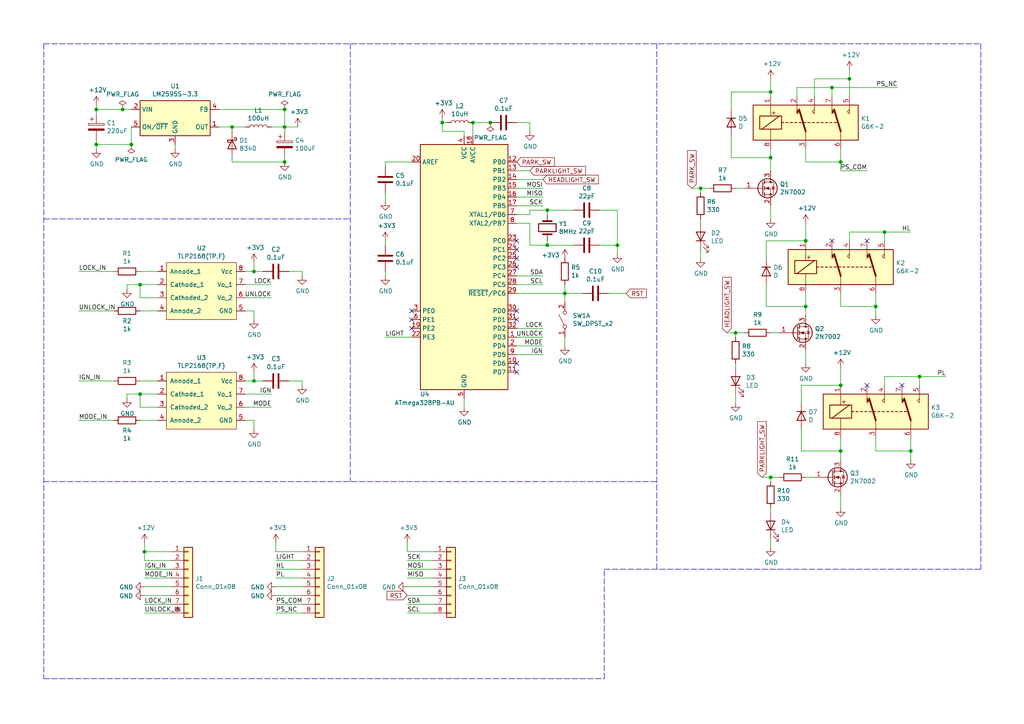
<source format=kicad_sch>
(kicad_sch (version 20211123) (generator eeschema)

  (uuid 411d4270-c66c-4318-b7fb-1470d34862b8)

  (paper "A4")

  (title_block
    (title "Subaru Auto Headlight Controller")
    (date "2021-08-30")
    (company "Shadman Habib")
  )

  (lib_symbols
    (symbol "Connector_Generic:Conn_01x08" (pin_names (offset 1.016) hide) (in_bom yes) (on_board yes)
      (property "Reference" "J" (id 0) (at 0 10.16 0)
        (effects (font (size 1.27 1.27)))
      )
      (property "Value" "Conn_01x08" (id 1) (at 0 -12.7 0)
        (effects (font (size 1.27 1.27)))
      )
      (property "Footprint" "" (id 2) (at 0 0 0)
        (effects (font (size 1.27 1.27)) hide)
      )
      (property "Datasheet" "~" (id 3) (at 0 0 0)
        (effects (font (size 1.27 1.27)) hide)
      )
      (property "ki_keywords" "connector" (id 4) (at 0 0 0)
        (effects (font (size 1.27 1.27)) hide)
      )
      (property "ki_description" "Generic connector, single row, 01x08, script generated (kicad-library-utils/schlib/autogen/connector/)" (id 5) (at 0 0 0)
        (effects (font (size 1.27 1.27)) hide)
      )
      (property "ki_fp_filters" "Connector*:*_1x??_*" (id 6) (at 0 0 0)
        (effects (font (size 1.27 1.27)) hide)
      )
      (symbol "Conn_01x08_1_1"
        (rectangle (start -1.27 -10.033) (end 0 -10.287)
          (stroke (width 0.1524) (type default) (color 0 0 0 0))
          (fill (type none))
        )
        (rectangle (start -1.27 -7.493) (end 0 -7.747)
          (stroke (width 0.1524) (type default) (color 0 0 0 0))
          (fill (type none))
        )
        (rectangle (start -1.27 -4.953) (end 0 -5.207)
          (stroke (width 0.1524) (type default) (color 0 0 0 0))
          (fill (type none))
        )
        (rectangle (start -1.27 -2.413) (end 0 -2.667)
          (stroke (width 0.1524) (type default) (color 0 0 0 0))
          (fill (type none))
        )
        (rectangle (start -1.27 0.127) (end 0 -0.127)
          (stroke (width 0.1524) (type default) (color 0 0 0 0))
          (fill (type none))
        )
        (rectangle (start -1.27 2.667) (end 0 2.413)
          (stroke (width 0.1524) (type default) (color 0 0 0 0))
          (fill (type none))
        )
        (rectangle (start -1.27 5.207) (end 0 4.953)
          (stroke (width 0.1524) (type default) (color 0 0 0 0))
          (fill (type none))
        )
        (rectangle (start -1.27 7.747) (end 0 7.493)
          (stroke (width 0.1524) (type default) (color 0 0 0 0))
          (fill (type none))
        )
        (rectangle (start -1.27 8.89) (end 1.27 -11.43)
          (stroke (width 0.254) (type default) (color 0 0 0 0))
          (fill (type background))
        )
        (pin passive line (at -5.08 7.62 0) (length 3.81)
          (name "Pin_1" (effects (font (size 1.27 1.27))))
          (number "1" (effects (font (size 1.27 1.27))))
        )
        (pin passive line (at -5.08 5.08 0) (length 3.81)
          (name "Pin_2" (effects (font (size 1.27 1.27))))
          (number "2" (effects (font (size 1.27 1.27))))
        )
        (pin passive line (at -5.08 2.54 0) (length 3.81)
          (name "Pin_3" (effects (font (size 1.27 1.27))))
          (number "3" (effects (font (size 1.27 1.27))))
        )
        (pin passive line (at -5.08 0 0) (length 3.81)
          (name "Pin_4" (effects (font (size 1.27 1.27))))
          (number "4" (effects (font (size 1.27 1.27))))
        )
        (pin passive line (at -5.08 -2.54 0) (length 3.81)
          (name "Pin_5" (effects (font (size 1.27 1.27))))
          (number "5" (effects (font (size 1.27 1.27))))
        )
        (pin passive line (at -5.08 -5.08 0) (length 3.81)
          (name "Pin_6" (effects (font (size 1.27 1.27))))
          (number "6" (effects (font (size 1.27 1.27))))
        )
        (pin passive line (at -5.08 -7.62 0) (length 3.81)
          (name "Pin_7" (effects (font (size 1.27 1.27))))
          (number "7" (effects (font (size 1.27 1.27))))
        )
        (pin passive line (at -5.08 -10.16 0) (length 3.81)
          (name "Pin_8" (effects (font (size 1.27 1.27))))
          (number "8" (effects (font (size 1.27 1.27))))
        )
      )
    )
    (symbol "Device:C" (pin_numbers hide) (pin_names (offset 0.254)) (in_bom yes) (on_board yes)
      (property "Reference" "C" (id 0) (at 0.635 2.54 0)
        (effects (font (size 1.27 1.27)) (justify left))
      )
      (property "Value" "C" (id 1) (at 0.635 -2.54 0)
        (effects (font (size 1.27 1.27)) (justify left))
      )
      (property "Footprint" "" (id 2) (at 0.9652 -3.81 0)
        (effects (font (size 1.27 1.27)) hide)
      )
      (property "Datasheet" "~" (id 3) (at 0 0 0)
        (effects (font (size 1.27 1.27)) hide)
      )
      (property "ki_keywords" "cap capacitor" (id 4) (at 0 0 0)
        (effects (font (size 1.27 1.27)) hide)
      )
      (property "ki_description" "Unpolarized capacitor" (id 5) (at 0 0 0)
        (effects (font (size 1.27 1.27)) hide)
      )
      (property "ki_fp_filters" "C_*" (id 6) (at 0 0 0)
        (effects (font (size 1.27 1.27)) hide)
      )
      (symbol "C_0_1"
        (polyline
          (pts
            (xy -2.032 -0.762)
            (xy 2.032 -0.762)
          )
          (stroke (width 0.508) (type default) (color 0 0 0 0))
          (fill (type none))
        )
        (polyline
          (pts
            (xy -2.032 0.762)
            (xy 2.032 0.762)
          )
          (stroke (width 0.508) (type default) (color 0 0 0 0))
          (fill (type none))
        )
      )
      (symbol "C_1_1"
        (pin passive line (at 0 3.81 270) (length 2.794)
          (name "~" (effects (font (size 1.27 1.27))))
          (number "1" (effects (font (size 1.27 1.27))))
        )
        (pin passive line (at 0 -3.81 90) (length 2.794)
          (name "~" (effects (font (size 1.27 1.27))))
          (number "2" (effects (font (size 1.27 1.27))))
        )
      )
    )
    (symbol "Device:CP" (pin_numbers hide) (pin_names (offset 0.254)) (in_bom yes) (on_board yes)
      (property "Reference" "C" (id 0) (at 0.635 2.54 0)
        (effects (font (size 1.27 1.27)) (justify left))
      )
      (property "Value" "Device_CP" (id 1) (at 0.635 -2.54 0)
        (effects (font (size 1.27 1.27)) (justify left))
      )
      (property "Footprint" "" (id 2) (at 0.9652 -3.81 0)
        (effects (font (size 1.27 1.27)) hide)
      )
      (property "Datasheet" "" (id 3) (at 0 0 0)
        (effects (font (size 1.27 1.27)) hide)
      )
      (property "ki_fp_filters" "CP_*" (id 4) (at 0 0 0)
        (effects (font (size 1.27 1.27)) hide)
      )
      (symbol "CP_0_1"
        (rectangle (start -2.286 0.508) (end 2.286 1.016)
          (stroke (width 0) (type default) (color 0 0 0 0))
          (fill (type none))
        )
        (polyline
          (pts
            (xy -1.778 2.286)
            (xy -0.762 2.286)
          )
          (stroke (width 0) (type default) (color 0 0 0 0))
          (fill (type none))
        )
        (polyline
          (pts
            (xy -1.27 2.794)
            (xy -1.27 1.778)
          )
          (stroke (width 0) (type default) (color 0 0 0 0))
          (fill (type none))
        )
        (rectangle (start 2.286 -0.508) (end -2.286 -1.016)
          (stroke (width 0) (type default) (color 0 0 0 0))
          (fill (type outline))
        )
      )
      (symbol "CP_1_1"
        (pin passive line (at 0 3.81 270) (length 2.794)
          (name "~" (effects (font (size 1.27 1.27))))
          (number "1" (effects (font (size 1.27 1.27))))
        )
        (pin passive line (at 0 -3.81 90) (length 2.794)
          (name "~" (effects (font (size 1.27 1.27))))
          (number "2" (effects (font (size 1.27 1.27))))
        )
      )
    )
    (symbol "Device:Crystal" (pin_numbers hide) (pin_names (offset 1.016) hide) (in_bom yes) (on_board yes)
      (property "Reference" "Y" (id 0) (at 0 3.81 0)
        (effects (font (size 1.27 1.27)))
      )
      (property "Value" "Crystal" (id 1) (at 0 -3.81 0)
        (effects (font (size 1.27 1.27)))
      )
      (property "Footprint" "" (id 2) (at 0 0 0)
        (effects (font (size 1.27 1.27)) hide)
      )
      (property "Datasheet" "~" (id 3) (at 0 0 0)
        (effects (font (size 1.27 1.27)) hide)
      )
      (property "ki_keywords" "quartz ceramic resonator oscillator" (id 4) (at 0 0 0)
        (effects (font (size 1.27 1.27)) hide)
      )
      (property "ki_description" "Two pin crystal" (id 5) (at 0 0 0)
        (effects (font (size 1.27 1.27)) hide)
      )
      (property "ki_fp_filters" "Crystal*" (id 6) (at 0 0 0)
        (effects (font (size 1.27 1.27)) hide)
      )
      (symbol "Crystal_0_1"
        (rectangle (start -1.143 2.54) (end 1.143 -2.54)
          (stroke (width 0.3048) (type default) (color 0 0 0 0))
          (fill (type none))
        )
        (polyline
          (pts
            (xy -2.54 0)
            (xy -1.905 0)
          )
          (stroke (width 0) (type default) (color 0 0 0 0))
          (fill (type none))
        )
        (polyline
          (pts
            (xy -1.905 -1.27)
            (xy -1.905 1.27)
          )
          (stroke (width 0.508) (type default) (color 0 0 0 0))
          (fill (type none))
        )
        (polyline
          (pts
            (xy 1.905 -1.27)
            (xy 1.905 1.27)
          )
          (stroke (width 0.508) (type default) (color 0 0 0 0))
          (fill (type none))
        )
        (polyline
          (pts
            (xy 2.54 0)
            (xy 1.905 0)
          )
          (stroke (width 0) (type default) (color 0 0 0 0))
          (fill (type none))
        )
      )
      (symbol "Crystal_1_1"
        (pin passive line (at -3.81 0 0) (length 1.27)
          (name "1" (effects (font (size 1.27 1.27))))
          (number "1" (effects (font (size 1.27 1.27))))
        )
        (pin passive line (at 3.81 0 180) (length 1.27)
          (name "2" (effects (font (size 1.27 1.27))))
          (number "2" (effects (font (size 1.27 1.27))))
        )
      )
    )
    (symbol "Device:D" (pin_numbers hide) (pin_names (offset 1.016) hide) (in_bom yes) (on_board yes)
      (property "Reference" "D" (id 0) (at 0 2.54 0)
        (effects (font (size 1.27 1.27)))
      )
      (property "Value" "D" (id 1) (at 0 -2.54 0)
        (effects (font (size 1.27 1.27)))
      )
      (property "Footprint" "" (id 2) (at 0 0 0)
        (effects (font (size 1.27 1.27)) hide)
      )
      (property "Datasheet" "~" (id 3) (at 0 0 0)
        (effects (font (size 1.27 1.27)) hide)
      )
      (property "ki_keywords" "diode" (id 4) (at 0 0 0)
        (effects (font (size 1.27 1.27)) hide)
      )
      (property "ki_description" "Diode" (id 5) (at 0 0 0)
        (effects (font (size 1.27 1.27)) hide)
      )
      (property "ki_fp_filters" "TO-???* *_Diode_* *SingleDiode* D_*" (id 6) (at 0 0 0)
        (effects (font (size 1.27 1.27)) hide)
      )
      (symbol "D_0_1"
        (polyline
          (pts
            (xy -1.27 1.27)
            (xy -1.27 -1.27)
          )
          (stroke (width 0.254) (type default) (color 0 0 0 0))
          (fill (type none))
        )
        (polyline
          (pts
            (xy 1.27 0)
            (xy -1.27 0)
          )
          (stroke (width 0) (type default) (color 0 0 0 0))
          (fill (type none))
        )
        (polyline
          (pts
            (xy 1.27 1.27)
            (xy 1.27 -1.27)
            (xy -1.27 0)
            (xy 1.27 1.27)
          )
          (stroke (width 0.254) (type default) (color 0 0 0 0))
          (fill (type none))
        )
      )
      (symbol "D_1_1"
        (pin passive line (at -3.81 0 0) (length 2.54)
          (name "K" (effects (font (size 1.27 1.27))))
          (number "1" (effects (font (size 1.27 1.27))))
        )
        (pin passive line (at 3.81 0 180) (length 2.54)
          (name "A" (effects (font (size 1.27 1.27))))
          (number "2" (effects (font (size 1.27 1.27))))
        )
      )
    )
    (symbol "Device:L" (pin_numbers hide) (pin_names (offset 1.016) hide) (in_bom yes) (on_board yes)
      (property "Reference" "L" (id 0) (at -1.27 0 90)
        (effects (font (size 1.27 1.27)))
      )
      (property "Value" "L" (id 1) (at 1.905 0 90)
        (effects (font (size 1.27 1.27)))
      )
      (property "Footprint" "" (id 2) (at 0 0 0)
        (effects (font (size 1.27 1.27)) hide)
      )
      (property "Datasheet" "~" (id 3) (at 0 0 0)
        (effects (font (size 1.27 1.27)) hide)
      )
      (property "ki_keywords" "inductor choke coil reactor magnetic" (id 4) (at 0 0 0)
        (effects (font (size 1.27 1.27)) hide)
      )
      (property "ki_description" "Inductor" (id 5) (at 0 0 0)
        (effects (font (size 1.27 1.27)) hide)
      )
      (property "ki_fp_filters" "Choke_* *Coil* Inductor_* L_*" (id 6) (at 0 0 0)
        (effects (font (size 1.27 1.27)) hide)
      )
      (symbol "L_0_1"
        (arc (start 0 -2.54) (mid 0.635 -1.905) (end 0 -1.27)
          (stroke (width 0) (type default) (color 0 0 0 0))
          (fill (type none))
        )
        (arc (start 0 -1.27) (mid 0.635 -0.635) (end 0 0)
          (stroke (width 0) (type default) (color 0 0 0 0))
          (fill (type none))
        )
        (arc (start 0 0) (mid 0.635 0.635) (end 0 1.27)
          (stroke (width 0) (type default) (color 0 0 0 0))
          (fill (type none))
        )
        (arc (start 0 1.27) (mid 0.635 1.905) (end 0 2.54)
          (stroke (width 0) (type default) (color 0 0 0 0))
          (fill (type none))
        )
      )
      (symbol "L_1_1"
        (pin passive line (at 0 3.81 270) (length 1.27)
          (name "1" (effects (font (size 1.27 1.27))))
          (number "1" (effects (font (size 1.27 1.27))))
        )
        (pin passive line (at 0 -3.81 90) (length 1.27)
          (name "2" (effects (font (size 1.27 1.27))))
          (number "2" (effects (font (size 1.27 1.27))))
        )
      )
    )
    (symbol "Device:LED" (pin_numbers hide) (pin_names (offset 1.016) hide) (in_bom yes) (on_board yes)
      (property "Reference" "D" (id 0) (at 0 2.54 0)
        (effects (font (size 1.27 1.27)))
      )
      (property "Value" "LED" (id 1) (at 0 -2.54 0)
        (effects (font (size 1.27 1.27)))
      )
      (property "Footprint" "" (id 2) (at 0 0 0)
        (effects (font (size 1.27 1.27)) hide)
      )
      (property "Datasheet" "~" (id 3) (at 0 0 0)
        (effects (font (size 1.27 1.27)) hide)
      )
      (property "ki_keywords" "LED diode" (id 4) (at 0 0 0)
        (effects (font (size 1.27 1.27)) hide)
      )
      (property "ki_description" "Light emitting diode" (id 5) (at 0 0 0)
        (effects (font (size 1.27 1.27)) hide)
      )
      (property "ki_fp_filters" "LED* LED_SMD:* LED_THT:*" (id 6) (at 0 0 0)
        (effects (font (size 1.27 1.27)) hide)
      )
      (symbol "LED_0_1"
        (polyline
          (pts
            (xy -1.27 -1.27)
            (xy -1.27 1.27)
          )
          (stroke (width 0.254) (type default) (color 0 0 0 0))
          (fill (type none))
        )
        (polyline
          (pts
            (xy -1.27 0)
            (xy 1.27 0)
          )
          (stroke (width 0) (type default) (color 0 0 0 0))
          (fill (type none))
        )
        (polyline
          (pts
            (xy 1.27 -1.27)
            (xy 1.27 1.27)
            (xy -1.27 0)
            (xy 1.27 -1.27)
          )
          (stroke (width 0.254) (type default) (color 0 0 0 0))
          (fill (type none))
        )
        (polyline
          (pts
            (xy -3.048 -0.762)
            (xy -4.572 -2.286)
            (xy -3.81 -2.286)
            (xy -4.572 -2.286)
            (xy -4.572 -1.524)
          )
          (stroke (width 0) (type default) (color 0 0 0 0))
          (fill (type none))
        )
        (polyline
          (pts
            (xy -1.778 -0.762)
            (xy -3.302 -2.286)
            (xy -2.54 -2.286)
            (xy -3.302 -2.286)
            (xy -3.302 -1.524)
          )
          (stroke (width 0) (type default) (color 0 0 0 0))
          (fill (type none))
        )
      )
      (symbol "LED_1_1"
        (pin passive line (at -3.81 0 0) (length 2.54)
          (name "K" (effects (font (size 1.27 1.27))))
          (number "1" (effects (font (size 1.27 1.27))))
        )
        (pin passive line (at 3.81 0 180) (length 2.54)
          (name "A" (effects (font (size 1.27 1.27))))
          (number "2" (effects (font (size 1.27 1.27))))
        )
      )
    )
    (symbol "Device:R" (pin_numbers hide) (pin_names (offset 0)) (in_bom yes) (on_board yes)
      (property "Reference" "R" (id 0) (at 2.032 0 90)
        (effects (font (size 1.27 1.27)))
      )
      (property "Value" "R" (id 1) (at 0 0 90)
        (effects (font (size 1.27 1.27)))
      )
      (property "Footprint" "" (id 2) (at -1.778 0 90)
        (effects (font (size 1.27 1.27)) hide)
      )
      (property "Datasheet" "~" (id 3) (at 0 0 0)
        (effects (font (size 1.27 1.27)) hide)
      )
      (property "ki_keywords" "R res resistor" (id 4) (at 0 0 0)
        (effects (font (size 1.27 1.27)) hide)
      )
      (property "ki_description" "Resistor" (id 5) (at 0 0 0)
        (effects (font (size 1.27 1.27)) hide)
      )
      (property "ki_fp_filters" "R_*" (id 6) (at 0 0 0)
        (effects (font (size 1.27 1.27)) hide)
      )
      (symbol "R_0_1"
        (rectangle (start -1.016 -2.54) (end 1.016 2.54)
          (stroke (width 0.254) (type default) (color 0 0 0 0))
          (fill (type none))
        )
      )
      (symbol "R_1_1"
        (pin passive line (at 0 3.81 270) (length 1.27)
          (name "~" (effects (font (size 1.27 1.27))))
          (number "1" (effects (font (size 1.27 1.27))))
        )
        (pin passive line (at 0 -3.81 90) (length 1.27)
          (name "~" (effects (font (size 1.27 1.27))))
          (number "2" (effects (font (size 1.27 1.27))))
        )
      )
    )
    (symbol "Diode:B340" (pin_numbers hide) (pin_names (offset 1.016) hide) (in_bom yes) (on_board yes)
      (property "Reference" "D" (id 0) (at 0 2.54 0)
        (effects (font (size 1.27 1.27)))
      )
      (property "Value" "B340" (id 1) (at 0 -2.54 0)
        (effects (font (size 1.27 1.27)))
      )
      (property "Footprint" "Diode_SMD:D_SMC" (id 2) (at 0 -4.445 0)
        (effects (font (size 1.27 1.27)) hide)
      )
      (property "Datasheet" "http://www.jameco.com/Jameco/Products/ProdDS/1538777.pdf" (id 3) (at 0 0 0)
        (effects (font (size 1.27 1.27)) hide)
      )
      (property "ki_keywords" "diode Schottky" (id 4) (at 0 0 0)
        (effects (font (size 1.27 1.27)) hide)
      )
      (property "ki_description" "40V 3A Schottky Barrier Rectifier Diode, SMC" (id 5) (at 0 0 0)
        (effects (font (size 1.27 1.27)) hide)
      )
      (property "ki_fp_filters" "D*SMC*" (id 6) (at 0 0 0)
        (effects (font (size 1.27 1.27)) hide)
      )
      (symbol "B340_0_1"
        (polyline
          (pts
            (xy 1.27 0)
            (xy -1.27 0)
          )
          (stroke (width 0) (type default) (color 0 0 0 0))
          (fill (type none))
        )
        (polyline
          (pts
            (xy 1.27 1.27)
            (xy 1.27 -1.27)
            (xy -1.27 0)
            (xy 1.27 1.27)
          )
          (stroke (width 0.254) (type default) (color 0 0 0 0))
          (fill (type none))
        )
        (polyline
          (pts
            (xy -1.905 0.635)
            (xy -1.905 1.27)
            (xy -1.27 1.27)
            (xy -1.27 -1.27)
            (xy -0.635 -1.27)
            (xy -0.635 -0.635)
          )
          (stroke (width 0.254) (type default) (color 0 0 0 0))
          (fill (type none))
        )
      )
      (symbol "B340_1_1"
        (pin passive line (at -3.81 0 0) (length 2.54)
          (name "K" (effects (font (size 1.27 1.27))))
          (number "1" (effects (font (size 1.27 1.27))))
        )
        (pin passive line (at 3.81 0 180) (length 2.54)
          (name "A" (effects (font (size 1.27 1.27))))
          (number "2" (effects (font (size 1.27 1.27))))
        )
      )
    )
    (symbol "MCU_Microchip_ATmega:ATmega328PB-AU" (in_bom yes) (on_board yes)
      (property "Reference" "U" (id 0) (at -12.7 36.83 0)
        (effects (font (size 1.27 1.27)) (justify left bottom))
      )
      (property "Value" "MCU_Microchip_ATmega_ATmega328PB-AU" (id 1) (at 2.54 -36.83 0)
        (effects (font (size 1.27 1.27)) (justify left top))
      )
      (property "Footprint" "Package_QFP:TQFP-32_7x7mm_P0.8mm" (id 2) (at 0 0 0)
        (effects (font (size 1.27 1.27) italic) hide)
      )
      (property "Datasheet" "" (id 3) (at 0 0 0)
        (effects (font (size 1.27 1.27)) hide)
      )
      (property "ki_fp_filters" "TQFP*7x7mm*P0.8mm*" (id 4) (at 0 0 0)
        (effects (font (size 1.27 1.27)) hide)
      )
      (symbol "ATmega328PB-AU_0_1"
        (rectangle (start -12.7 -35.56) (end 12.7 35.56)
          (stroke (width 0.254) (type default) (color 0 0 0 0))
          (fill (type background))
        )
      )
      (symbol "ATmega328PB-AU_1_1"
        (pin bidirectional line (at 15.24 -20.32 180) (length 2.54)
          (name "PD3" (effects (font (size 1.27 1.27))))
          (number "1" (effects (font (size 1.27 1.27))))
        )
        (pin bidirectional line (at 15.24 -27.94 180) (length 2.54)
          (name "PD6" (effects (font (size 1.27 1.27))))
          (number "10" (effects (font (size 1.27 1.27))))
        )
        (pin bidirectional line (at 15.24 -30.48 180) (length 2.54)
          (name "PD7" (effects (font (size 1.27 1.27))))
          (number "11" (effects (font (size 1.27 1.27))))
        )
        (pin bidirectional line (at 15.24 30.48 180) (length 2.54)
          (name "PB0" (effects (font (size 1.27 1.27))))
          (number "12" (effects (font (size 1.27 1.27))))
        )
        (pin bidirectional line (at 15.24 27.94 180) (length 2.54)
          (name "PB1" (effects (font (size 1.27 1.27))))
          (number "13" (effects (font (size 1.27 1.27))))
        )
        (pin bidirectional line (at 15.24 25.4 180) (length 2.54)
          (name "PB2" (effects (font (size 1.27 1.27))))
          (number "14" (effects (font (size 1.27 1.27))))
        )
        (pin bidirectional line (at 15.24 22.86 180) (length 2.54)
          (name "PB3" (effects (font (size 1.27 1.27))))
          (number "15" (effects (font (size 1.27 1.27))))
        )
        (pin bidirectional line (at 15.24 20.32 180) (length 2.54)
          (name "PB4" (effects (font (size 1.27 1.27))))
          (number "16" (effects (font (size 1.27 1.27))))
        )
        (pin bidirectional line (at 15.24 17.78 180) (length 2.54)
          (name "PB5" (effects (font (size 1.27 1.27))))
          (number "17" (effects (font (size 1.27 1.27))))
        )
        (pin power_in line (at 2.54 38.1 270) (length 2.54)
          (name "AVCC" (effects (font (size 1.27 1.27))))
          (number "18" (effects (font (size 1.27 1.27))))
        )
        (pin bidirectional line (at -15.24 -17.78 0) (length 2.54)
          (name "PE2" (effects (font (size 1.27 1.27))))
          (number "19" (effects (font (size 1.27 1.27))))
        )
        (pin bidirectional line (at 15.24 -22.86 180) (length 2.54)
          (name "PD4" (effects (font (size 1.27 1.27))))
          (number "2" (effects (font (size 1.27 1.27))))
        )
        (pin passive line (at -15.24 30.48 0) (length 2.54)
          (name "AREF" (effects (font (size 1.27 1.27))))
          (number "20" (effects (font (size 1.27 1.27))))
        )
        (pin passive line (at 0 -38.1 90) (length 2.54) hide
          (name "GND" (effects (font (size 1.27 1.27))))
          (number "21" (effects (font (size 1.27 1.27))))
        )
        (pin bidirectional line (at -15.24 -20.32 0) (length 2.54)
          (name "PE3" (effects (font (size 1.27 1.27))))
          (number "22" (effects (font (size 1.27 1.27))))
        )
        (pin bidirectional line (at 15.24 7.62 180) (length 2.54)
          (name "PC0" (effects (font (size 1.27 1.27))))
          (number "23" (effects (font (size 1.27 1.27))))
        )
        (pin bidirectional line (at 15.24 5.08 180) (length 2.54)
          (name "PC1" (effects (font (size 1.27 1.27))))
          (number "24" (effects (font (size 1.27 1.27))))
        )
        (pin bidirectional line (at 15.24 2.54 180) (length 2.54)
          (name "PC2" (effects (font (size 1.27 1.27))))
          (number "25" (effects (font (size 1.27 1.27))))
        )
        (pin bidirectional line (at 15.24 0 180) (length 2.54)
          (name "PC3" (effects (font (size 1.27 1.27))))
          (number "26" (effects (font (size 1.27 1.27))))
        )
        (pin bidirectional line (at 15.24 -2.54 180) (length 2.54)
          (name "PC4" (effects (font (size 1.27 1.27))))
          (number "27" (effects (font (size 1.27 1.27))))
        )
        (pin bidirectional line (at 15.24 -5.08 180) (length 2.54)
          (name "PC5" (effects (font (size 1.27 1.27))))
          (number "28" (effects (font (size 1.27 1.27))))
        )
        (pin bidirectional line (at 15.24 -7.62 180) (length 2.54)
          (name "~{RESET}/PC6" (effects (font (size 1.27 1.27))))
          (number "29" (effects (font (size 1.27 1.27))))
        )
        (pin bidirectional line (at -15.24 -12.7 0) (length 2.54)
          (name "PE0" (effects (font (size 1.27 1.27))))
          (number "3" (effects (font (size 1.27 1.27))))
        )
        (pin bidirectional line (at 15.24 -12.7 180) (length 2.54)
          (name "PD0" (effects (font (size 1.27 1.27))))
          (number "30" (effects (font (size 1.27 1.27))))
        )
        (pin bidirectional line (at 15.24 -15.24 180) (length 2.54)
          (name "PD1" (effects (font (size 1.27 1.27))))
          (number "31" (effects (font (size 1.27 1.27))))
        )
        (pin bidirectional line (at 15.24 -17.78 180) (length 2.54)
          (name "PD2" (effects (font (size 1.27 1.27))))
          (number "32" (effects (font (size 1.27 1.27))))
        )
        (pin power_in line (at 0 38.1 270) (length 2.54)
          (name "VCC" (effects (font (size 1.27 1.27))))
          (number "4" (effects (font (size 1.27 1.27))))
        )
        (pin power_in line (at 0 -38.1 90) (length 2.54)
          (name "GND" (effects (font (size 1.27 1.27))))
          (number "5" (effects (font (size 1.27 1.27))))
        )
        (pin bidirectional line (at -15.24 -15.24 0) (length 2.54)
          (name "PE1" (effects (font (size 1.27 1.27))))
          (number "6" (effects (font (size 1.27 1.27))))
        )
        (pin bidirectional line (at 15.24 15.24 180) (length 2.54)
          (name "XTAL1/PB6" (effects (font (size 1.27 1.27))))
          (number "7" (effects (font (size 1.27 1.27))))
        )
        (pin bidirectional line (at 15.24 12.7 180) (length 2.54)
          (name "XTAL2/PB7" (effects (font (size 1.27 1.27))))
          (number "8" (effects (font (size 1.27 1.27))))
        )
        (pin bidirectional line (at 15.24 -25.4 180) (length 2.54)
          (name "PD5" (effects (font (size 1.27 1.27))))
          (number "9" (effects (font (size 1.27 1.27))))
        )
      )
    )
    (symbol "New_Library:TLP2168(TP,F)" (pin_names (offset 1.016)) (in_bom yes) (on_board yes)
      (property "Reference" "U" (id 0) (at -1.27 -8.89 0)
        (effects (font (size 1.27 1.27)))
      )
      (property "Value" "TLP2168(TP,F)" (id 1) (at 0 -11.43 0)
        (effects (font (size 1.27 1.27)))
      )
      (property "Footprint" "" (id 2) (at 1.27 -1.27 0)
        (effects (font (size 1.27 1.27)) hide)
      )
      (property "Datasheet" "" (id 3) (at 1.27 -1.27 0)
        (effects (font (size 1.27 1.27)) hide)
      )
      (symbol "TLP2168(TP,F)_0_1"
        (rectangle (start -10.16 8.89) (end 10.16 -7.62)
          (stroke (width 0) (type default) (color 0 0 0 0))
          (fill (type background))
        )
      )
      (symbol "TLP2168(TP,F)_1_1"
        (pin input line (at -12.7 6.35 0) (length 2.54)
          (name "Annode_1" (effects (font (size 1.27 1.27))))
          (number "1" (effects (font (size 1.27 1.27))))
        )
        (pin output line (at -12.7 2.54 0) (length 2.54)
          (name "Cathode_1" (effects (font (size 1.27 1.27))))
          (number "2" (effects (font (size 1.27 1.27))))
        )
        (pin output line (at -12.7 -1.27 0) (length 2.54)
          (name "Cathoded_2" (effects (font (size 1.27 1.27))))
          (number "3" (effects (font (size 1.27 1.27))))
        )
        (pin input line (at -12.7 -5.08 0) (length 2.54)
          (name "Annode_2" (effects (font (size 1.27 1.27))))
          (number "4" (effects (font (size 1.27 1.27))))
        )
        (pin passive line (at 12.7 -5.08 180) (length 2.54)
          (name "GND" (effects (font (size 1.27 1.27))))
          (number "5" (effects (font (size 1.27 1.27))))
        )
        (pin passive line (at 12.7 -1.27 180) (length 2.54)
          (name "Vo_2" (effects (font (size 1.27 1.27))))
          (number "6" (effects (font (size 1.27 1.27))))
        )
        (pin passive line (at 12.7 2.54 180) (length 2.54)
          (name "Vo_1" (effects (font (size 1.27 1.27))))
          (number "7" (effects (font (size 1.27 1.27))))
        )
        (pin power_in line (at 12.7 6.35 180) (length 2.54)
          (name "Vcc" (effects (font (size 1.27 1.27))))
          (number "8" (effects (font (size 1.27 1.27))))
        )
      )
    )
    (symbol "Regulator_Switching:LM2595S-3.3" (in_bom yes) (on_board yes)
      (property "Reference" "U" (id 0) (at -10.16 6.35 0)
        (effects (font (size 1.27 1.27)) (justify left))
      )
      (property "Value" "LM2595S-3.3" (id 1) (at 0 6.35 0)
        (effects (font (size 1.27 1.27)) (justify left))
      )
      (property "Footprint" "Package_TO_SOT_SMD:TO-263-5_TabPin3" (id 2) (at 1.27 -6.35 0)
        (effects (font (size 1.27 1.27) italic) (justify left) hide)
      )
      (property "Datasheet" "http://www.ti.com.cn/cn/lit/ds/symlink/lm2595.pdf" (id 3) (at 0 0 0)
        (effects (font (size 1.27 1.27)) hide)
      )
      (property "ki_keywords" "Step-Down Voltage Regulator 3.3V 1A" (id 4) (at 0 0 0)
        (effects (font (size 1.27 1.27)) hide)
      )
      (property "ki_description" "3.3V, 1A Step-Down Voltage Regulator, TO-263-5" (id 5) (at 0 0 0)
        (effects (font (size 1.27 1.27)) hide)
      )
      (property "ki_fp_filters" "TO?263*" (id 6) (at 0 0 0)
        (effects (font (size 1.27 1.27)) hide)
      )
      (symbol "LM2595S-3.3_0_1"
        (rectangle (start -10.16 5.08) (end 10.16 -5.08)
          (stroke (width 0.254) (type default) (color 0 0 0 0))
          (fill (type background))
        )
      )
      (symbol "LM2595S-3.3_1_1"
        (pin output line (at 12.7 -2.54 180) (length 2.54)
          (name "OUT" (effects (font (size 1.27 1.27))))
          (number "1" (effects (font (size 1.27 1.27))))
        )
        (pin power_in line (at -12.7 2.54 0) (length 2.54)
          (name "VIN" (effects (font (size 1.27 1.27))))
          (number "2" (effects (font (size 1.27 1.27))))
        )
        (pin power_in line (at 0 -7.62 90) (length 2.54)
          (name "GND" (effects (font (size 1.27 1.27))))
          (number "3" (effects (font (size 1.27 1.27))))
        )
        (pin input line (at 12.7 2.54 180) (length 2.54)
          (name "FB" (effects (font (size 1.27 1.27))))
          (number "4" (effects (font (size 1.27 1.27))))
        )
        (pin input line (at -12.7 -2.54 0) (length 2.54)
          (name "ON/~{OFF}" (effects (font (size 1.27 1.27))))
          (number "5" (effects (font (size 1.27 1.27))))
        )
      )
    )
    (symbol "Relay:G6K-2" (in_bom yes) (on_board yes)
      (property "Reference" "K" (id 0) (at 16.51 3.81 0)
        (effects (font (size 1.27 1.27)) (justify left))
      )
      (property "Value" "G6K-2" (id 1) (at 16.51 1.27 0)
        (effects (font (size 1.27 1.27)) (justify left))
      )
      (property "Footprint" "" (id 2) (at 0 0 0)
        (effects (font (size 1.27 1.27)) (justify left) hide)
      )
      (property "Datasheet" "http://omronfs.omron.com/en_US/ecb/products/pdf/en-g6k.pdf" (id 3) (at 0 0 0)
        (effects (font (size 1.27 1.27)) hide)
      )
      (property "ki_keywords" "Miniature Relay Dual Pole DPDT Omron" (id 4) (at 0 0 0)
        (effects (font (size 1.27 1.27)) hide)
      )
      (property "ki_description" "Miniature 2-pole relay, Single-side Stable" (id 5) (at 0 0 0)
        (effects (font (size 1.27 1.27)) hide)
      )
      (property "ki_fp_filters" "Relay*DPDT*Omron*G6K?2*" (id 6) (at 0 0 0)
        (effects (font (size 1.27 1.27)) hide)
      )
      (symbol "G6K-2_0_0"
        (text "+" (at -9.271 2.921 0)
          (effects (font (size 1.27 1.27)))
        )
      )
      (symbol "G6K-2_0_1"
        (rectangle (start -15.24 5.08) (end 15.24 -5.08)
          (stroke (width 0.254) (type default) (color 0 0 0 0))
          (fill (type background))
        )
        (rectangle (start -13.335 1.905) (end -6.985 -1.905)
          (stroke (width 0.254) (type default) (color 0 0 0 0))
          (fill (type none))
        )
        (polyline
          (pts
            (xy -12.7 -1.905)
            (xy -7.62 1.905)
          )
          (stroke (width 0.254) (type default) (color 0 0 0 0))
          (fill (type none))
        )
        (polyline
          (pts
            (xy -10.16 -5.08)
            (xy -10.16 -1.905)
          )
          (stroke (width 0) (type default) (color 0 0 0 0))
          (fill (type none))
        )
        (polyline
          (pts
            (xy -10.16 5.08)
            (xy -10.16 1.905)
          )
          (stroke (width 0) (type default) (color 0 0 0 0))
          (fill (type none))
        )
        (polyline
          (pts
            (xy -6.985 0)
            (xy -6.35 0)
          )
          (stroke (width 0.254) (type default) (color 0 0 0 0))
          (fill (type none))
        )
        (polyline
          (pts
            (xy -5.715 0)
            (xy -5.08 0)
          )
          (stroke (width 0.254) (type default) (color 0 0 0 0))
          (fill (type none))
        )
        (polyline
          (pts
            (xy -4.445 0)
            (xy -3.81 0)
          )
          (stroke (width 0.254) (type default) (color 0 0 0 0))
          (fill (type none))
        )
        (polyline
          (pts
            (xy -3.175 0)
            (xy -2.54 0)
          )
          (stroke (width 0.254) (type default) (color 0 0 0 0))
          (fill (type none))
        )
        (polyline
          (pts
            (xy -1.905 0)
            (xy -1.27 0)
          )
          (stroke (width 0.254) (type default) (color 0 0 0 0))
          (fill (type none))
        )
        (polyline
          (pts
            (xy -0.635 0)
            (xy 0 0)
          )
          (stroke (width 0.254) (type default) (color 0 0 0 0))
          (fill (type none))
        )
        (polyline
          (pts
            (xy 0 -2.54)
            (xy -1.905 3.81)
          )
          (stroke (width 0.508) (type default) (color 0 0 0 0))
          (fill (type none))
        )
        (polyline
          (pts
            (xy 0 -2.54)
            (xy 0 -5.08)
          )
          (stroke (width 0) (type default) (color 0 0 0 0))
          (fill (type none))
        )
        (polyline
          (pts
            (xy 0.635 0)
            (xy 1.27 0)
          )
          (stroke (width 0.254) (type default) (color 0 0 0 0))
          (fill (type none))
        )
        (polyline
          (pts
            (xy 1.905 0)
            (xy 2.54 0)
          )
          (stroke (width 0.254) (type default) (color 0 0 0 0))
          (fill (type none))
        )
        (polyline
          (pts
            (xy 3.175 0)
            (xy 3.81 0)
          )
          (stroke (width 0.254) (type default) (color 0 0 0 0))
          (fill (type none))
        )
        (polyline
          (pts
            (xy 4.445 0)
            (xy 5.08 0)
          )
          (stroke (width 0.254) (type default) (color 0 0 0 0))
          (fill (type none))
        )
        (polyline
          (pts
            (xy 5.715 0)
            (xy 6.35 0)
          )
          (stroke (width 0.254) (type default) (color 0 0 0 0))
          (fill (type none))
        )
        (polyline
          (pts
            (xy 6.985 0)
            (xy 7.62 0)
          )
          (stroke (width 0.254) (type default) (color 0 0 0 0))
          (fill (type none))
        )
        (polyline
          (pts
            (xy 8.255 0)
            (xy 8.89 0)
          )
          (stroke (width 0.254) (type default) (color 0 0 0 0))
          (fill (type none))
        )
        (polyline
          (pts
            (xy 10.16 -2.54)
            (xy 8.255 3.81)
          )
          (stroke (width 0.508) (type default) (color 0 0 0 0))
          (fill (type none))
        )
        (polyline
          (pts
            (xy 10.16 -2.54)
            (xy 10.16 -5.08)
          )
          (stroke (width 0) (type default) (color 0 0 0 0))
          (fill (type none))
        )
        (polyline
          (pts
            (xy -2.54 5.08)
            (xy -2.54 2.54)
            (xy -1.905 3.175)
            (xy -2.54 3.81)
          )
          (stroke (width 0) (type default) (color 0 0 0 0))
          (fill (type outline))
        )
        (polyline
          (pts
            (xy 2.54 5.08)
            (xy 2.54 2.54)
            (xy 1.905 3.175)
            (xy 2.54 3.81)
          )
          (stroke (width 0) (type default) (color 0 0 0 0))
          (fill (type none))
        )
        (polyline
          (pts
            (xy 7.62 5.08)
            (xy 7.62 2.54)
            (xy 8.255 3.175)
            (xy 7.62 3.81)
          )
          (stroke (width 0) (type default) (color 0 0 0 0))
          (fill (type outline))
        )
        (polyline
          (pts
            (xy 12.7 5.08)
            (xy 12.7 2.54)
            (xy 12.065 3.175)
            (xy 12.7 3.81)
          )
          (stroke (width 0) (type default) (color 0 0 0 0))
          (fill (type none))
        )
      )
      (symbol "G6K-2_1_1"
        (pin passive line (at -10.16 7.62 270) (length 2.54)
          (name "~" (effects (font (size 1.27 1.27))))
          (number "1" (effects (font (size 1.27 1.27))))
        )
        (pin passive line (at -2.54 7.62 270) (length 2.54)
          (name "~" (effects (font (size 1.27 1.27))))
          (number "2" (effects (font (size 1.27 1.27))))
        )
        (pin passive line (at 0 -7.62 90) (length 2.54)
          (name "~" (effects (font (size 1.27 1.27))))
          (number "3" (effects (font (size 1.27 1.27))))
        )
        (pin passive line (at 2.54 7.62 270) (length 2.54)
          (name "~" (effects (font (size 1.27 1.27))))
          (number "4" (effects (font (size 1.27 1.27))))
        )
        (pin passive line (at 12.7 7.62 270) (length 2.54)
          (name "~" (effects (font (size 1.27 1.27))))
          (number "5" (effects (font (size 1.27 1.27))))
        )
        (pin passive line (at 10.16 -7.62 90) (length 2.54)
          (name "~" (effects (font (size 1.27 1.27))))
          (number "6" (effects (font (size 1.27 1.27))))
        )
        (pin passive line (at 7.62 7.62 270) (length 2.54)
          (name "~" (effects (font (size 1.27 1.27))))
          (number "7" (effects (font (size 1.27 1.27))))
        )
        (pin passive line (at -10.16 -7.62 90) (length 2.54)
          (name "~" (effects (font (size 1.27 1.27))))
          (number "8" (effects (font (size 1.27 1.27))))
        )
      )
    )
    (symbol "Switch:SW_DPST_x2" (pin_names (offset 0) hide) (in_bom yes) (on_board yes)
      (property "Reference" "SW" (id 0) (at 0 3.175 0)
        (effects (font (size 1.27 1.27)))
      )
      (property "Value" "SW_DPST_x2" (id 1) (at 0 -2.54 0)
        (effects (font (size 1.27 1.27)))
      )
      (property "Footprint" "" (id 2) (at 0 0 0)
        (effects (font (size 1.27 1.27)) hide)
      )
      (property "Datasheet" "~" (id 3) (at 0 0 0)
        (effects (font (size 1.27 1.27)) hide)
      )
      (property "ki_keywords" "switch lever" (id 4) (at 0 0 0)
        (effects (font (size 1.27 1.27)) hide)
      )
      (property "ki_description" "Single Pole Single Throw (SPST) switch, separate symbol" (id 5) (at 0 0 0)
        (effects (font (size 1.27 1.27)) hide)
      )
      (symbol "SW_DPST_x2_0_0"
        (circle (center -2.032 0) (radius 0.508)
          (stroke (width 0) (type default) (color 0 0 0 0))
          (fill (type none))
        )
        (polyline
          (pts
            (xy -1.524 0.254)
            (xy 1.524 1.778)
          )
          (stroke (width 0) (type default) (color 0 0 0 0))
          (fill (type none))
        )
        (circle (center 2.032 0) (radius 0.508)
          (stroke (width 0) (type default) (color 0 0 0 0))
          (fill (type none))
        )
      )
      (symbol "SW_DPST_x2_1_1"
        (pin passive line (at -5.08 0 0) (length 2.54)
          (name "A" (effects (font (size 1.27 1.27))))
          (number "1" (effects (font (size 1.27 1.27))))
        )
        (pin passive line (at 5.08 0 180) (length 2.54)
          (name "B" (effects (font (size 1.27 1.27))))
          (number "2" (effects (font (size 1.27 1.27))))
        )
      )
      (symbol "SW_DPST_x2_2_1"
        (pin passive line (at -5.08 0 0) (length 2.54)
          (name "A" (effects (font (size 1.27 1.27))))
          (number "3" (effects (font (size 1.27 1.27))))
        )
        (pin passive line (at 5.08 0 180) (length 2.54)
          (name "B" (effects (font (size 1.27 1.27))))
          (number "4" (effects (font (size 1.27 1.27))))
        )
      )
    )
    (symbol "Transistor_FET:2N7002" (pin_names hide) (in_bom yes) (on_board yes)
      (property "Reference" "Q" (id 0) (at 5.08 1.905 0)
        (effects (font (size 1.27 1.27)) (justify left))
      )
      (property "Value" "2N7002" (id 1) (at 5.08 0 0)
        (effects (font (size 1.27 1.27)) (justify left))
      )
      (property "Footprint" "Package_TO_SOT_SMD:SOT-23" (id 2) (at 5.08 -1.905 0)
        (effects (font (size 1.27 1.27) italic) (justify left) hide)
      )
      (property "Datasheet" "https://www.onsemi.com/pub/Collateral/NDS7002A-D.PDF" (id 3) (at 0 0 0)
        (effects (font (size 1.27 1.27)) (justify left) hide)
      )
      (property "ki_keywords" "N-Channel Switching MOSFET" (id 4) (at 0 0 0)
        (effects (font (size 1.27 1.27)) hide)
      )
      (property "ki_description" "0.115A Id, 60V Vds, N-Channel MOSFET, SOT-23" (id 5) (at 0 0 0)
        (effects (font (size 1.27 1.27)) hide)
      )
      (property "ki_fp_filters" "SOT?23*" (id 6) (at 0 0 0)
        (effects (font (size 1.27 1.27)) hide)
      )
      (symbol "2N7002_0_1"
        (polyline
          (pts
            (xy 0.254 0)
            (xy -2.54 0)
          )
          (stroke (width 0) (type default) (color 0 0 0 0))
          (fill (type none))
        )
        (polyline
          (pts
            (xy 0.254 1.905)
            (xy 0.254 -1.905)
          )
          (stroke (width 0.254) (type default) (color 0 0 0 0))
          (fill (type none))
        )
        (polyline
          (pts
            (xy 0.762 -1.27)
            (xy 0.762 -2.286)
          )
          (stroke (width 0.254) (type default) (color 0 0 0 0))
          (fill (type none))
        )
        (polyline
          (pts
            (xy 0.762 0.508)
            (xy 0.762 -0.508)
          )
          (stroke (width 0.254) (type default) (color 0 0 0 0))
          (fill (type none))
        )
        (polyline
          (pts
            (xy 0.762 2.286)
            (xy 0.762 1.27)
          )
          (stroke (width 0.254) (type default) (color 0 0 0 0))
          (fill (type none))
        )
        (polyline
          (pts
            (xy 2.54 2.54)
            (xy 2.54 1.778)
          )
          (stroke (width 0) (type default) (color 0 0 0 0))
          (fill (type none))
        )
        (polyline
          (pts
            (xy 2.54 -2.54)
            (xy 2.54 0)
            (xy 0.762 0)
          )
          (stroke (width 0) (type default) (color 0 0 0 0))
          (fill (type none))
        )
        (polyline
          (pts
            (xy 0.762 -1.778)
            (xy 3.302 -1.778)
            (xy 3.302 1.778)
            (xy 0.762 1.778)
          )
          (stroke (width 0) (type default) (color 0 0 0 0))
          (fill (type none))
        )
        (polyline
          (pts
            (xy 1.016 0)
            (xy 2.032 0.381)
            (xy 2.032 -0.381)
            (xy 1.016 0)
          )
          (stroke (width 0) (type default) (color 0 0 0 0))
          (fill (type outline))
        )
        (polyline
          (pts
            (xy 2.794 0.508)
            (xy 2.921 0.381)
            (xy 3.683 0.381)
            (xy 3.81 0.254)
          )
          (stroke (width 0) (type default) (color 0 0 0 0))
          (fill (type none))
        )
        (polyline
          (pts
            (xy 3.302 0.381)
            (xy 2.921 -0.254)
            (xy 3.683 -0.254)
            (xy 3.302 0.381)
          )
          (stroke (width 0) (type default) (color 0 0 0 0))
          (fill (type none))
        )
        (circle (center 1.651 0) (radius 2.794)
          (stroke (width 0.254) (type default) (color 0 0 0 0))
          (fill (type none))
        )
        (circle (center 2.54 -1.778) (radius 0.254)
          (stroke (width 0) (type default) (color 0 0 0 0))
          (fill (type outline))
        )
        (circle (center 2.54 1.778) (radius 0.254)
          (stroke (width 0) (type default) (color 0 0 0 0))
          (fill (type outline))
        )
      )
      (symbol "2N7002_1_1"
        (pin input line (at -5.08 0 0) (length 2.54)
          (name "G" (effects (font (size 1.27 1.27))))
          (number "1" (effects (font (size 1.27 1.27))))
        )
        (pin passive line (at 2.54 -5.08 90) (length 2.54)
          (name "S" (effects (font (size 1.27 1.27))))
          (number "2" (effects (font (size 1.27 1.27))))
        )
        (pin passive line (at 2.54 5.08 270) (length 2.54)
          (name "D" (effects (font (size 1.27 1.27))))
          (number "3" (effects (font (size 1.27 1.27))))
        )
      )
    )
    (symbol "power:+12V" (power) (pin_names (offset 0)) (in_bom yes) (on_board yes)
      (property "Reference" "#PWR" (id 0) (at 0 -3.81 0)
        (effects (font (size 1.27 1.27)) hide)
      )
      (property "Value" "+12V" (id 1) (at 0 3.556 0)
        (effects (font (size 1.27 1.27)))
      )
      (property "Footprint" "" (id 2) (at 0 0 0)
        (effects (font (size 1.27 1.27)) hide)
      )
      (property "Datasheet" "" (id 3) (at 0 0 0)
        (effects (font (size 1.27 1.27)) hide)
      )
      (property "ki_keywords" "power-flag" (id 4) (at 0 0 0)
        (effects (font (size 1.27 1.27)) hide)
      )
      (property "ki_description" "Power symbol creates a global label with name \"+12V\"" (id 5) (at 0 0 0)
        (effects (font (size 1.27 1.27)) hide)
      )
      (symbol "+12V_0_1"
        (polyline
          (pts
            (xy -0.762 1.27)
            (xy 0 2.54)
          )
          (stroke (width 0) (type default) (color 0 0 0 0))
          (fill (type none))
        )
        (polyline
          (pts
            (xy 0 0)
            (xy 0 2.54)
          )
          (stroke (width 0) (type default) (color 0 0 0 0))
          (fill (type none))
        )
        (polyline
          (pts
            (xy 0 2.54)
            (xy 0.762 1.27)
          )
          (stroke (width 0) (type default) (color 0 0 0 0))
          (fill (type none))
        )
      )
      (symbol "+12V_1_1"
        (pin power_in line (at 0 0 90) (length 0) hide
          (name "+12V" (effects (font (size 1.27 1.27))))
          (number "1" (effects (font (size 1.27 1.27))))
        )
      )
    )
    (symbol "power:+3.3V" (power) (pin_names (offset 0)) (in_bom yes) (on_board yes)
      (property "Reference" "#PWR" (id 0) (at 0 -3.81 0)
        (effects (font (size 1.27 1.27)) hide)
      )
      (property "Value" "+3.3V" (id 1) (at 0 3.556 0)
        (effects (font (size 1.27 1.27)))
      )
      (property "Footprint" "" (id 2) (at 0 0 0)
        (effects (font (size 1.27 1.27)) hide)
      )
      (property "Datasheet" "" (id 3) (at 0 0 0)
        (effects (font (size 1.27 1.27)) hide)
      )
      (property "ki_keywords" "power-flag" (id 4) (at 0 0 0)
        (effects (font (size 1.27 1.27)) hide)
      )
      (property "ki_description" "Power symbol creates a global label with name \"+3.3V\"" (id 5) (at 0 0 0)
        (effects (font (size 1.27 1.27)) hide)
      )
      (symbol "+3.3V_0_1"
        (polyline
          (pts
            (xy -0.762 1.27)
            (xy 0 2.54)
          )
          (stroke (width 0) (type default) (color 0 0 0 0))
          (fill (type none))
        )
        (polyline
          (pts
            (xy 0 0)
            (xy 0 2.54)
          )
          (stroke (width 0) (type default) (color 0 0 0 0))
          (fill (type none))
        )
        (polyline
          (pts
            (xy 0 2.54)
            (xy 0.762 1.27)
          )
          (stroke (width 0) (type default) (color 0 0 0 0))
          (fill (type none))
        )
      )
      (symbol "+3.3V_1_1"
        (pin power_in line (at 0 0 90) (length 0) hide
          (name "+3V3" (effects (font (size 1.27 1.27))))
          (number "1" (effects (font (size 1.27 1.27))))
        )
      )
    )
    (symbol "power:GND" (power) (pin_names (offset 0)) (in_bom yes) (on_board yes)
      (property "Reference" "#PWR" (id 0) (at 0 -6.35 0)
        (effects (font (size 1.27 1.27)) hide)
      )
      (property "Value" "GND" (id 1) (at 0 -3.81 0)
        (effects (font (size 1.27 1.27)))
      )
      (property "Footprint" "" (id 2) (at 0 0 0)
        (effects (font (size 1.27 1.27)) hide)
      )
      (property "Datasheet" "" (id 3) (at 0 0 0)
        (effects (font (size 1.27 1.27)) hide)
      )
      (property "ki_keywords" "power-flag" (id 4) (at 0 0 0)
        (effects (font (size 1.27 1.27)) hide)
      )
      (property "ki_description" "Power symbol creates a global label with name \"GND\" , ground" (id 5) (at 0 0 0)
        (effects (font (size 1.27 1.27)) hide)
      )
      (symbol "GND_0_1"
        (polyline
          (pts
            (xy 0 0)
            (xy 0 -1.27)
            (xy 1.27 -1.27)
            (xy 0 -2.54)
            (xy -1.27 -1.27)
            (xy 0 -1.27)
          )
          (stroke (width 0) (type default) (color 0 0 0 0))
          (fill (type none))
        )
      )
      (symbol "GND_1_1"
        (pin power_in line (at 0 0 270) (length 0) hide
          (name "GND" (effects (font (size 1.27 1.27))))
          (number "1" (effects (font (size 1.27 1.27))))
        )
      )
    )
    (symbol "power:PWR_FLAG" (power) (pin_numbers hide) (pin_names (offset 0) hide) (in_bom yes) (on_board yes)
      (property "Reference" "#FLG" (id 0) (at 0 1.905 0)
        (effects (font (size 1.27 1.27)) hide)
      )
      (property "Value" "PWR_FLAG" (id 1) (at 0 3.81 0)
        (effects (font (size 1.27 1.27)))
      )
      (property "Footprint" "" (id 2) (at 0 0 0)
        (effects (font (size 1.27 1.27)) hide)
      )
      (property "Datasheet" "~" (id 3) (at 0 0 0)
        (effects (font (size 1.27 1.27)) hide)
      )
      (property "ki_keywords" "power-flag" (id 4) (at 0 0 0)
        (effects (font (size 1.27 1.27)) hide)
      )
      (property "ki_description" "Special symbol for telling ERC where power comes from" (id 5) (at 0 0 0)
        (effects (font (size 1.27 1.27)) hide)
      )
      (symbol "PWR_FLAG_0_0"
        (pin power_out line (at 0 0 90) (length 0)
          (name "pwr" (effects (font (size 1.27 1.27))))
          (number "1" (effects (font (size 1.27 1.27))))
        )
      )
      (symbol "PWR_FLAG_0_1"
        (polyline
          (pts
            (xy 0 0)
            (xy 0 1.27)
            (xy -1.016 1.905)
            (xy 0 2.54)
            (xy 1.016 1.905)
            (xy 0 1.27)
          )
          (stroke (width 0) (type default) (color 0 0 0 0))
          (fill (type none))
        )
      )
    )
  )

  (junction (at 223.52 45.72) (diameter 0) (color 0 0 0 0)
    (uuid 06665bf8-cef1-4e75-8d5b-1537b3c1b090)
  )
  (junction (at 40.64 114.3) (diameter 0) (color 0 0 0 0)
    (uuid 0f560957-a8c5-442f-b20c-c2d88613742c)
  )
  (junction (at 233.68 88.9) (diameter 0) (color 0 0 0 0)
    (uuid 165f4d8d-26a9-4cf2-a8d6-9936cd983be4)
  )
  (junction (at 35.56 31.75) (diameter 0) (color 0 0 0 0)
    (uuid 1bd80cf9-f42a-4aee-a408-9dbf4e81e625)
  )
  (junction (at 203.2 54.61) (diameter 0) (color 0 0 0 0)
    (uuid 1cb22080-0f59-4c18-a6e6-8685ef44ec53)
  )
  (junction (at 254 88.9) (diameter 0) (color 0 0 0 0)
    (uuid 254f7cc6-cee1-44ca-9afe-939b318201aa)
  )
  (junction (at 163.83 85.09) (diameter 0) (color 0 0 0 0)
    (uuid 2db910a0-b943-40b4-b81f-068ba5265f56)
  )
  (junction (at 256.54 67.31) (diameter 0) (color 0 0 0 0)
    (uuid 319c683d-aed6-4e7d-aee2-ff9871746d52)
  )
  (junction (at 213.36 96.52) (diameter 0) (color 0 0 0 0)
    (uuid 31f91ec8-56e4-4e08-9ccd-012652772211)
  )
  (junction (at 241.3 25.4) (diameter 0) (color 0 0 0 0)
    (uuid 3a1a39fc-8030-4c93-9d9c-d79ba6824099)
  )
  (junction (at 38.1 41.91) (diameter 0) (color 0 0 0 0)
    (uuid 3b65c51e-c243-447e-bee9-832d94c1630e)
  )
  (junction (at 73.66 110.49) (diameter 0) (color 0 0 0 0)
    (uuid 422b10b9-e829-44a2-8808-05edd8cb3050)
  )
  (junction (at 266.7 109.22) (diameter 0) (color 0 0 0 0)
    (uuid 4346fe55-f906-453a-b81a-1c013104a598)
  )
  (junction (at 246.38 22.86) (diameter 0) (color 0 0 0 0)
    (uuid 7273dd21-e834-41d3-b279-d7de727709ca)
  )
  (junction (at 223.52 138.43) (diameter 0) (color 0 0 0 0)
    (uuid 7c2008c8-0626-4a09-a873-065e83502a0e)
  )
  (junction (at 82.55 36.83) (diameter 0) (color 0 0 0 0)
    (uuid 7ce7415d-7c22-49f6-8215-488853ccc8c6)
  )
  (junction (at 73.66 78.74) (diameter 0) (color 0 0 0 0)
    (uuid 7f9683c1-2203-43df-8fa1-719a0dc360df)
  )
  (junction (at 137.16 35.56) (diameter 0) (color 0 0 0 0)
    (uuid 844d7d7a-b386-45a8-aaf6-bf41bbcb43b5)
  )
  (junction (at 67.31 36.83) (diameter 0) (color 0 0 0 0)
    (uuid 88002554-c459-46e5-8b22-6ea6fe07fd4c)
  )
  (junction (at 142.24 35.56) (diameter 0) (color 0 0 0 0)
    (uuid 8a427111-6480-4b0c-b097-d8b6a0ee1819)
  )
  (junction (at 82.55 46.99) (diameter 0) (color 0 0 0 0)
    (uuid 90e761f6-1432-4f73-ad28-fa8869b7ec31)
  )
  (junction (at 41.91 160.02) (diameter 0) (color 0 0 0 0)
    (uuid 92761c09-a591-4c8e-af4d-e0e2262cb01d)
  )
  (junction (at 264.16 130.81) (diameter 0) (color 0 0 0 0)
    (uuid 94d24676-7ae3-483c-8bd6-88d31adf00b4)
  )
  (junction (at 243.84 46.99) (diameter 0) (color 0 0 0 0)
    (uuid 96ef76a5-90c3-4767-98ba-2b61887e28d3)
  )
  (junction (at 158.75 71.12) (diameter 0) (color 0 0 0 0)
    (uuid 99332785-d9f1-4363-9377-26ddc18e6d2c)
  )
  (junction (at 243.84 111.76) (diameter 0) (color 0 0 0 0)
    (uuid 9de304ba-fba7-4896-b969-9d87a3522d74)
  )
  (junction (at 82.55 31.75) (diameter 0) (color 0 0 0 0)
    (uuid 9f969b13-1795-4747-8326-93bdc304ed56)
  )
  (junction (at 128.27 35.56) (diameter 0) (color 0 0 0 0)
    (uuid a8219a78-6b33-4efa-a789-6a67ce8f7a50)
  )
  (junction (at 223.52 26.67) (diameter 0) (color 0 0 0 0)
    (uuid aa8663be-9516-4b07-84d2-4c4d668b8596)
  )
  (junction (at 40.64 82.55) (diameter 0) (color 0 0 0 0)
    (uuid cb083d38-4f11-4a80-8b19-ab751c405e4a)
  )
  (junction (at 243.84 130.81) (diameter 0) (color 0 0 0 0)
    (uuid d45d1afe-78e6-4045-862c-b274469da903)
  )
  (junction (at 179.07 71.12) (diameter 0) (color 0 0 0 0)
    (uuid d4c9471f-7503-4339-928c-d1abae1eede6)
  )
  (junction (at 233.68 69.85) (diameter 0) (color 0 0 0 0)
    (uuid d68dca9b-48b3-498b-9b5f-3b3838250f82)
  )
  (junction (at 158.75 60.96) (diameter 0) (color 0 0 0 0)
    (uuid e17e6c0e-7e5b-43f0-ad48-0a2760b45b04)
  )
  (junction (at 27.94 31.75) (diameter 0) (color 0 0 0 0)
    (uuid e413cfad-d7bd-41ab-b8dd-4b67484671a6)
  )
  (junction (at 27.94 41.91) (diameter 0) (color 0 0 0 0)
    (uuid f1782535-55f4-4299-bd4f-6f51b0b7259c)
  )

  (no_connect (at 149.86 69.85) (uuid 015f5586-ba76-4a98-9114-f5cd2c67134d))
  (no_connect (at 149.86 77.47) (uuid 21492bcd-343a-4b2b-b55a-b4586c11bdeb))
  (no_connect (at 261.62 111.76) (uuid 2b25e886-ded1-450a-ada1-ece4208052e4))
  (no_connect (at 119.38 90.17) (uuid 3d552623-2969-4b15-8623-368144f225e9))
  (no_connect (at 149.86 72.39) (uuid 46cbe85d-ff47-428e-b187-4ebd50a66e0c))
  (no_connect (at 149.86 107.95) (uuid 8aeae536-fd36-430e-be47-1a856eced2fc))
  (no_connect (at 149.86 74.93) (uuid 96315415-cfed-47d2-b3dd-d782358bd0df))
  (no_connect (at 241.3 69.85) (uuid b2b363dd-8e47-4a76-a142-e00e28334875))
  (no_connect (at 119.38 95.25) (uuid bc3b3f93-69e0-44a5-b919-319b81d13095))
  (no_connect (at 251.46 69.85) (uuid c15b2f75-2e10-4b71-bebb-e2b872171b92))
  (no_connect (at 119.38 92.71) (uuid e65bab67-68b7-4b22-a939-6f2c05164d2a))
  (no_connect (at 149.86 105.41) (uuid eb473bfd-fc2d-4cf0-8714-6b7dd95b0a03))
  (no_connect (at 251.46 111.76) (uuid f6a5c856-f2b5-40eb-a958-b666a0d408a0))
  (no_connect (at 149.86 90.17) (uuid fa20e708-ec85-4e0b-8402-f74a2724f920))
  (no_connect (at 149.86 92.71) (uuid fb35e3b1-aff6-41a7-9cf0-52694b95edeb))

  (wire (pts (xy 134.62 115.57) (xy 134.62 118.11))
    (stroke (width 0) (type default) (color 0 0 0 0))
    (uuid 011ee658-718d-416a-85fd-961729cd1ee5)
  )
  (wire (pts (xy 45.72 118.11) (xy 40.64 118.11))
    (stroke (width 0) (type default) (color 0 0 0 0))
    (uuid 02538207-54a8-4266-8d51-23871852b2ff)
  )
  (wire (pts (xy 153.67 49.53) (xy 149.86 49.53))
    (stroke (width 0) (type default) (color 0 0 0 0))
    (uuid 02f8904b-a7b2-49dd-b392-764e7e29fb51)
  )
  (wire (pts (xy 67.31 46.99) (xy 82.55 46.99))
    (stroke (width 0) (type default) (color 0 0 0 0))
    (uuid 03f57fb4-32a3-4bc6-85b9-fd8ece4a9592)
  )
  (wire (pts (xy 87.63 111.76) (xy 87.63 110.49))
    (stroke (width 0) (type default) (color 0 0 0 0))
    (uuid 051b8cb0-ae77-4e09-98a7-bf2103319e66)
  )
  (wire (pts (xy 49.53 162.56) (xy 41.91 162.56))
    (stroke (width 0) (type default) (color 0 0 0 0))
    (uuid 0554bea0-89b2-4e25-9ea3-4c73921c94cb)
  )
  (wire (pts (xy 173.99 60.96) (xy 179.07 60.96))
    (stroke (width 0) (type default) (color 0 0 0 0))
    (uuid 076046ab-4b56-4060-b8d9-0d80806d0277)
  )
  (wire (pts (xy 142.24 35.56) (xy 137.16 35.56))
    (stroke (width 0) (type default) (color 0 0 0 0))
    (uuid 07d160b6-23e1-4aa0-95cb-440482e6fc15)
  )
  (wire (pts (xy 71.12 86.36) (xy 78.74 86.36))
    (stroke (width 0) (type default) (color 0 0 0 0))
    (uuid 0b4c0f05-c855-4742-bad2-dbf645d5842b)
  )
  (wire (pts (xy 45.72 78.74) (xy 40.64 78.74))
    (stroke (width 0) (type default) (color 0 0 0 0))
    (uuid 0b9f21ed-3d41-4f23-ae45-74117a5f3153)
  )
  (wire (pts (xy 87.63 167.64) (xy 80.01 167.64))
    (stroke (width 0) (type default) (color 0 0 0 0))
    (uuid 0ba17a9b-d889-426c-b4fe-048bed6b6be8)
  )
  (wire (pts (xy 243.84 85.09) (xy 243.84 88.9))
    (stroke (width 0) (type default) (color 0 0 0 0))
    (uuid 0c5dddf1-38df-43d2-b49c-e7b691dab0ab)
  )
  (wire (pts (xy 254 91.44) (xy 254 88.9))
    (stroke (width 0) (type default) (color 0 0 0 0))
    (uuid 0ce1dd44-f307-4f98-9f0d-478fd87daa64)
  )
  (wire (pts (xy 73.66 121.92) (xy 71.12 121.92))
    (stroke (width 0) (type default) (color 0 0 0 0))
    (uuid 0d993e48-cea3-4104-9c5a-d8f97b64a3ac)
  )
  (wire (pts (xy 256.54 109.22) (xy 266.7 109.22))
    (stroke (width 0) (type default) (color 0 0 0 0))
    (uuid 0f0f7bb5-ade7-4a81-82b4-43be6a8ad05c)
  )
  (wire (pts (xy 179.07 60.96) (xy 179.07 71.12))
    (stroke (width 0) (type default) (color 0 0 0 0))
    (uuid 1171ce37-6ad7-4662-bb68-5592c945ebf3)
  )
  (wire (pts (xy 27.94 33.02) (xy 27.94 31.75))
    (stroke (width 0) (type default) (color 0 0 0 0))
    (uuid 1241b7f2-e266-4f5c-8a97-9f0f9d0eef37)
  )
  (wire (pts (xy 80.01 160.02) (xy 80.01 157.48))
    (stroke (width 0) (type default) (color 0 0 0 0))
    (uuid 1317ff66-8ecf-46c9-9612-8d2eae03c537)
  )
  (wire (pts (xy 256.54 69.85) (xy 256.54 67.31))
    (stroke (width 0) (type default) (color 0 0 0 0))
    (uuid 162e5bdd-61a8-46a3-8485-826b5d58e1a1)
  )
  (wire (pts (xy 87.63 160.02) (xy 80.01 160.02))
    (stroke (width 0) (type default) (color 0 0 0 0))
    (uuid 1755646e-fc08-4e43-a301-d9b3ea704cf6)
  )
  (wire (pts (xy 212.09 26.67) (xy 223.52 26.67))
    (stroke (width 0) (type default) (color 0 0 0 0))
    (uuid 178ae27e-edb9-4ffb-bd13-c0a6dd659606)
  )
  (wire (pts (xy 40.64 118.11) (xy 40.64 114.3))
    (stroke (width 0) (type default) (color 0 0 0 0))
    (uuid 17ed3508-fa2e-4593-a799-bfd39a6cc14d)
  )
  (wire (pts (xy 27.94 30.48) (xy 27.94 31.75))
    (stroke (width 0) (type default) (color 0 0 0 0))
    (uuid 18ca5aef-6a2c-41ac-9e7f-bf7acb716e53)
  )
  (wire (pts (xy 153.67 62.23) (xy 153.67 60.96))
    (stroke (width 0) (type default) (color 0 0 0 0))
    (uuid 196a8dd5-5fd6-4c7f-ae4a-0104bd82e61b)
  )
  (wire (pts (xy 254 127) (xy 254 130.81))
    (stroke (width 0) (type default) (color 0 0 0 0))
    (uuid 1bf7d0f9-0dcf-4d7c-b58c-318e3dc42bc9)
  )
  (wire (pts (xy 149.86 95.25) (xy 157.48 95.25))
    (stroke (width 0) (type default) (color 0 0 0 0))
    (uuid 1c052668-6749-425a-9a77-35f046c8aa39)
  )
  (wire (pts (xy 241.3 27.94) (xy 241.3 25.4))
    (stroke (width 0) (type default) (color 0 0 0 0))
    (uuid 1de61170-5337-44c5-ba28-bd477db4bff1)
  )
  (wire (pts (xy 158.75 71.12) (xy 166.37 71.12))
    (stroke (width 0) (type default) (color 0 0 0 0))
    (uuid 1fbb0219-551e-409b-a61b-76e8cebdfb9d)
  )
  (wire (pts (xy 73.66 110.49) (xy 71.12 110.49))
    (stroke (width 0) (type default) (color 0 0 0 0))
    (uuid 20901d7e-a300-4069-8967-a6a7e97a68bc)
  )
  (wire (pts (xy 243.84 143.51) (xy 243.84 147.32))
    (stroke (width 0) (type default) (color 0 0 0 0))
    (uuid 20caf6d2-76a7-497e-ac56-f6d31eb9027b)
  )
  (wire (pts (xy 73.66 90.17) (xy 71.12 90.17))
    (stroke (width 0) (type default) (color 0 0 0 0))
    (uuid 212bf70c-2324-47d9-8700-59771063baeb)
  )
  (wire (pts (xy 149.86 85.09) (xy 163.83 85.09))
    (stroke (width 0) (type default) (color 0 0 0 0))
    (uuid 22bb6c80-05a9-4d89-98b0-f4c23fe6c1ce)
  )
  (wire (pts (xy 213.36 97.79) (xy 213.36 96.52))
    (stroke (width 0) (type default) (color 0 0 0 0))
    (uuid 235067e2-1686-40fe-a9a0-61704311b2b1)
  )
  (wire (pts (xy 173.99 71.12) (xy 179.07 71.12))
    (stroke (width 0) (type default) (color 0 0 0 0))
    (uuid 2454fd1b-3484-4838-8b7e-d26357238fe1)
  )
  (wire (pts (xy 264.16 130.81) (xy 264.16 127))
    (stroke (width 0) (type default) (color 0 0 0 0))
    (uuid 247ebffd-2cb6-4379-ba6e-21861fea3913)
  )
  (wire (pts (xy 149.86 57.15) (xy 157.48 57.15))
    (stroke (width 0) (type default) (color 0 0 0 0))
    (uuid 2518d4ea-25cc-4e57-a0d6-8482034e7318)
  )
  (wire (pts (xy 233.68 85.09) (xy 233.68 88.9))
    (stroke (width 0) (type default) (color 0 0 0 0))
    (uuid 25bc3602-3fb4-4a04-94e3-21ba22562c24)
  )
  (wire (pts (xy 222.25 82.55) (xy 222.25 88.9))
    (stroke (width 0) (type default) (color 0 0 0 0))
    (uuid 25c663ff-96b6-4263-a06e-d1829409cf73)
  )
  (wire (pts (xy 236.22 27.94) (xy 236.22 22.86))
    (stroke (width 0) (type default) (color 0 0 0 0))
    (uuid 272c2a78-b5f5-4b61-aed3-ec69e0e92729)
  )
  (wire (pts (xy 45.72 110.49) (xy 40.64 110.49))
    (stroke (width 0) (type default) (color 0 0 0 0))
    (uuid 282c8e53-3acc-42f0-a92a-6aa976b97a93)
  )
  (wire (pts (xy 215.9 96.52) (xy 213.36 96.52))
    (stroke (width 0) (type default) (color 0 0 0 0))
    (uuid 283c990c-ae5a-4e41-a3ad-b40ca29fe90e)
  )
  (wire (pts (xy 41.91 170.18) (xy 49.53 170.18))
    (stroke (width 0) (type default) (color 0 0 0 0))
    (uuid 29126f72-63f7-4275-8b12-6b96a71c6f17)
  )
  (wire (pts (xy 128.27 35.56) (xy 128.27 34.29))
    (stroke (width 0) (type default) (color 0 0 0 0))
    (uuid 2a1de22d-6451-488d-af77-0bf8841bd695)
  )
  (wire (pts (xy 38.1 41.91) (xy 38.1 36.83))
    (stroke (width 0) (type default) (color 0 0 0 0))
    (uuid 2b5a9ad3-7ec4-447d-916c-47adf5f9674f)
  )
  (wire (pts (xy 41.91 175.26) (xy 49.53 175.26))
    (stroke (width 0) (type default) (color 0 0 0 0))
    (uuid 2ea8fa6f-efc3-40fe-bcf9-05bfa46ead4f)
  )
  (wire (pts (xy 233.68 138.43) (xy 236.22 138.43))
    (stroke (width 0) (type default) (color 0 0 0 0))
    (uuid 2f291a4b-4ecb-4692-9ad2-324f9784c0d4)
  )
  (wire (pts (xy 256.54 67.31) (xy 264.16 67.31))
    (stroke (width 0) (type default) (color 0 0 0 0))
    (uuid 2f3fba7a-cf45-4bd8-9035-07e6fa0b4732)
  )
  (wire (pts (xy 125.73 162.56) (xy 118.11 162.56))
    (stroke (width 0) (type default) (color 0 0 0 0))
    (uuid 2f424da3-8fae-4941-bc6d-20044787372f)
  )
  (wire (pts (xy 153.67 38.1) (xy 153.67 35.56))
    (stroke (width 0) (type default) (color 0 0 0 0))
    (uuid 30317bf0-88bb-49e7-bf8b-9f3883982225)
  )
  (wire (pts (xy 40.64 82.55) (xy 36.83 82.55))
    (stroke (width 0) (type default) (color 0 0 0 0))
    (uuid 347562f5-b152-4e7b-8a69-40ca6daaaad4)
  )
  (wire (pts (xy 87.63 110.49) (xy 83.82 110.49))
    (stroke (width 0) (type default) (color 0 0 0 0))
    (uuid 35c09d1f-2914-4d1e-a002-df30af772f3b)
  )
  (polyline (pts (xy 175.26 165.1) (xy 284.48 165.1))
    (stroke (width 0) (type default) (color 0 0 0 0))
    (uuid 3bbbbb7d-391c-4fee-ac81-3c47878edc38)
  )

  (wire (pts (xy 125.73 167.64) (xy 118.11 167.64))
    (stroke (width 0) (type default) (color 0 0 0 0))
    (uuid 3bca658b-a598-4669-a7cb-3f9b5f47bb5a)
  )
  (wire (pts (xy 45.72 86.36) (xy 40.64 86.36))
    (stroke (width 0) (type default) (color 0 0 0 0))
    (uuid 3efa2ece-8f3f-4a8c-96e9-6ab3ec6f1f70)
  )
  (wire (pts (xy 246.38 27.94) (xy 246.38 22.86))
    (stroke (width 0) (type default) (color 0 0 0 0))
    (uuid 3f2a6679-91d7-4b6c-bf5c-c4d5abb2bc44)
  )
  (wire (pts (xy 163.83 87.63) (xy 163.83 85.09))
    (stroke (width 0) (type default) (color 0 0 0 0))
    (uuid 3f8a5430-68a9-4732-9b89-4e00dd8ae219)
  )
  (wire (pts (xy 125.73 165.1) (xy 118.11 165.1))
    (stroke (width 0) (type default) (color 0 0 0 0))
    (uuid 41485de5-6ed3-4c83-b69e-ef83ae18093c)
  )
  (wire (pts (xy 125.73 177.8) (xy 118.11 177.8))
    (stroke (width 0) (type default) (color 0 0 0 0))
    (uuid 42d3f9d6-2a47-41a8-b942-295fcb83bcd8)
  )
  (wire (pts (xy 163.83 100.33) (xy 163.83 97.79))
    (stroke (width 0) (type default) (color 0 0 0 0))
    (uuid 42ff012d-5eb7-42b9-bb45-415cf26799c6)
  )
  (wire (pts (xy 36.83 82.55) (xy 36.83 83.82))
    (stroke (width 0) (type default) (color 0 0 0 0))
    (uuid 430d6d73-9de6-41ca-b788-178d709f4aae)
  )
  (wire (pts (xy 158.75 62.23) (xy 158.75 60.96))
    (stroke (width 0) (type default) (color 0 0 0 0))
    (uuid 43707e99-bdd7-4b02-9974-540ed6c2b0aa)
  )
  (wire (pts (xy 246.38 67.31) (xy 256.54 67.31))
    (stroke (width 0) (type default) (color 0 0 0 0))
    (uuid 456c5e47-d71e-4708-b061-1e61634d8648)
  )
  (wire (pts (xy 179.07 71.12) (xy 179.07 73.66))
    (stroke (width 0) (type default) (color 0 0 0 0))
    (uuid 45884597-7014-4461-83ee-9975c42b9a53)
  )
  (wire (pts (xy 232.41 124.46) (xy 232.41 130.81))
    (stroke (width 0) (type default) (color 0 0 0 0))
    (uuid 49a65079-57a9-46fc-8711-1d7f2cab8dbf)
  )
  (wire (pts (xy 241.3 25.4) (xy 260.35 25.4))
    (stroke (width 0) (type default) (color 0 0 0 0))
    (uuid 49b5f540-e128-4e08-bb09-f321f8e64056)
  )
  (polyline (pts (xy 12.7 12.7) (xy 12.7 196.85))
    (stroke (width 0) (type default) (color 0 0 0 0))
    (uuid 4a53fa56-d65b-42a4-a4be-8f49c4c015bb)
  )

  (wire (pts (xy 233.68 64.77) (xy 233.68 69.85))
    (stroke (width 0) (type default) (color 0 0 0 0))
    (uuid 4aa97874-2fd2-414c-b381-9420384c2fd8)
  )
  (wire (pts (xy 33.02 121.92) (xy 22.86 121.92))
    (stroke (width 0) (type default) (color 0 0 0 0))
    (uuid 4bbde53d-6894-4e18-9480-84a6a26d5f6b)
  )
  (wire (pts (xy 231.14 27.94) (xy 231.14 25.4))
    (stroke (width 0) (type default) (color 0 0 0 0))
    (uuid 4ce9470f-5633-41bf-89ac-74a810939893)
  )
  (wire (pts (xy 243.84 46.99) (xy 243.84 43.18))
    (stroke (width 0) (type default) (color 0 0 0 0))
    (uuid 51cc007a-3378-4ce3-909c-71e94822f8d1)
  )
  (wire (pts (xy 223.52 158.75) (xy 223.52 156.21))
    (stroke (width 0) (type default) (color 0 0 0 0))
    (uuid 52a8f1be-73ca-41a8-bc24-2320706b0ec1)
  )
  (wire (pts (xy 82.55 36.83) (xy 86.36 36.83))
    (stroke (width 0) (type default) (color 0 0 0 0))
    (uuid 53e34696-241f-47e5-a477-f469335c8a61)
  )
  (wire (pts (xy 125.73 160.02) (xy 118.11 160.02))
    (stroke (width 0) (type default) (color 0 0 0 0))
    (uuid 541721d1-074b-496e-a833-813044b3e8ca)
  )
  (wire (pts (xy 243.84 49.53) (xy 251.46 49.53))
    (stroke (width 0) (type default) (color 0 0 0 0))
    (uuid 5576cd03-3bad-40c5-9316-1d286895d52a)
  )
  (wire (pts (xy 232.41 111.76) (xy 243.84 111.76))
    (stroke (width 0) (type default) (color 0 0 0 0))
    (uuid 58cc7831-f944-4d33-8c61-2fd5bebc61e0)
  )
  (wire (pts (xy 67.31 38.1) (xy 67.31 36.83))
    (stroke (width 0) (type default) (color 0 0 0 0))
    (uuid 5a222fb6-5159-4931-9015-19df65643140)
  )
  (polyline (pts (xy 12.7 139.7) (xy 190.5 139.7))
    (stroke (width 0) (type default) (color 0 0 0 0))
    (uuid 5bab6a37-1fdf-4cf8-b571-44c962ed86e9)
  )

  (wire (pts (xy 205.74 54.61) (xy 203.2 54.61))
    (stroke (width 0) (type default) (color 0 0 0 0))
    (uuid 5c7d6eaf-f256-4349-8203-d2e836872231)
  )
  (wire (pts (xy 87.63 78.74) (xy 83.82 78.74))
    (stroke (width 0) (type default) (color 0 0 0 0))
    (uuid 5d49e9a6-41dd-4072-adde-ef1036c1979b)
  )
  (wire (pts (xy 111.76 48.26) (xy 111.76 46.99))
    (stroke (width 0) (type default) (color 0 0 0 0))
    (uuid 5d9921f1-08b3-4cc9-8cf7-e9a72ca2fdb7)
  )
  (wire (pts (xy 266.7 111.76) (xy 266.7 109.22))
    (stroke (width 0) (type default) (color 0 0 0 0))
    (uuid 5e6153e6-2c19-46de-9a8e-b310a2a07861)
  )
  (wire (pts (xy 254 88.9) (xy 254 85.09))
    (stroke (width 0) (type default) (color 0 0 0 0))
    (uuid 5f48b0f2-82cf-40ce-afac-440f97643c36)
  )
  (wire (pts (xy 40.64 114.3) (xy 36.83 114.3))
    (stroke (width 0) (type default) (color 0 0 0 0))
    (uuid 5f6afe3e-3cb2-473a-819c-dc94ae52a6be)
  )
  (wire (pts (xy 203.2 74.93) (xy 203.2 72.39))
    (stroke (width 0) (type default) (color 0 0 0 0))
    (uuid 616287d9-a51f-498c-8b91-be46a0aa3a7f)
  )
  (wire (pts (xy 27.94 40.64) (xy 27.94 41.91))
    (stroke (width 0) (type default) (color 0 0 0 0))
    (uuid 6241e6d3-a754-45b6-9f7c-e43019b93226)
  )
  (wire (pts (xy 78.74 36.83) (xy 82.55 36.83))
    (stroke (width 0) (type default) (color 0 0 0 0))
    (uuid 626679e8-6101-4722-ac57-5b8d9dab4c8b)
  )
  (wire (pts (xy 246.38 22.86) (xy 246.38 20.32))
    (stroke (width 0) (type default) (color 0 0 0 0))
    (uuid 62f15a9a-9893-486e-9ad0-ea43f88fc9e7)
  )
  (wire (pts (xy 213.36 116.84) (xy 213.36 114.3))
    (stroke (width 0) (type default) (color 0 0 0 0))
    (uuid 633292d3-80c5-4986-be82-ce926e9f09f4)
  )
  (wire (pts (xy 222.25 74.93) (xy 222.25 69.85))
    (stroke (width 0) (type default) (color 0 0 0 0))
    (uuid 637e9edf-ffed-49a2-8408-fa110c9a4c79)
  )
  (wire (pts (xy 82.55 31.75) (xy 63.5 31.75))
    (stroke (width 0) (type default) (color 0 0 0 0))
    (uuid 691af561-538d-4e8f-a916-26cad45eb7d6)
  )
  (wire (pts (xy 129.54 35.56) (xy 128.27 35.56))
    (stroke (width 0) (type default) (color 0 0 0 0))
    (uuid 6ac3ab53-7523-4805-bfd2-5de19dff127e)
  )
  (wire (pts (xy 232.41 130.81) (xy 243.84 130.81))
    (stroke (width 0) (type default) (color 0 0 0 0))
    (uuid 6ae963fb-e34f-4e11-9adf-78839a5b2ef1)
  )
  (wire (pts (xy 71.12 118.11) (xy 78.74 118.11))
    (stroke (width 0) (type default) (color 0 0 0 0))
    (uuid 6bd46644-7209-4d4d-acd8-f4c0d045bc61)
  )
  (wire (pts (xy 223.52 59.69) (xy 223.52 63.5))
    (stroke (width 0) (type default) (color 0 0 0 0))
    (uuid 6f580eb1-88cc-489d-a7ca-9efa5e590715)
  )
  (wire (pts (xy 203.2 54.61) (xy 200.66 54.61))
    (stroke (width 0) (type default) (color 0 0 0 0))
    (uuid 701e1517-e8cf-46f4-b538-98e721c97380)
  )
  (polyline (pts (xy 12.7 63.5) (xy 101.6 63.5))
    (stroke (width 0) (type default) (color 0 0 0 0))
    (uuid 706c1cb9-5d96-4282-9efc-6147f0125147)
  )

  (wire (pts (xy 40.64 86.36) (xy 40.64 82.55))
    (stroke (width 0) (type default) (color 0 0 0 0))
    (uuid 70d34adf-9bd8-469e-8c77-5c0d7adf511e)
  )
  (wire (pts (xy 80.01 175.26) (xy 87.63 175.26))
    (stroke (width 0) (type default) (color 0 0 0 0))
    (uuid 7233cb6b-d8fd-4fcd-9b4f-8b0ed19b1b12)
  )
  (wire (pts (xy 45.72 114.3) (xy 40.64 114.3))
    (stroke (width 0) (type default) (color 0 0 0 0))
    (uuid 73fbe87f-3928-49c2-bf87-839d907c6aef)
  )
  (wire (pts (xy 222.25 69.85) (xy 233.68 69.85))
    (stroke (width 0) (type default) (color 0 0 0 0))
    (uuid 74855e0d-40e4-4940-a544-edae9207b2ea)
  )
  (wire (pts (xy 243.84 127) (xy 243.84 130.81))
    (stroke (width 0) (type default) (color 0 0 0 0))
    (uuid 759788bd-3cb9-4d38-b58c-5cb10b7dca6b)
  )
  (wire (pts (xy 80.01 170.18) (xy 87.63 170.18))
    (stroke (width 0) (type default) (color 0 0 0 0))
    (uuid 761c8e29-382a-475c-a37a-7201cc9cd0f5)
  )
  (wire (pts (xy 233.68 101.6) (xy 233.68 105.41))
    (stroke (width 0) (type default) (color 0 0 0 0))
    (uuid 7760a75a-d74b-4185-b34e-cbc7b2c339b6)
  )
  (wire (pts (xy 158.75 69.85) (xy 158.75 71.12))
    (stroke (width 0) (type default) (color 0 0 0 0))
    (uuid 79770cd5-32d7-429a-8248-0d9e6212231a)
  )
  (wire (pts (xy 111.76 80.01) (xy 111.76 78.74))
    (stroke (width 0) (type default) (color 0 0 0 0))
    (uuid 7a2f50f6-0c99-4e8d-9c2a-8f2f961d2e6d)
  )
  (wire (pts (xy 27.94 31.75) (xy 35.56 31.75))
    (stroke (width 0) (type default) (color 0 0 0 0))
    (uuid 7d0dab95-9e7a-486e-a1d7-fc48860fd57d)
  )
  (wire (pts (xy 35.56 31.75) (xy 38.1 31.75))
    (stroke (width 0) (type default) (color 0 0 0 0))
    (uuid 80095e91-6317-4cfb-9aea-884c9a1accc5)
  )
  (wire (pts (xy 176.53 85.09) (xy 181.61 85.09))
    (stroke (width 0) (type default) (color 0 0 0 0))
    (uuid 802c2dc3-ca9f-491e-9d66-7893e89ac34c)
  )
  (wire (pts (xy 233.68 43.18) (xy 233.68 46.99))
    (stroke (width 0) (type default) (color 0 0 0 0))
    (uuid 83184391-76ed-44f0-8cd0-01f89f157bdb)
  )
  (wire (pts (xy 71.12 82.55) (xy 78.74 82.55))
    (stroke (width 0) (type default) (color 0 0 0 0))
    (uuid 83c5181e-f5ee-453c-ae5c-d7256ba8837d)
  )
  (wire (pts (xy 157.48 52.07) (xy 149.86 52.07))
    (stroke (width 0) (type default) (color 0 0 0 0))
    (uuid 86e98417-f5e4-48ba-8147-ef66cc03dde6)
  )
  (wire (pts (xy 87.63 80.01) (xy 87.63 78.74))
    (stroke (width 0) (type default) (color 0 0 0 0))
    (uuid 87a1984f-543d-4f2e-ad8a-7a3a24ee6047)
  )
  (wire (pts (xy 232.41 116.84) (xy 232.41 111.76))
    (stroke (width 0) (type default) (color 0 0 0 0))
    (uuid 87ba184f-bff5-4989-8217-6af375cc3dd8)
  )
  (wire (pts (xy 41.91 160.02) (xy 41.91 157.48))
    (stroke (width 0) (type default) (color 0 0 0 0))
    (uuid 88606262-3ac5-44a1-aacc-18b26cf4d396)
  )
  (polyline (pts (xy 190.5 165.1) (xy 190.5 12.7))
    (stroke (width 0) (type default) (color 0 0 0 0))
    (uuid 88deea08-baa5-4041-beb7-01c299cf00e6)
  )

  (wire (pts (xy 203.2 55.88) (xy 203.2 54.61))
    (stroke (width 0) (type default) (color 0 0 0 0))
    (uuid 8bdea5f6-7a53-427a-92b8-fd15994c2e8c)
  )
  (wire (pts (xy 67.31 36.83) (xy 71.12 36.83))
    (stroke (width 0) (type default) (color 0 0 0 0))
    (uuid 8cdc8ef9-532e-4bf5-9998-7213b9e692a2)
  )
  (wire (pts (xy 41.91 165.1) (xy 49.53 165.1))
    (stroke (width 0) (type default) (color 0 0 0 0))
    (uuid 8d063f79-9282-4820-bcf4-1ff3c006cf08)
  )
  (wire (pts (xy 233.68 88.9) (xy 233.68 91.44))
    (stroke (width 0) (type default) (color 0 0 0 0))
    (uuid 8e697b96-cf4c-43ef-b321-8c2422b088bf)
  )
  (wire (pts (xy 264.16 133.35) (xy 264.16 130.81))
    (stroke (width 0) (type default) (color 0 0 0 0))
    (uuid 9208ea78-8dde-4b3d-91e9-5755ab5efd9a)
  )
  (wire (pts (xy 222.25 88.9) (xy 233.68 88.9))
    (stroke (width 0) (type default) (color 0 0 0 0))
    (uuid 92a23ed4-a5ea-4cea-bc33-0a83191a0d32)
  )
  (polyline (pts (xy 12.7 12.7) (xy 284.48 12.7))
    (stroke (width 0) (type default) (color 0 0 0 0))
    (uuid 92f063a3-7cce-4a96-8a3a-cf5767f700c6)
  )

  (wire (pts (xy 87.63 162.56) (xy 80.01 162.56))
    (stroke (width 0) (type default) (color 0 0 0 0))
    (uuid 94a10cae-6ef2-4b64-9d98-fb22aa3306cc)
  )
  (wire (pts (xy 223.52 22.86) (xy 223.52 26.67))
    (stroke (width 0) (type default) (color 0 0 0 0))
    (uuid 9529c01f-e1cd-40be-b7f0-83780a544249)
  )
  (wire (pts (xy 243.84 49.53) (xy 243.84 46.99))
    (stroke (width 0) (type default) (color 0 0 0 0))
    (uuid 966ee9ec-860e-45bb-af89-30bda72b2032)
  )
  (wire (pts (xy 168.91 85.09) (xy 163.83 85.09))
    (stroke (width 0) (type default) (color 0 0 0 0))
    (uuid 96de0051-7945-413a-9219-1ab367546962)
  )
  (wire (pts (xy 49.53 172.72) (xy 41.91 172.72))
    (stroke (width 0) (type default) (color 0 0 0 0))
    (uuid 9da1ace0-4181-4f12-80f8-16786a9e5c07)
  )
  (wire (pts (xy 149.86 97.79) (xy 157.48 97.79))
    (stroke (width 0) (type default) (color 0 0 0 0))
    (uuid 9db16341-dac0-4aab-9c62-7d88c111c1ce)
  )
  (polyline (pts (xy 175.26 196.85) (xy 175.26 165.1))
    (stroke (width 0) (type default) (color 0 0 0 0))
    (uuid 9ed09117-33cf-45a3-85a7-2606522feaf8)
  )

  (wire (pts (xy 50.8 41.91) (xy 50.8 43.18))
    (stroke (width 0) (type default) (color 0 0 0 0))
    (uuid 9f782c92-a5e8-49db-bfda-752b35522ce4)
  )
  (wire (pts (xy 223.52 45.72) (xy 223.52 49.53))
    (stroke (width 0) (type default) (color 0 0 0 0))
    (uuid 9fdca5c2-1fbd-4774-a9c3-8795a40c206d)
  )
  (wire (pts (xy 128.27 38.1) (xy 128.27 35.56))
    (stroke (width 0) (type default) (color 0 0 0 0))
    (uuid a07b6b2b-7179-4297-b163-5e47ffbe76d3)
  )
  (wire (pts (xy 212.09 31.75) (xy 212.09 26.67))
    (stroke (width 0) (type default) (color 0 0 0 0))
    (uuid a0d52767-051a-423c-a600-928281f27952)
  )
  (wire (pts (xy 45.72 82.55) (xy 40.64 82.55))
    (stroke (width 0) (type default) (color 0 0 0 0))
    (uuid a0e7a81b-2259-4f8d-8368-ba75f2004714)
  )
  (polyline (pts (xy 284.48 12.7) (xy 284.48 165.1))
    (stroke (width 0) (type default) (color 0 0 0 0))
    (uuid a177c3b4-b04c-490e-b3fe-d3d4d7aa24a7)
  )

  (wire (pts (xy 212.09 39.37) (xy 212.09 45.72))
    (stroke (width 0) (type default) (color 0 0 0 0))
    (uuid a239fd1d-dfbb-49fd-b565-8c3de9dcf42b)
  )
  (wire (pts (xy 236.22 22.86) (xy 246.38 22.86))
    (stroke (width 0) (type default) (color 0 0 0 0))
    (uuid a3fab380-991d-404b-95d5-1c209b047b6e)
  )
  (wire (pts (xy 203.2 64.77) (xy 203.2 63.5))
    (stroke (width 0) (type default) (color 0 0 0 0))
    (uuid a599509f-fbb9-4db4-9adf-9e96bab1138d)
  )
  (wire (pts (xy 137.16 35.56) (xy 137.16 39.37))
    (stroke (width 0) (type default) (color 0 0 0 0))
    (uuid a62609cd-29b7-4918-b97d-7b2404ba61cf)
  )
  (wire (pts (xy 45.72 90.17) (xy 40.64 90.17))
    (stroke (width 0) (type default) (color 0 0 0 0))
    (uuid a76a574b-1cac-43eb-81e6-0e2e278cea39)
  )
  (wire (pts (xy 231.14 25.4) (xy 241.3 25.4))
    (stroke (width 0) (type default) (color 0 0 0 0))
    (uuid aa23bfe3-454b-4a2b-bfe1-101c747eb84e)
  )
  (wire (pts (xy 41.91 162.56) (xy 41.91 160.02))
    (stroke (width 0) (type default) (color 0 0 0 0))
    (uuid aadc3df5-0e2d-4f3d-b72e-6f184da74c89)
  )
  (wire (pts (xy 149.86 102.87) (xy 157.48 102.87))
    (stroke (width 0) (type default) (color 0 0 0 0))
    (uuid ab8b0540-9c9f-4195-88f5-7bed0b0a8ed6)
  )
  (polyline (pts (xy 101.6 12.7) (xy 101.6 139.7))
    (stroke (width 0) (type default) (color 0 0 0 0))
    (uuid ad4d05f5-6957-42f8-b65c-c657b9a26485)
  )

  (wire (pts (xy 111.76 71.12) (xy 111.76 69.85))
    (stroke (width 0) (type default) (color 0 0 0 0))
    (uuid ae0e6b31-27d7-4383-a4fc-7557b0a19382)
  )
  (wire (pts (xy 153.67 71.12) (xy 158.75 71.12))
    (stroke (width 0) (type default) (color 0 0 0 0))
    (uuid ae77c3c8-1144-468e-ad5b-a0b4090735bd)
  )
  (wire (pts (xy 49.53 167.64) (xy 41.91 167.64))
    (stroke (width 0) (type default) (color 0 0 0 0))
    (uuid af186015-d283-4209-aade-a247e5de01df)
  )
  (wire (pts (xy 33.02 78.74) (xy 22.86 78.74))
    (stroke (width 0) (type default) (color 0 0 0 0))
    (uuid af76ce95-feca-41fb-bf31-edaa26d6766a)
  )
  (wire (pts (xy 73.66 76.2) (xy 73.66 78.74))
    (stroke (width 0) (type default) (color 0 0 0 0))
    (uuid b0054ce1-b60e-41de-a6a2-bf712784dd39)
  )
  (wire (pts (xy 153.67 60.96) (xy 158.75 60.96))
    (stroke (width 0) (type default) (color 0 0 0 0))
    (uuid b0271cdd-de22-4bf4-8f55-fc137cfbd4ec)
  )
  (wire (pts (xy 149.86 80.01) (xy 157.48 80.01))
    (stroke (width 0) (type default) (color 0 0 0 0))
    (uuid b0b4c3cb-e7ea-49c0-8162-be3bbab3e4ec)
  )
  (wire (pts (xy 213.36 54.61) (xy 215.9 54.61))
    (stroke (width 0) (type default) (color 0 0 0 0))
    (uuid b13e8448-bf35-4ec0-9c70-3f2250718cc2)
  )
  (wire (pts (xy 82.55 36.83) (xy 82.55 31.75))
    (stroke (width 0) (type default) (color 0 0 0 0))
    (uuid b59f18ce-2e34-4b6e-b14d-8d73b8268179)
  )
  (wire (pts (xy 82.55 45.72) (xy 82.55 46.99))
    (stroke (width 0) (type default) (color 0 0 0 0))
    (uuid b78cb2c1-ae4b-4d9b-acd8-d7fe342342f2)
  )
  (wire (pts (xy 149.86 82.55) (xy 157.48 82.55))
    (stroke (width 0) (type default) (color 0 0 0 0))
    (uuid b794d099-f823-4d35-9755-ca1c45247ee9)
  )
  (wire (pts (xy 125.73 172.72) (xy 118.11 172.72))
    (stroke (width 0) (type default) (color 0 0 0 0))
    (uuid b7aa0362-7c9e-4a42-b191-ab15a38bf3c5)
  )
  (wire (pts (xy 82.55 36.83) (xy 82.55 38.1))
    (stroke (width 0) (type default) (color 0 0 0 0))
    (uuid b7bf6e08-7978-4190-aff5-c90d967f0f9c)
  )
  (wire (pts (xy 149.86 100.33) (xy 157.48 100.33))
    (stroke (width 0) (type default) (color 0 0 0 0))
    (uuid b7d06af4-a5b1-447f-9b1a-8b44eb1cc204)
  )
  (wire (pts (xy 73.66 92.71) (xy 73.66 90.17))
    (stroke (width 0) (type default) (color 0 0 0 0))
    (uuid be2983fa-f06e-485e-bea1-3dd96b916ec5)
  )
  (wire (pts (xy 213.36 96.52) (xy 210.82 96.52))
    (stroke (width 0) (type default) (color 0 0 0 0))
    (uuid be41ac9e-b8ba-4089-983b-b84269707f1c)
  )
  (wire (pts (xy 125.73 170.18) (xy 118.11 170.18))
    (stroke (width 0) (type default) (color 0 0 0 0))
    (uuid bef2abc2-bf3e-4a72-ad03-f8da3cd893cb)
  )
  (wire (pts (xy 223.52 96.52) (xy 226.06 96.52))
    (stroke (width 0) (type default) (color 0 0 0 0))
    (uuid c1bac86f-cbf6-4c5b-b60d-c26fa73d9c09)
  )
  (wire (pts (xy 153.67 64.77) (xy 153.67 71.12))
    (stroke (width 0) (type default) (color 0 0 0 0))
    (uuid c3c499b1-9227-4e4b-9982-f9f1aa6203b9)
  )
  (wire (pts (xy 266.7 109.22) (xy 274.32 109.22))
    (stroke (width 0) (type default) (color 0 0 0 0))
    (uuid c512fed3-9770-476b-b048-e781b4f3cd72)
  )
  (wire (pts (xy 149.86 62.23) (xy 153.67 62.23))
    (stroke (width 0) (type default) (color 0 0 0 0))
    (uuid c514e30c-e48e-4ca5-ab44-8b3afedef1f2)
  )
  (wire (pts (xy 27.94 41.91) (xy 38.1 41.91))
    (stroke (width 0) (type default) (color 0 0 0 0))
    (uuid c8a44971-63c1-4a19-879d-b6647b2dc08d)
  )
  (wire (pts (xy 76.2 78.74) (xy 73.66 78.74))
    (stroke (width 0) (type default) (color 0 0 0 0))
    (uuid c8ab8246-b2bb-4b06-b45e-2548482466fd)
  )
  (wire (pts (xy 111.76 46.99) (xy 119.38 46.99))
    (stroke (width 0) (type default) (color 0 0 0 0))
    (uuid c8b6b273-3d20-4a46-8069-f6d608563604)
  )
  (wire (pts (xy 243.84 88.9) (xy 254 88.9))
    (stroke (width 0) (type default) (color 0 0 0 0))
    (uuid ca56e1ad-54bf-4df5-a4f7-99f5d61d0de9)
  )
  (wire (pts (xy 71.12 114.3) (xy 78.74 114.3))
    (stroke (width 0) (type default) (color 0 0 0 0))
    (uuid ca5b6af8-ca05-4338-b852-b51f2b49b1db)
  )
  (wire (pts (xy 256.54 111.76) (xy 256.54 109.22))
    (stroke (width 0) (type default) (color 0 0 0 0))
    (uuid cb1a49ef-0a06-4f40-9008-61d1d1c36198)
  )
  (wire (pts (xy 63.5 36.83) (xy 67.31 36.83))
    (stroke (width 0) (type default) (color 0 0 0 0))
    (uuid ccc4cc25-ac17-45ef-825c-e079951ffb21)
  )
  (wire (pts (xy 49.53 160.02) (xy 41.91 160.02))
    (stroke (width 0) (type default) (color 0 0 0 0))
    (uuid cd1cff81-9d8a-4511-96d6-4ddb79484001)
  )
  (wire (pts (xy 73.66 124.46) (xy 73.66 121.92))
    (stroke (width 0) (type default) (color 0 0 0 0))
    (uuid cf21dfe3-ab4f-4ad9-b7cf-dc892d833b13)
  )
  (wire (pts (xy 118.11 160.02) (xy 118.11 157.48))
    (stroke (width 0) (type default) (color 0 0 0 0))
    (uuid d05faa1f-5f69-41bf-86d3-2cd224432e1b)
  )
  (wire (pts (xy 223.52 139.7) (xy 223.52 138.43))
    (stroke (width 0) (type default) (color 0 0 0 0))
    (uuid d102186a-5b58-41d0-9985-3dbb3593f397)
  )
  (wire (pts (xy 128.27 38.1) (xy 134.62 38.1))
    (stroke (width 0) (type default) (color 0 0 0 0))
    (uuid d1a9be32-38ba-44e6-bc35-f031541ab1fe)
  )
  (wire (pts (xy 212.09 45.72) (xy 223.52 45.72))
    (stroke (width 0) (type default) (color 0 0 0 0))
    (uuid d32956af-146b-4a09-a053-d9d64b8dd86d)
  )
  (wire (pts (xy 223.52 43.18) (xy 223.52 45.72))
    (stroke (width 0) (type default) (color 0 0 0 0))
    (uuid d68e5ddb-039c-483f-88a3-1b0b7964b482)
  )
  (wire (pts (xy 45.72 121.92) (xy 40.64 121.92))
    (stroke (width 0) (type default) (color 0 0 0 0))
    (uuid d72c89a6-7578-4468-964e-2a845431195f)
  )
  (wire (pts (xy 27.94 41.91) (xy 27.94 43.18))
    (stroke (width 0) (type default) (color 0 0 0 0))
    (uuid da6f4122-0ecc-496f-b0fd-e4abef534976)
  )
  (wire (pts (xy 111.76 58.42) (xy 111.76 55.88))
    (stroke (width 0) (type default) (color 0 0 0 0))
    (uuid dae72997-44fc-4275-b36f-cd70bf46cfba)
  )
  (wire (pts (xy 233.68 46.99) (xy 243.84 46.99))
    (stroke (width 0) (type default) (color 0 0 0 0))
    (uuid db6412d3-e6c3-4bdd-abf4-a8f55d56df31)
  )
  (wire (pts (xy 157.48 59.69) (xy 149.86 59.69))
    (stroke (width 0) (type default) (color 0 0 0 0))
    (uuid db851147-6a1e-4d19-898c-0ba71182359b)
  )
  (wire (pts (xy 73.66 78.74) (xy 71.12 78.74))
    (stroke (width 0) (type default) (color 0 0 0 0))
    (uuid dc1d84c8-33da-4489-be8e-2a1de3001779)
  )
  (wire (pts (xy 125.73 175.26) (xy 118.11 175.26))
    (stroke (width 0) (type default) (color 0 0 0 0))
    (uuid dd1edfbb-5fb6-42cd-b740-fd54ab3ef1f1)
  )
  (wire (pts (xy 36.83 114.3) (xy 36.83 115.57))
    (stroke (width 0) (type default) (color 0 0 0 0))
    (uuid dd334895-c8ff-4719-bac4-c0b289bb5899)
  )
  (wire (pts (xy 213.36 106.68) (xy 213.36 105.41))
    (stroke (width 0) (type default) (color 0 0 0 0))
    (uuid dda1e6ca-91ec-4136-b90b-3c54d79454b9)
  )
  (wire (pts (xy 87.63 177.8) (xy 80.01 177.8))
    (stroke (width 0) (type default) (color 0 0 0 0))
    (uuid df83f395-2d18-47e2-a370-952ca41c2b3a)
  )
  (wire (pts (xy 223.52 26.67) (xy 223.52 27.94))
    (stroke (width 0) (type default) (color 0 0 0 0))
    (uuid dfcef016-1bf5-4158-8a79-72d38a522877)
  )
  (wire (pts (xy 33.02 90.17) (xy 22.86 90.17))
    (stroke (width 0) (type default) (color 0 0 0 0))
    (uuid e11ae5a5-aa10-4f10-b346-f16e33c7899a)
  )
  (wire (pts (xy 76.2 110.49) (xy 73.66 110.49))
    (stroke (width 0) (type default) (color 0 0 0 0))
    (uuid e2b24e25-1a0d-434a-876b-c595b47d80d2)
  )
  (wire (pts (xy 49.53 177.8) (xy 41.91 177.8))
    (stroke (width 0) (type default) (color 0 0 0 0))
    (uuid e2fac877-439c-4da0-af2e-5fdc70f85d42)
  )
  (wire (pts (xy 223.52 148.59) (xy 223.52 147.32))
    (stroke (width 0) (type default) (color 0 0 0 0))
    (uuid e36988d2-ecb2-461b-a443-7006f447e828)
  )
  (wire (pts (xy 254 130.81) (xy 264.16 130.81))
    (stroke (width 0) (type default) (color 0 0 0 0))
    (uuid e45aa7d8-0254-4176-afd9-766820762e19)
  )
  (wire (pts (xy 158.75 60.96) (xy 166.37 60.96))
    (stroke (width 0) (type default) (color 0 0 0 0))
    (uuid e4e20505-1208-4100-a4aa-676f50844c06)
  )
  (wire (pts (xy 87.63 172.72) (xy 80.01 172.72))
    (stroke (width 0) (type default) (color 0 0 0 0))
    (uuid e50c80c5-80c4-46a3-8c1e-c9c3a71a0934)
  )
  (wire (pts (xy 157.48 54.61) (xy 149.86 54.61))
    (stroke (width 0) (type default) (color 0 0 0 0))
    (uuid e69c64f9-717d-4a97-b3df-80325ec2fa63)
  )
  (wire (pts (xy 119.38 97.79) (xy 111.76 97.79))
    (stroke (width 0) (type default) (color 0 0 0 0))
    (uuid e70d061b-28f0-4421-ad15-0598604086e8)
  )
  (polyline (pts (xy 12.7 196.85) (xy 175.26 196.85))
    (stroke (width 0) (type default) (color 0 0 0 0))
    (uuid eb391a95-1c1d-4613-b508-c76b8bc13a73)
  )

  (wire (pts (xy 134.62 39.37) (xy 134.62 38.1))
    (stroke (width 0) (type default) (color 0 0 0 0))
    (uuid ebca7c5e-ae52-43e5-ac6c-69a96a9a5b24)
  )
  (wire (pts (xy 243.84 130.81) (xy 243.84 133.35))
    (stroke (width 0) (type default) (color 0 0 0 0))
    (uuid f203116d-f256-4611-a03e-9536bbedaf2f)
  )
  (wire (pts (xy 33.02 110.49) (xy 22.86 110.49))
    (stroke (width 0) (type default) (color 0 0 0 0))
    (uuid f23ac723-a36d-491d-9473-7ec0ffed332d)
  )
  (wire (pts (xy 87.63 165.1) (xy 80.01 165.1))
    (stroke (width 0) (type default) (color 0 0 0 0))
    (uuid f33ec0db-ef0f-4576-8054-2833161a8f30)
  )
  (wire (pts (xy 226.06 138.43) (xy 223.52 138.43))
    (stroke (width 0) (type default) (color 0 0 0 0))
    (uuid f447e585-df78-4239-b8cb-4653b3837bb1)
  )
  (wire (pts (xy 243.84 106.68) (xy 243.84 111.76))
    (stroke (width 0) (type default) (color 0 0 0 0))
    (uuid f44d04c5-0d17-4d52-8328-ef3b4fdfba5f)
  )
  (wire (pts (xy 223.52 138.43) (xy 220.98 138.43))
    (stroke (width 0) (type default) (color 0 0 0 0))
    (uuid f4a8afbe-ed68-4253-959f-6be4d2cbf8c5)
  )
  (wire (pts (xy 163.83 85.09) (xy 163.83 82.55))
    (stroke (width 0) (type default) (color 0 0 0 0))
    (uuid f8bd6470-fafd-47f2-8ed5-9449988187ce)
  )
  (wire (pts (xy 153.67 35.56) (xy 149.86 35.56))
    (stroke (width 0) (type default) (color 0 0 0 0))
    (uuid f959907b-1cef-4760-b043-4260a660a2ae)
  )
  (wire (pts (xy 67.31 45.72) (xy 67.31 46.99))
    (stroke (width 0) (type default) (color 0 0 0 0))
    (uuid f9b1563b-384a-447c-9f47-736504e995c8)
  )
  (wire (pts (xy 73.66 107.95) (xy 73.66 110.49))
    (stroke (width 0) (type default) (color 0 0 0 0))
    (uuid fad4c712-0a2e-465d-a9f8-83d26bd66e37)
  )
  (wire (pts (xy 149.86 64.77) (xy 153.67 64.77))
    (stroke (width 0) (type default) (color 0 0 0 0))
    (uuid fb30f9bb-6a0b-4d8a-82b0-266eab794bc6)
  )
  (wire (pts (xy 246.38 69.85) (xy 246.38 67.31))
    (stroke (width 0) (type default) (color 0 0 0 0))
    (uuid ffa442c7-cbef-461f-8613-c211201cec06)
  )

  (label "IGN" (at 78.74 114.3 180)
    (effects (font (size 1.27 1.27)) (justify right bottom))
    (uuid 05d3e08e-e1f9-46cf-93d0-836d1306d03a)
  )
  (label "PL" (at 274.32 109.22 180)
    (effects (font (size 1.27 1.27)) (justify right bottom))
    (uuid 09bbea88-8bd7-48ec-baae-1b4a9a11a40e)
  )
  (label "SDA" (at 118.11 175.26 0)
    (effects (font (size 1.27 1.27)) (justify left bottom))
    (uuid 17ff35b3-d658-499b-9a46-ea36063fed4e)
  )
  (label "LOCK_IN" (at 22.86 78.74 0)
    (effects (font (size 1.27 1.27)) (justify left bottom))
    (uuid 1876c30c-72b2-4a8d-9f32-bf8b213530b4)
  )
  (label "PS_COM" (at 251.46 49.53 180)
    (effects (font (size 1.27 1.27)) (justify right bottom))
    (uuid 1cacb878-9da4-41fc-aa80-018bc841e19a)
  )
  (label "PS_NC" (at 80.01 177.8 0)
    (effects (font (size 1.27 1.27)) (justify left bottom))
    (uuid 29cbb0bc-f66b-4d11-80e7-5bb270e42496)
  )
  (label "MISO" (at 118.11 167.64 0)
    (effects (font (size 1.27 1.27)) (justify left bottom))
    (uuid 3993c707-5291-41b6-83c0-d1c09cb3833a)
  )
  (label "HL" (at 80.01 165.1 0)
    (effects (font (size 1.27 1.27)) (justify left bottom))
    (uuid 3ed2c840-383d-4cbd-bc3b-c4ea4c97b333)
  )
  (label "MOSI" (at 157.48 54.61 180)
    (effects (font (size 1.27 1.27)) (justify right bottom))
    (uuid 4fd9bc4f-0ae3-42d4-a1b4-9fb1b2a0a7fd)
  )
  (label "LOCK_IN" (at 41.91 175.26 0)
    (effects (font (size 1.27 1.27)) (justify left bottom))
    (uuid 54ed3ee1-891b-418e-ab9c-6a18747d7388)
  )
  (label "HL" (at 264.16 67.31 180)
    (effects (font (size 1.27 1.27)) (justify right bottom))
    (uuid 56d2bc5d-fd72-4542-ab0f-053a5fd60efa)
  )
  (label "LIGHT" (at 80.01 162.56 0)
    (effects (font (size 1.27 1.27)) (justify left bottom))
    (uuid 653a86ba-a1ae-4175-9d4c-c788087956d0)
  )
  (label "PL" (at 80.01 167.64 0)
    (effects (font (size 1.27 1.27)) (justify left bottom))
    (uuid 6a0919c2-460c-4229-b872-14e318e1ba8b)
  )
  (label "MISO" (at 157.48 57.15 180)
    (effects (font (size 1.27 1.27)) (justify right bottom))
    (uuid 71af7b65-0e6b-402e-b1a4-b66be507b4dc)
  )
  (label "MODE_IN" (at 41.91 167.64 0)
    (effects (font (size 1.27 1.27)) (justify left bottom))
    (uuid 749d9ed0-2ff2-4b55-abc5-f7231ec3aa28)
  )
  (label "MOSI" (at 118.11 165.1 0)
    (effects (font (size 1.27 1.27)) (justify left bottom))
    (uuid 78b44915-d68e-4488-a873-34767153ef98)
  )
  (label "SCK" (at 157.48 59.69 180)
    (effects (font (size 1.27 1.27)) (justify right bottom))
    (uuid 799e761c-1426-40e9-a069-1f4cb353bfaa)
  )
  (label "IGN_IN" (at 41.91 165.1 0)
    (effects (font (size 1.27 1.27)) (justify left bottom))
    (uuid 8a8c373f-9bc3-4cf7-8f41-4802da916698)
  )
  (label "LIGHT" (at 111.76 97.79 0)
    (effects (font (size 1.27 1.27)) (justify left bottom))
    (uuid 8bd46048-cab7-4adf-af9a-bc2710c1894c)
  )
  (label "UNLOCK_IN" (at 22.86 90.17 0)
    (effects (font (size 1.27 1.27)) (justify left bottom))
    (uuid 9112ddd5-10d5-48b8-954f-f1d5adcacbd9)
  )
  (label "SCL" (at 157.48 82.55 180)
    (effects (font (size 1.27 1.27)) (justify right bottom))
    (uuid 99e6b8eb-b08e-4d42-84dd-8b7f6765b7b7)
  )
  (label "UNLOCK" (at 157.48 97.79 180)
    (effects (font (size 1.27 1.27)) (justify right bottom))
    (uuid aa047297-22f8-4de0-a969-0b3451b8e164)
  )
  (label "MODE" (at 78.74 118.11 180)
    (effects (font (size 1.27 1.27)) (justify right bottom))
    (uuid befdfbe5-f3e5-423b-a34e-7bba3f218536)
  )
  (label "MODE_IN" (at 22.86 121.92 0)
    (effects (font (size 1.27 1.27)) (justify left bottom))
    (uuid c3d5daf8-d359-42b2-a7c2-0d080ba7e212)
  )
  (label "SCL" (at 118.11 177.8 0)
    (effects (font (size 1.27 1.27)) (justify left bottom))
    (uuid d13b0eae-4711-4325-a6bb-aa8e3646e86e)
  )
  (label "PS_COM" (at 80.01 175.26 0)
    (effects (font (size 1.27 1.27)) (justify left bottom))
    (uuid d1c19c11-0a13-4237-b6b4-fb2ef1db7c6d)
  )
  (label "IGN_IN" (at 22.86 110.49 0)
    (effects (font (size 1.27 1.27)) (justify left bottom))
    (uuid d3dd7cdb-b730-487d-804d-99150ba318ef)
  )
  (label "PS_NC" (at 260.35 25.4 180)
    (effects (font (size 1.27 1.27)) (justify right bottom))
    (uuid dd70858b-2f9a-4b3f-9af5-ead3a9ba57e9)
  )
  (label "SDA" (at 157.48 80.01 180)
    (effects (font (size 1.27 1.27)) (justify right bottom))
    (uuid de370984-7922-4327-a0ba-7cd613995df4)
  )
  (label "MODE" (at 157.48 100.33 180)
    (effects (font (size 1.27 1.27)) (justify right bottom))
    (uuid df3dc9a2-ba40-4c3a-87fe-61cc8e23d71b)
  )
  (label "SCK" (at 118.11 162.56 0)
    (effects (font (size 1.27 1.27)) (justify left bottom))
    (uuid e76ec524-408a-4daa-89f6-0edfdbcfb621)
  )
  (label "LOCK" (at 157.48 95.25 180)
    (effects (font (size 1.27 1.27)) (justify right bottom))
    (uuid e79c8e11-ed47-4701-ae80-a54cdb6682a5)
  )
  (label "IGN" (at 157.48 102.87 180)
    (effects (font (size 1.27 1.27)) (justify right bottom))
    (uuid e87a6f80-914f-4f62-9c9f-9ba62a88ee3d)
  )
  (label "LOCK" (at 78.74 82.55 180)
    (effects (font (size 1.27 1.27)) (justify right bottom))
    (uuid ea2ea877-1ce1-4cd6-ad19-1da87f51601d)
  )
  (label "UNLOCK" (at 78.74 86.36 180)
    (effects (font (size 1.27 1.27)) (justify right bottom))
    (uuid f699494a-77d6-4c73-bd50-29c1c1c5b879)
  )
  (label "UNLOCK_IN" (at 41.91 177.8 0)
    (effects (font (size 1.27 1.27)) (justify left bottom))
    (uuid fd60415a-f01a-46c5-9369-ea970e435e5b)
  )

  (global_label "PARKLIGHT_SW" (shape input) (at 153.67 49.53 0) (fields_autoplaced)
    (effects (font (size 1.27 1.27)) (justify left))
    (uuid 3e57b728-64e6-4470-8f27-a43c0dd85050)
    (property "Intersheet References" "${INTERSHEET_REFS}" (id 0) (at 0 0 0)
      (effects (font (size 1.27 1.27)) hide)
    )
  )
  (global_label "RST" (shape input) (at 118.11 172.72 180) (fields_autoplaced)
    (effects (font (size 1.27 1.27)) (justify right))
    (uuid 41c18011-40db-4384-9ba4-c0158d0d9d6a)
    (property "Intersheet References" "${INTERSHEET_REFS}" (id 0) (at 0 0 0)
      (effects (font (size 1.27 1.27)) hide)
    )
  )
  (global_label "PARK_SW" (shape input) (at 149.86 46.99 0) (fields_autoplaced)
    (effects (font (size 1.27 1.27)) (justify left))
    (uuid 5f31b97b-d794-46d6-bbd9-7a5638bcf704)
    (property "Intersheet References" "${INTERSHEET_REFS}" (id 0) (at 0 0 0)
      (effects (font (size 1.27 1.27)) hide)
    )
  )
  (global_label "PARKLIGHT_SW" (shape input) (at 220.98 138.43 90) (fields_autoplaced)
    (effects (font (size 1.27 1.27)) (justify left))
    (uuid 8b3ba7fc-20b6-43c4-a020-80151e1caecc)
    (property "Intersheet References" "${INTERSHEET_REFS}" (id 0) (at 0 0 0)
      (effects (font (size 1.27 1.27)) hide)
    )
  )
  (global_label "HEADLIGHT_SW" (shape input) (at 157.48 52.07 0) (fields_autoplaced)
    (effects (font (size 1.27 1.27)) (justify left))
    (uuid 98861672-254d-432b-8e5a-10d885a5ffdc)
    (property "Intersheet References" "${INTERSHEET_REFS}" (id 0) (at 0 0 0)
      (effects (font (size 1.27 1.27)) hide)
    )
  )
  (global_label "PARK_SW" (shape input) (at 200.66 54.61 90) (fields_autoplaced)
    (effects (font (size 1.27 1.27)) (justify left))
    (uuid dde8619c-5a8c-40eb-9845-65e6a654222d)
    (property "Intersheet References" "${INTERSHEET_REFS}" (id 0) (at 0 0 0)
      (effects (font (size 1.27 1.27)) hide)
    )
  )
  (global_label "HEADLIGHT_SW" (shape input) (at 210.82 96.52 90) (fields_autoplaced)
    (effects (font (size 1.27 1.27)) (justify left))
    (uuid dec284d9-246c-4619-8dcc-8f4886f9349e)
    (property "Intersheet References" "${INTERSHEET_REFS}" (id 0) (at 0 0 0)
      (effects (font (size 1.27 1.27)) hide)
    )
  )
  (global_label "RST" (shape input) (at 181.61 85.09 0) (fields_autoplaced)
    (effects (font (size 1.27 1.27)) (justify left))
    (uuid eed466bf-cd88-4860-9abf-41a594ca08bd)
    (property "Intersheet References" "${INTERSHEET_REFS}" (id 0) (at 0 0 0)
      (effects (font (size 1.27 1.27)) hide)
    )
  )

  (symbol (lib_id "MCU_Microchip_ATmega:ATmega328PB-AU") (at 134.62 77.47 0) (unit 1)
    (in_bom yes) (on_board yes)
    (uuid 00000000-0000-0000-0000-00006129eecd)
    (property "Reference" "U4" (id 0) (at 123.19 114.3 0))
    (property "Value" "ATmega328PB-AU" (id 1) (at 123.19 116.84 0))
    (property "Footprint" "Package_QFP:TQFP-32_7x7mm_P0.8mm" (id 2) (at 134.62 77.47 0)
      (effects (font (size 1.27 1.27) italic) hide)
    )
    (property "Datasheet" "http://ww1.microchip.com/downloads/en/DeviceDoc/40001906C.pdf" (id 3) (at 134.62 77.47 0)
      (effects (font (size 1.27 1.27)) hide)
    )
    (pin "1" (uuid a0ab0116-9440-4ef7-927b-7d2c4ca4a5f7))
    (pin "10" (uuid 843e0e9c-f1a6-4b20-a307-ec4b4be5d228))
    (pin "11" (uuid 3e3bd736-6815-4e36-b4ff-ec6946affa05))
    (pin "12" (uuid 9340ec07-4134-43d4-833c-cac82e152d15))
    (pin "13" (uuid 0fe17daf-c3ef-4c62-9198-088f8f991691))
    (pin "14" (uuid 4ee37a60-6d5d-4a9f-b9ef-7868ed81fb48))
    (pin "15" (uuid 5bd3e810-31fc-488f-830a-dc0a36f7ca44))
    (pin "16" (uuid 5f714629-119e-4043-afb5-5f3ff1088ecb))
    (pin "17" (uuid 16d0b933-f9f7-4b03-8e78-9b4312677781))
    (pin "18" (uuid 1633337c-1447-464c-aedd-9a33d7c4b3c2))
    (pin "19" (uuid e59c0d1d-a712-41a8-9171-d086f2ea44a2))
    (pin "2" (uuid 165238e8-9584-454c-bbb1-b4879fdff096))
    (pin "20" (uuid 7a585380-8a34-4dc8-870b-9b6d5ad05df8))
    (pin "21" (uuid c1e5b0c9-899d-4846-9d68-18e82b95226e))
    (pin "22" (uuid 818973be-259d-4fa6-88d1-4ddce6f1280b))
    (pin "23" (uuid 49b13a5c-1624-4ca3-ae6f-b1045ac35261))
    (pin "24" (uuid 6e67d1a6-231e-447b-bafa-57fe7b283b31))
    (pin "25" (uuid 38c4f6a6-af4c-4845-b9ab-0dda394ec1f4))
    (pin "26" (uuid 126b3108-591a-4908-950d-2e858b26907f))
    (pin "27" (uuid 11beaac7-0116-49f1-b4fe-e9918c76a543))
    (pin "28" (uuid 3094dae2-93e5-4247-b526-3470c91c4411))
    (pin "29" (uuid 1b0b36f4-f1f2-4fb6-9120-0a3669c3fd11))
    (pin "3" (uuid 56e7e62d-423c-41dd-a039-1bf9db6f536e))
    (pin "30" (uuid c59f7c10-88c3-41b5-893e-0e94f3460030))
    (pin "31" (uuid 096691a8-ffb6-4d51-b7b2-a41f1d44707d))
    (pin "32" (uuid 0d022d31-f074-436e-8a69-6ef706dd7630))
    (pin "4" (uuid 5aeac1bd-a36c-4926-b80f-558014ee5ac7))
    (pin "5" (uuid cc9da298-6cd2-4809-a2f5-ce304d1618b9))
    (pin "6" (uuid aeb839b2-caa6-41dd-a923-5369a689a8bf))
    (pin "7" (uuid 7840ce12-318c-42ae-9311-f2b9fbdce18e))
    (pin "8" (uuid 86e8f4b0-192c-413e-a913-acff36a115dc))
    (pin "9" (uuid 1456318a-f4ce-4f83-a74d-c395c7e2347c))
  )

  (symbol (lib_id "Device:C") (at 170.18 60.96 270) (unit 1)
    (in_bom yes) (on_board yes)
    (uuid 00000000-0000-0000-0000-0000612a0e2d)
    (property "Reference" "C8" (id 0) (at 170.18 54.5592 90))
    (property "Value" "22pF" (id 1) (at 170.18 56.8706 90))
    (property "Footprint" "Capacitor_SMD:C_0805_2012Metric" (id 2) (at 166.37 61.9252 0)
      (effects (font (size 1.27 1.27)) hide)
    )
    (property "Datasheet" "~" (id 3) (at 170.18 60.96 0)
      (effects (font (size 1.27 1.27)) hide)
    )
    (pin "1" (uuid 70206a50-23ee-4226-9b0c-e982f0830add))
    (pin "2" (uuid ea893ed0-9962-42a2-9793-caf9e32b770a))
  )

  (symbol (lib_id "Device:C") (at 170.18 71.12 270) (unit 1)
    (in_bom yes) (on_board yes)
    (uuid 00000000-0000-0000-0000-0000612a1784)
    (property "Reference" "C9" (id 0) (at 170.18 64.7192 90))
    (property "Value" "22pF" (id 1) (at 170.18 67.0306 90))
    (property "Footprint" "Capacitor_SMD:C_0805_2012Metric" (id 2) (at 166.37 72.0852 0)
      (effects (font (size 1.27 1.27)) hide)
    )
    (property "Datasheet" "~" (id 3) (at 170.18 71.12 0)
      (effects (font (size 1.27 1.27)) hide)
    )
    (pin "1" (uuid 808a135c-f835-4f6b-bcc4-6f37003dc078))
    (pin "2" (uuid 32c8ffae-5df2-4183-8698-c7c2037ffca3))
  )

  (symbol (lib_id "power:GND") (at 134.62 118.11 0) (unit 1)
    (in_bom yes) (on_board yes)
    (uuid 00000000-0000-0000-0000-0000612a1e99)
    (property "Reference" "#PWR026" (id 0) (at 134.62 124.46 0)
      (effects (font (size 1.27 1.27)) hide)
    )
    (property "Value" "GND" (id 1) (at 134.747 122.5042 0))
    (property "Footprint" "" (id 2) (at 134.62 118.11 0)
      (effects (font (size 1.27 1.27)) hide)
    )
    (property "Datasheet" "" (id 3) (at 134.62 118.11 0)
      (effects (font (size 1.27 1.27)) hide)
    )
    (pin "1" (uuid 82dc3b7a-734a-4433-8b0e-c8211ec21773))
  )

  (symbol (lib_id "power:GND") (at 179.07 73.66 0) (unit 1)
    (in_bom yes) (on_board yes)
    (uuid 00000000-0000-0000-0000-0000612a246e)
    (property "Reference" "#PWR030" (id 0) (at 179.07 80.01 0)
      (effects (font (size 1.27 1.27)) hide)
    )
    (property "Value" "GND" (id 1) (at 179.197 78.0542 0))
    (property "Footprint" "" (id 2) (at 179.07 73.66 0)
      (effects (font (size 1.27 1.27)) hide)
    )
    (property "Datasheet" "" (id 3) (at 179.07 73.66 0)
      (effects (font (size 1.27 1.27)) hide)
    )
    (pin "1" (uuid e3b41366-26e9-4258-8352-a323c0493920))
  )

  (symbol (lib_id "Device:Crystal") (at 158.75 66.04 90) (unit 1)
    (in_bom yes) (on_board yes)
    (uuid 00000000-0000-0000-0000-0000612a596c)
    (property "Reference" "Y1" (id 0) (at 162.0774 64.8716 90)
      (effects (font (size 1.27 1.27)) (justify right))
    )
    (property "Value" "8MHz" (id 1) (at 162.0774 67.183 90)
      (effects (font (size 1.27 1.27)) (justify right))
    )
    (property "Footprint" "Crystal:Crystal_SMD_5032-2Pin_5.0x3.2mm" (id 2) (at 158.75 66.04 0)
      (effects (font (size 1.27 1.27)) hide)
    )
    (property "Datasheet" "~" (id 3) (at 158.75 66.04 0)
      (effects (font (size 1.27 1.27)) hide)
    )
    (pin "1" (uuid deabd813-7069-4e87-9d3b-a1a9373812f8))
    (pin "2" (uuid 4125b14f-d06e-446e-a26a-d05a3c3a7987))
  )

  (symbol (lib_id "Device:R") (at 219.71 96.52 270) (unit 1)
    (in_bom yes) (on_board yes)
    (uuid 00000000-0000-0000-0000-0000612a7103)
    (property "Reference" "R9" (id 0) (at 219.71 91.2622 90))
    (property "Value" "1k" (id 1) (at 219.71 93.5736 90))
    (property "Footprint" "Resistor_SMD:R_0805_2012Metric" (id 2) (at 219.71 94.742 90)
      (effects (font (size 1.27 1.27)) hide)
    )
    (property "Datasheet" "~" (id 3) (at 219.71 96.52 0)
      (effects (font (size 1.27 1.27)) hide)
    )
    (pin "1" (uuid 39e5e203-bf99-4dc3-a007-bd6e032467a2))
    (pin "2" (uuid 496c2a81-d5aa-4c30-b8c7-3198f4d6f74a))
  )

  (symbol (lib_id "Device:C") (at 111.76 52.07 0) (unit 1)
    (in_bom yes) (on_board yes)
    (uuid 00000000-0000-0000-0000-0000612a74d0)
    (property "Reference" "C5" (id 0) (at 114.681 50.9016 0)
      (effects (font (size 1.27 1.27)) (justify left))
    )
    (property "Value" "0.1uF" (id 1) (at 114.681 53.213 0)
      (effects (font (size 1.27 1.27)) (justify left))
    )
    (property "Footprint" "Capacitor_SMD:C_0805_2012Metric" (id 2) (at 112.7252 55.88 0)
      (effects (font (size 1.27 1.27)) hide)
    )
    (property "Datasheet" "~" (id 3) (at 111.76 52.07 0)
      (effects (font (size 1.27 1.27)) hide)
    )
    (pin "1" (uuid f99d01cd-fc2a-4318-be97-23081cbac8d3))
    (pin "2" (uuid 4b9cc7fa-a2ef-48b4-b778-8447216776f9))
  )

  (symbol (lib_id "power:GND") (at 111.76 58.42 0) (unit 1)
    (in_bom yes) (on_board yes)
    (uuid 00000000-0000-0000-0000-0000612a7b26)
    (property "Reference" "#PWR020" (id 0) (at 111.76 64.77 0)
      (effects (font (size 1.27 1.27)) hide)
    )
    (property "Value" "GND" (id 1) (at 111.887 62.8142 0))
    (property "Footprint" "" (id 2) (at 111.76 58.42 0)
      (effects (font (size 1.27 1.27)) hide)
    )
    (property "Datasheet" "" (id 3) (at 111.76 58.42 0)
      (effects (font (size 1.27 1.27)) hide)
    )
    (pin "1" (uuid 7df85d65-9af9-4258-9d57-8c14b16766a7))
  )

  (symbol (lib_id "power:GND") (at 233.68 105.41 0) (unit 1)
    (in_bom yes) (on_board yes)
    (uuid 00000000-0000-0000-0000-0000612a7d5a)
    (property "Reference" "#PWR037" (id 0) (at 233.68 111.76 0)
      (effects (font (size 1.27 1.27)) hide)
    )
    (property "Value" "GND" (id 1) (at 233.807 109.8042 0))
    (property "Footprint" "" (id 2) (at 233.68 105.41 0)
      (effects (font (size 1.27 1.27)) hide)
    )
    (property "Datasheet" "" (id 3) (at 233.68 105.41 0)
      (effects (font (size 1.27 1.27)) hide)
    )
    (pin "1" (uuid 3d1c4293-8f4e-447a-8785-0f9263d6eb26))
  )

  (symbol (lib_id "Device:C") (at 146.05 35.56 270) (unit 1)
    (in_bom yes) (on_board yes)
    (uuid 00000000-0000-0000-0000-0000612a8910)
    (property "Reference" "C7" (id 0) (at 146.05 29.1592 90))
    (property "Value" "0.1uF" (id 1) (at 146.05 31.4706 90))
    (property "Footprint" "Capacitor_SMD:C_0805_2012Metric" (id 2) (at 142.24 36.5252 0)
      (effects (font (size 1.27 1.27)) hide)
    )
    (property "Datasheet" "~" (id 3) (at 146.05 35.56 0)
      (effects (font (size 1.27 1.27)) hide)
    )
    (pin "1" (uuid 156f1528-71bf-4e45-a30f-3d3e2fc3c23d))
    (pin "2" (uuid b1a1d043-8de6-4e51-948c-18eab29072e6))
  )

  (symbol (lib_id "Device:L") (at 133.35 35.56 90) (unit 1)
    (in_bom yes) (on_board yes)
    (uuid 00000000-0000-0000-0000-0000612a93da)
    (property "Reference" "L2" (id 0) (at 133.35 30.734 90))
    (property "Value" "10uH" (id 1) (at 133.35 33.0454 90))
    (property "Footprint" "Inductor_SMD:L_0805_2012Metric" (id 2) (at 133.35 35.56 0)
      (effects (font (size 1.27 1.27)) hide)
    )
    (property "Datasheet" "~" (id 3) (at 133.35 35.56 0)
      (effects (font (size 1.27 1.27)) hide)
    )
    (pin "1" (uuid 7414fc1d-845c-466a-94e7-113c3317299d))
    (pin "2" (uuid f979bc82-3082-4517-88a6-6349f2cec19f))
  )

  (symbol (lib_id "power:+3.3V") (at 128.27 34.29 0) (unit 1)
    (in_bom yes) (on_board yes)
    (uuid 00000000-0000-0000-0000-0000612a9dce)
    (property "Reference" "#PWR025" (id 0) (at 128.27 38.1 0)
      (effects (font (size 1.27 1.27)) hide)
    )
    (property "Value" "+3.3V" (id 1) (at 128.651 29.8958 0))
    (property "Footprint" "" (id 2) (at 128.27 34.29 0)
      (effects (font (size 1.27 1.27)) hide)
    )
    (property "Datasheet" "" (id 3) (at 128.27 34.29 0)
      (effects (font (size 1.27 1.27)) hide)
    )
    (pin "1" (uuid a961fe7d-1bdb-4f55-a6f1-b0ceb8f6f7c6))
  )

  (symbol (lib_id "power:GND") (at 153.67 38.1 0) (unit 1)
    (in_bom yes) (on_board yes)
    (uuid 00000000-0000-0000-0000-0000612aca63)
    (property "Reference" "#PWR027" (id 0) (at 153.67 44.45 0)
      (effects (font (size 1.27 1.27)) hide)
    )
    (property "Value" "GND" (id 1) (at 153.797 42.4942 0))
    (property "Footprint" "" (id 2) (at 153.67 38.1 0)
      (effects (font (size 1.27 1.27)) hide)
    )
    (property "Datasheet" "" (id 3) (at 153.67 38.1 0)
      (effects (font (size 1.27 1.27)) hide)
    )
    (pin "1" (uuid c4260a3d-9641-4ac1-bf82-e512d0cfe2ac))
  )

  (symbol (lib_id "Device:R") (at 163.83 78.74 0) (unit 1)
    (in_bom yes) (on_board yes)
    (uuid 00000000-0000-0000-0000-0000612b603f)
    (property "Reference" "R5" (id 0) (at 165.608 77.5716 0)
      (effects (font (size 1.27 1.27)) (justify left))
    )
    (property "Value" "1k" (id 1) (at 165.608 79.883 0)
      (effects (font (size 1.27 1.27)) (justify left))
    )
    (property "Footprint" "Resistor_SMD:R_0805_2012Metric" (id 2) (at 162.052 78.74 90)
      (effects (font (size 1.27 1.27)) hide)
    )
    (property "Datasheet" "~" (id 3) (at 163.83 78.74 0)
      (effects (font (size 1.27 1.27)) hide)
    )
    (pin "1" (uuid 0857032c-d271-43c6-a4f2-2d2bb9766aeb))
    (pin "2" (uuid 40e50401-26ee-4d82-aa11-6b3be454b16a))
  )

  (symbol (lib_id "power:+3.3V") (at 163.83 74.93 0) (unit 1)
    (in_bom yes) (on_board yes)
    (uuid 00000000-0000-0000-0000-0000612b78a3)
    (property "Reference" "#PWR028" (id 0) (at 163.83 78.74 0)
      (effects (font (size 1.27 1.27)) hide)
    )
    (property "Value" "+3.3V" (id 1) (at 162.3568 73.9902 0)
      (effects (font (size 1.27 1.27)) (justify right))
    )
    (property "Footprint" "" (id 2) (at 163.83 74.93 0)
      (effects (font (size 1.27 1.27)) hide)
    )
    (property "Datasheet" "" (id 3) (at 163.83 74.93 0)
      (effects (font (size 1.27 1.27)) hide)
    )
    (pin "1" (uuid acf49abf-c2ea-4082-969e-e8891bb50e05))
  )

  (symbol (lib_id "Device:C") (at 172.72 85.09 270) (unit 1)
    (in_bom yes) (on_board yes)
    (uuid 00000000-0000-0000-0000-0000612b892b)
    (property "Reference" "C10" (id 0) (at 172.72 78.6892 90))
    (property "Value" "0.1uF" (id 1) (at 172.72 81.0006 90))
    (property "Footprint" "Capacitor_SMD:C_0805_2012Metric" (id 2) (at 168.91 86.0552 0)
      (effects (font (size 1.27 1.27)) hide)
    )
    (property "Datasheet" "~" (id 3) (at 172.72 85.09 0)
      (effects (font (size 1.27 1.27)) hide)
    )
    (pin "1" (uuid a1c6df28-b0a3-4d9c-9c58-80a707e33000))
    (pin "2" (uuid 35d5253b-79ce-4e0a-b830-677b1e965ba6))
  )

  (symbol (lib_id "Switch:SW_DPST_x2") (at 163.83 92.71 90) (unit 1)
    (in_bom yes) (on_board yes)
    (uuid 00000000-0000-0000-0000-0000612b95f8)
    (property "Reference" "SW1" (id 0) (at 166.0652 91.5416 90)
      (effects (font (size 1.27 1.27)) (justify right))
    )
    (property "Value" "SW_DPST_x2" (id 1) (at 166.0652 93.853 90)
      (effects (font (size 1.27 1.27)) (justify right))
    )
    (property "Footprint" "Button_Switch_SMD:SW_SPST_Omron_B3FS-100xP" (id 2) (at 163.83 92.71 0)
      (effects (font (size 1.27 1.27)) hide)
    )
    (property "Datasheet" "~" (id 3) (at 163.83 92.71 0)
      (effects (font (size 1.27 1.27)) hide)
    )
    (pin "1" (uuid c888fbd7-b920-45bb-a2b6-90d321c89490))
    (pin "2" (uuid 77e4ff34-a7d2-4e07-97b2-8c6f359d333d))
  )

  (symbol (lib_id "power:GND") (at 163.83 100.33 0) (unit 1)
    (in_bom yes) (on_board yes)
    (uuid 00000000-0000-0000-0000-0000612baab6)
    (property "Reference" "#PWR029" (id 0) (at 163.83 106.68 0)
      (effects (font (size 1.27 1.27)) hide)
    )
    (property "Value" "GND" (id 1) (at 163.957 104.7242 0))
    (property "Footprint" "" (id 2) (at 163.83 100.33 0)
      (effects (font (size 1.27 1.27)) hide)
    )
    (property "Datasheet" "" (id 3) (at 163.83 100.33 0)
      (effects (font (size 1.27 1.27)) hide)
    )
    (pin "1" (uuid d829e694-7dad-43ac-a384-0f8979b0bf68))
  )

  (symbol (lib_id "Relay:G6K-2") (at 233.68 35.56 0) (unit 1)
    (in_bom yes) (on_board yes)
    (uuid 00000000-0000-0000-0000-0000612bc482)
    (property "Reference" "K1" (id 0) (at 249.682 34.3916 0)
      (effects (font (size 1.27 1.27)) (justify left))
    )
    (property "Value" "G6K-2" (id 1) (at 249.682 36.703 0)
      (effects (font (size 1.27 1.27)) (justify left))
    )
    (property "Footprint" "Relay_SMD:Relay_DPDT_Omron_G6K-2F-Y" (id 2) (at 233.68 35.56 0)
      (effects (font (size 1.27 1.27)) (justify left) hide)
    )
    (property "Datasheet" "http://omronfs.omron.com/en_US/ecb/products/pdf/en-g6k.pdf" (id 3) (at 233.68 35.56 0)
      (effects (font (size 1.27 1.27)) hide)
    )
    (pin "1" (uuid b8d5388b-63cd-48f5-9dc4-bdf425baa2e2))
    (pin "2" (uuid bf3e3550-079b-4017-b79c-a15815f45a6f))
    (pin "3" (uuid 8ab860f2-e2ca-42a4-864a-a4be7e0ad0d8))
    (pin "4" (uuid f11c2e4f-19eb-4bcc-a41c-a28fe56f23c8))
    (pin "5" (uuid f789ca47-6048-4203-ad28-2a8bc0c1569a))
    (pin "6" (uuid a54ebcb3-3ed0-4c3d-a156-7d9771b81fe0))
    (pin "7" (uuid f3e6af6e-75d1-4496-9c7c-dde30f317b55))
    (pin "8" (uuid 3239b4a9-56bd-4e3b-8b0f-17e1786fc09e))
  )

  (symbol (lib_id "power:+12V") (at 223.52 22.86 0) (unit 1)
    (in_bom yes) (on_board yes)
    (uuid 00000000-0000-0000-0000-0000612bc488)
    (property "Reference" "#PWR033" (id 0) (at 223.52 26.67 0)
      (effects (font (size 1.27 1.27)) hide)
    )
    (property "Value" "+12V" (id 1) (at 223.901 18.4658 0))
    (property "Footprint" "" (id 2) (at 223.52 22.86 0)
      (effects (font (size 1.27 1.27)) hide)
    )
    (property "Datasheet" "" (id 3) (at 223.52 22.86 0)
      (effects (font (size 1.27 1.27)) hide)
    )
    (pin "1" (uuid 723d869c-f8e4-4242-b648-5b7054e77243))
  )

  (symbol (lib_id "Device:R") (at 209.55 54.61 270) (unit 1)
    (in_bom yes) (on_board yes)
    (uuid 00000000-0000-0000-0000-0000612bc494)
    (property "Reference" "R7" (id 0) (at 209.55 49.3522 90))
    (property "Value" "1k" (id 1) (at 209.55 51.6636 90))
    (property "Footprint" "Resistor_SMD:R_0805_2012Metric" (id 2) (at 209.55 52.832 90)
      (effects (font (size 1.27 1.27)) hide)
    )
    (property "Datasheet" "~" (id 3) (at 209.55 54.61 0)
      (effects (font (size 1.27 1.27)) hide)
    )
    (pin "1" (uuid 0e25b066-c832-4526-a1a8-efefde76aefc))
    (pin "2" (uuid c5a33604-5e4f-4020-81c5-7696d891ba99))
  )

  (symbol (lib_id "power:GND") (at 223.52 63.5 0) (unit 1)
    (in_bom yes) (on_board yes)
    (uuid 00000000-0000-0000-0000-0000612bc49a)
    (property "Reference" "#PWR034" (id 0) (at 223.52 69.85 0)
      (effects (font (size 1.27 1.27)) hide)
    )
    (property "Value" "GND" (id 1) (at 223.647 67.8942 0))
    (property "Footprint" "" (id 2) (at 223.52 63.5 0)
      (effects (font (size 1.27 1.27)) hide)
    )
    (property "Datasheet" "" (id 3) (at 223.52 63.5 0)
      (effects (font (size 1.27 1.27)) hide)
    )
    (pin "1" (uuid 6822c06e-5744-4a53-8d84-7878c36a2e8f))
  )

  (symbol (lib_id "Relay:G6K-2") (at 254 119.38 0) (unit 1)
    (in_bom yes) (on_board yes)
    (uuid 00000000-0000-0000-0000-0000612c02ed)
    (property "Reference" "K3" (id 0) (at 270.002 118.2116 0)
      (effects (font (size 1.27 1.27)) (justify left))
    )
    (property "Value" "G6K-2" (id 1) (at 270.002 120.523 0)
      (effects (font (size 1.27 1.27)) (justify left))
    )
    (property "Footprint" "Relay_SMD:Relay_DPDT_Omron_G6K-2F-Y" (id 2) (at 254 119.38 0)
      (effects (font (size 1.27 1.27)) (justify left) hide)
    )
    (property "Datasheet" "http://omronfs.omron.com/en_US/ecb/products/pdf/en-g6k.pdf" (id 3) (at 254 119.38 0)
      (effects (font (size 1.27 1.27)) hide)
    )
    (pin "1" (uuid ad2f5925-c375-43cb-9438-c9932ed9bedb))
    (pin "2" (uuid d5b482eb-bee0-4b16-afca-c4f9240e49a5))
    (pin "3" (uuid ac7177a9-58f0-4dbd-8287-2781f561b109))
    (pin "4" (uuid 36644518-7c5a-4027-99af-ffcc89dd92e2))
    (pin "5" (uuid 7ede1098-542b-4e44-9964-58f299ec9395))
    (pin "6" (uuid 068273b4-e195-4a2a-9566-2be9af5f49ac))
    (pin "7" (uuid 0e613a1e-7c3f-4454-90f7-da9c8f9e1705))
    (pin "8" (uuid f0c8c156-f122-4b3d-a69d-8a5f61e5f5ee))
  )

  (symbol (lib_id "power:+12V") (at 243.84 106.68 0) (unit 1)
    (in_bom yes) (on_board yes)
    (uuid 00000000-0000-0000-0000-0000612c02f3)
    (property "Reference" "#PWR038" (id 0) (at 243.84 110.49 0)
      (effects (font (size 1.27 1.27)) hide)
    )
    (property "Value" "+12V" (id 1) (at 244.221 102.2858 0))
    (property "Footprint" "" (id 2) (at 243.84 106.68 0)
      (effects (font (size 1.27 1.27)) hide)
    )
    (property "Datasheet" "" (id 3) (at 243.84 106.68 0)
      (effects (font (size 1.27 1.27)) hide)
    )
    (pin "1" (uuid eca38f2e-6366-4625-b8be-97ae04cb8626))
  )

  (symbol (lib_id "Device:R") (at 229.87 138.43 270) (unit 1)
    (in_bom yes) (on_board yes)
    (uuid 00000000-0000-0000-0000-0000612c02ff)
    (property "Reference" "R11" (id 0) (at 229.87 133.1722 90))
    (property "Value" "1k" (id 1) (at 229.87 135.4836 90))
    (property "Footprint" "Resistor_SMD:R_0805_2012Metric" (id 2) (at 229.87 136.652 90)
      (effects (font (size 1.27 1.27)) hide)
    )
    (property "Datasheet" "~" (id 3) (at 229.87 138.43 0)
      (effects (font (size 1.27 1.27)) hide)
    )
    (pin "1" (uuid c2bebfe4-a61c-45b1-b96a-44047619dd45))
    (pin "2" (uuid 4b586d29-e256-40ab-97c7-b27c1153e996))
  )

  (symbol (lib_id "power:GND") (at 243.84 147.32 0) (unit 1)
    (in_bom yes) (on_board yes)
    (uuid 00000000-0000-0000-0000-0000612c0305)
    (property "Reference" "#PWR039" (id 0) (at 243.84 153.67 0)
      (effects (font (size 1.27 1.27)) hide)
    )
    (property "Value" "GND" (id 1) (at 243.967 151.7142 0))
    (property "Footprint" "" (id 2) (at 243.84 147.32 0)
      (effects (font (size 1.27 1.27)) hide)
    )
    (property "Datasheet" "" (id 3) (at 243.84 147.32 0)
      (effects (font (size 1.27 1.27)) hide)
    )
    (pin "1" (uuid 7c8625f4-8ffd-4dc1-aca9-926311a56b72))
  )

  (symbol (lib_id "Device:C") (at 111.76 74.93 0) (unit 1)
    (in_bom yes) (on_board yes)
    (uuid 00000000-0000-0000-0000-0000612c5627)
    (property "Reference" "C6" (id 0) (at 114.681 73.7616 0)
      (effects (font (size 1.27 1.27)) (justify left))
    )
    (property "Value" "0.1uF" (id 1) (at 114.681 76.073 0)
      (effects (font (size 1.27 1.27)) (justify left))
    )
    (property "Footprint" "Capacitor_SMD:C_0805_2012Metric" (id 2) (at 112.7252 78.74 0)
      (effects (font (size 1.27 1.27)) hide)
    )
    (property "Datasheet" "~" (id 3) (at 111.76 74.93 0)
      (effects (font (size 1.27 1.27)) hide)
    )
    (pin "1" (uuid 664904e9-559f-41c4-bfe0-bccc7ffcf2fd))
    (pin "2" (uuid 1d9970f0-1e1e-4cf0-831c-becb50734c37))
  )

  (symbol (lib_id "power:+3.3V") (at 111.76 69.85 0) (unit 1)
    (in_bom yes) (on_board yes)
    (uuid 00000000-0000-0000-0000-0000612c5be0)
    (property "Reference" "#PWR021" (id 0) (at 111.76 73.66 0)
      (effects (font (size 1.27 1.27)) hide)
    )
    (property "Value" "+3.3V" (id 1) (at 112.141 65.4558 0))
    (property "Footprint" "" (id 2) (at 111.76 69.85 0)
      (effects (font (size 1.27 1.27)) hide)
    )
    (property "Datasheet" "" (id 3) (at 111.76 69.85 0)
      (effects (font (size 1.27 1.27)) hide)
    )
    (pin "1" (uuid f64817a6-a48b-43cc-bedf-982e33014e24))
  )

  (symbol (lib_id "power:GND") (at 111.76 80.01 0) (unit 1)
    (in_bom yes) (on_board yes)
    (uuid 00000000-0000-0000-0000-0000612c60c5)
    (property "Reference" "#PWR022" (id 0) (at 111.76 86.36 0)
      (effects (font (size 1.27 1.27)) hide)
    )
    (property "Value" "GND" (id 1) (at 111.887 84.4042 0))
    (property "Footprint" "" (id 2) (at 111.76 80.01 0)
      (effects (font (size 1.27 1.27)) hide)
    )
    (property "Datasheet" "" (id 3) (at 111.76 80.01 0)
      (effects (font (size 1.27 1.27)) hide)
    )
    (pin "1" (uuid 92ce9bbf-3190-4289-8be7-b57aca9a36b2))
  )

  (symbol (lib_id "Regulator_Switching:LM2595S-3.3") (at 50.8 34.29 0) (unit 1)
    (in_bom yes) (on_board yes)
    (uuid 00000000-0000-0000-0000-0000612c83aa)
    (property "Reference" "U1" (id 0) (at 50.8 24.9682 0))
    (property "Value" "LM2595S-3.3" (id 1) (at 50.8 27.2796 0))
    (property "Footprint" "Package_TO_SOT_SMD:TO-263-5_TabPin3" (id 2) (at 52.07 40.64 0)
      (effects (font (size 1.27 1.27) italic) (justify left) hide)
    )
    (property "Datasheet" "http://www.ti.com.cn/cn/lit/ds/symlink/lm2595.pdf" (id 3) (at 50.8 34.29 0)
      (effects (font (size 1.27 1.27)) hide)
    )
    (pin "1" (uuid 308a1558-dede-4015-9bef-e255b5dc97a8))
    (pin "2" (uuid ee38c256-415a-4889-9ccf-fe4e974b389d))
    (pin "3" (uuid f3bac9ad-1b5f-4f44-bd7f-8fd9ecb2877d))
    (pin "4" (uuid 90b0cef0-d945-4f51-97e5-4a3731b49252))
    (pin "5" (uuid cdd507c4-12ef-43a9-8487-d16c67aa5f98))
  )

  (symbol (lib_id "Diode:B340") (at 67.31 41.91 270) (unit 1)
    (in_bom yes) (on_board yes)
    (uuid 00000000-0000-0000-0000-0000612c95b4)
    (property "Reference" "D1" (id 0) (at 69.342 40.7416 90)
      (effects (font (size 1.27 1.27)) (justify left))
    )
    (property "Value" "B340" (id 1) (at 69.342 43.053 90)
      (effects (font (size 1.27 1.27)) (justify left))
    )
    (property "Footprint" "Diode_SMD:D_SOD-123" (id 2) (at 62.865 41.91 0)
      (effects (font (size 1.27 1.27)) hide)
    )
    (property "Datasheet" "http://www.jameco.com/Jameco/Products/ProdDS/1538777.pdf" (id 3) (at 67.31 41.91 0)
      (effects (font (size 1.27 1.27)) hide)
    )
    (pin "1" (uuid 3d965242-be26-4a70-be33-d2f03180dc13))
    (pin "2" (uuid 2bf62d5d-d522-4bff-be8d-a52c17cfac26))
  )

  (symbol (lib_id "Device:L") (at 74.93 36.83 90) (unit 1)
    (in_bom yes) (on_board yes)
    (uuid 00000000-0000-0000-0000-0000612ca1e8)
    (property "Reference" "L1" (id 0) (at 74.93 32.004 90))
    (property "Value" "100uH" (id 1) (at 74.93 34.3154 90))
    (property "Footprint" "Inductor_SMD:L_0805_2012Metric" (id 2) (at 74.93 36.83 0)
      (effects (font (size 1.27 1.27)) hide)
    )
    (property "Datasheet" "~" (id 3) (at 74.93 36.83 0)
      (effects (font (size 1.27 1.27)) hide)
    )
    (pin "1" (uuid b67663ce-cd41-47bd-bef8-b0f0ee7189d4))
    (pin "2" (uuid c0639a7b-dbec-4037-b44c-e481467478f8))
  )

  (symbol (lib_id "New_Library:TLP2168(TP,F)") (at 58.42 85.09 0) (unit 1)
    (in_bom yes) (on_board yes)
    (uuid 00000000-0000-0000-0000-0000612cc22a)
    (property "Reference" "U2" (id 0) (at 58.42 72.009 0))
    (property "Value" "TLP2168(TP,F)" (id 1) (at 58.42 74.3204 0))
    (property "Footprint" "Package_SO:SO-8_3.9x4.9mm_P1.27mm" (id 2) (at 59.69 86.36 0)
      (effects (font (size 1.27 1.27)) hide)
    )
    (property "Datasheet" "" (id 3) (at 59.69 86.36 0)
      (effects (font (size 1.27 1.27)) hide)
    )
    (pin "1" (uuid 417322a1-53be-4bac-8473-39180397398c))
    (pin "2" (uuid 9f7e114a-2031-4415-b14c-8b0c75c2ef91))
    (pin "3" (uuid b7d9d97c-4f9d-4b76-a7f5-ff2bb1ab41d6))
    (pin "4" (uuid 723d0f41-9f1a-4b92-81f2-0c5d27dac038))
    (pin "5" (uuid 65f7948b-aaca-4a4d-854e-d28bf7a350de))
    (pin "6" (uuid 39a24fb0-872d-449b-8e03-c889a70b7bd3))
    (pin "7" (uuid d6a5a704-24ee-4255-8170-cc7e8c0a5d6c))
    (pin "8" (uuid 41854389-531d-4a88-8e02-f33098d6dc1b))
  )

  (symbol (lib_id "Device:CP") (at 82.55 41.91 0) (unit 1)
    (in_bom yes) (on_board yes)
    (uuid 00000000-0000-0000-0000-0000612cd7c0)
    (property "Reference" "C4" (id 0) (at 85.5472 40.7416 0)
      (effects (font (size 1.27 1.27)) (justify left))
    )
    (property "Value" "100uF" (id 1) (at 85.5472 43.053 0)
      (effects (font (size 1.27 1.27)) (justify left))
    )
    (property "Footprint" "Capacitor_Tantalum_SMD:CP_EIA-3528-21_Kemet-B" (id 2) (at 83.5152 45.72 0)
      (effects (font (size 1.27 1.27)) hide)
    )
    (property "Datasheet" "~" (id 3) (at 82.55 41.91 0)
      (effects (font (size 1.27 1.27)) hide)
    )
    (pin "1" (uuid 4f5b3052-8e65-4528-8d49-6acc2904d409))
    (pin "2" (uuid 376c3863-1746-4fce-9278-c1402097f43e))
  )

  (symbol (lib_id "Device:R") (at 223.52 143.51 0) (unit 1)
    (in_bom yes) (on_board yes)
    (uuid 00000000-0000-0000-0000-0000612cd842)
    (property "Reference" "R10" (id 0) (at 225.298 142.3416 0)
      (effects (font (size 1.27 1.27)) (justify left))
    )
    (property "Value" "330" (id 1) (at 225.298 144.653 0)
      (effects (font (size 1.27 1.27)) (justify left))
    )
    (property "Footprint" "Resistor_SMD:R_0805_2012Metric" (id 2) (at 221.742 143.51 90)
      (effects (font (size 1.27 1.27)) hide)
    )
    (property "Datasheet" "~" (id 3) (at 223.52 143.51 0)
      (effects (font (size 1.27 1.27)) hide)
    )
    (pin "1" (uuid af4aa976-b985-4d8e-a8ca-fde847bf50d3))
    (pin "2" (uuid ee77e98d-ef04-4de1-9857-7900e1db5ce8))
  )

  (symbol (lib_id "Device:CP") (at 27.94 36.83 0) (unit 1)
    (in_bom yes) (on_board yes)
    (uuid 00000000-0000-0000-0000-0000612cddf1)
    (property "Reference" "C1" (id 0) (at 30.9372 35.6616 0)
      (effects (font (size 1.27 1.27)) (justify left))
    )
    (property "Value" "220uF" (id 1) (at 30.9372 37.973 0)
      (effects (font (size 1.27 1.27)) (justify left))
    )
    (property "Footprint" "Capacitor_Tantalum_SMD:CP_EIA-7343-31_Kemet-D" (id 2) (at 28.9052 40.64 0)
      (effects (font (size 1.27 1.27)) hide)
    )
    (property "Datasheet" "~" (id 3) (at 27.94 36.83 0)
      (effects (font (size 1.27 1.27)) hide)
    )
    (pin "1" (uuid 7c0afdf4-d964-48cd-9f1b-43396f74b47f))
    (pin "2" (uuid db764ab3-0264-406a-a137-ad4cda0eacfe))
  )

  (symbol (lib_id "Device:LED") (at 223.52 152.4 90) (unit 1)
    (in_bom yes) (on_board yes)
    (uuid 00000000-0000-0000-0000-0000612ce04f)
    (property "Reference" "D4" (id 0) (at 226.5172 151.4094 90)
      (effects (font (size 1.27 1.27)) (justify right))
    )
    (property "Value" "LED" (id 1) (at 226.5172 153.7208 90)
      (effects (font (size 1.27 1.27)) (justify right))
    )
    (property "Footprint" "LED_SMD:LED_0805_2012Metric_Castellated" (id 2) (at 223.52 152.4 0)
      (effects (font (size 1.27 1.27)) hide)
    )
    (property "Datasheet" "~" (id 3) (at 223.52 152.4 0)
      (effects (font (size 1.27 1.27)) hide)
    )
    (pin "1" (uuid 83f46f97-02b3-47e4-9f9a-b5a1fb5307da))
    (pin "2" (uuid d57ba9ea-da8a-46f9-b3d4-33a5739bd6e8))
  )

  (symbol (lib_id "power:GND") (at 223.52 158.75 0) (unit 1)
    (in_bom yes) (on_board yes)
    (uuid 00000000-0000-0000-0000-0000612cf364)
    (property "Reference" "#PWR035" (id 0) (at 223.52 165.1 0)
      (effects (font (size 1.27 1.27)) hide)
    )
    (property "Value" "GND" (id 1) (at 223.647 163.1442 0))
    (property "Footprint" "" (id 2) (at 223.52 158.75 0)
      (effects (font (size 1.27 1.27)) hide)
    )
    (property "Datasheet" "" (id 3) (at 223.52 158.75 0)
      (effects (font (size 1.27 1.27)) hide)
    )
    (pin "1" (uuid 5a0bb8b4-f930-4faa-8f9d-787fc22bbfcd))
  )

  (symbol (lib_id "power:GND") (at 27.94 43.18 0) (unit 1)
    (in_bom yes) (on_board yes)
    (uuid 00000000-0000-0000-0000-0000612cf93b)
    (property "Reference" "#PWR02" (id 0) (at 27.94 49.53 0)
      (effects (font (size 1.27 1.27)) hide)
    )
    (property "Value" "GND" (id 1) (at 28.067 47.5742 0))
    (property "Footprint" "" (id 2) (at 27.94 43.18 0)
      (effects (font (size 1.27 1.27)) hide)
    )
    (property "Datasheet" "" (id 3) (at 27.94 43.18 0)
      (effects (font (size 1.27 1.27)) hide)
    )
    (pin "1" (uuid 9a920719-70eb-4501-af5c-a0c2bf3ce7b2))
  )

  (symbol (lib_id "power:GND") (at 50.8 43.18 0) (unit 1)
    (in_bom yes) (on_board yes)
    (uuid 00000000-0000-0000-0000-0000612d01b0)
    (property "Reference" "#PWR08" (id 0) (at 50.8 49.53 0)
      (effects (font (size 1.27 1.27)) hide)
    )
    (property "Value" "GND" (id 1) (at 50.927 47.5742 0))
    (property "Footprint" "" (id 2) (at 50.8 43.18 0)
      (effects (font (size 1.27 1.27)) hide)
    )
    (property "Datasheet" "" (id 3) (at 50.8 43.18 0)
      (effects (font (size 1.27 1.27)) hide)
    )
    (pin "1" (uuid 44d56e02-6f8b-4dba-a8f7-8cd6249ad3f6))
  )

  (symbol (lib_id "Device:R") (at 213.36 101.6 0) (unit 1)
    (in_bom yes) (on_board yes)
    (uuid 00000000-0000-0000-0000-0000612d51bc)
    (property "Reference" "R8" (id 0) (at 215.138 100.4316 0)
      (effects (font (size 1.27 1.27)) (justify left))
    )
    (property "Value" "330" (id 1) (at 215.138 102.743 0)
      (effects (font (size 1.27 1.27)) (justify left))
    )
    (property "Footprint" "Resistor_SMD:R_0805_2012Metric" (id 2) (at 211.582 101.6 90)
      (effects (font (size 1.27 1.27)) hide)
    )
    (property "Datasheet" "~" (id 3) (at 213.36 101.6 0)
      (effects (font (size 1.27 1.27)) hide)
    )
    (pin "1" (uuid 5d6084dc-8c7d-4039-9528-2c6a7d6b2ec1))
    (pin "2" (uuid 14b2e3ca-7f1b-4dff-9aa1-437ac3c920d3))
  )

  (symbol (lib_id "Device:LED") (at 213.36 110.49 90) (unit 1)
    (in_bom yes) (on_board yes)
    (uuid 00000000-0000-0000-0000-0000612d51c2)
    (property "Reference" "D3" (id 0) (at 216.3572 109.4994 90)
      (effects (font (size 1.27 1.27)) (justify right))
    )
    (property "Value" "LED" (id 1) (at 216.3572 111.8108 90)
      (effects (font (size 1.27 1.27)) (justify right))
    )
    (property "Footprint" "LED_SMD:LED_0805_2012Metric_Castellated" (id 2) (at 213.36 110.49 0)
      (effects (font (size 1.27 1.27)) hide)
    )
    (property "Datasheet" "~" (id 3) (at 213.36 110.49 0)
      (effects (font (size 1.27 1.27)) hide)
    )
    (pin "1" (uuid dadf267e-ab6f-4654-b68f-fe217a00c451))
    (pin "2" (uuid 993dd75a-1d3f-490e-ba51-5e4aadc0fcf0))
  )

  (symbol (lib_id "power:GND") (at 213.36 116.84 0) (unit 1)
    (in_bom yes) (on_board yes)
    (uuid 00000000-0000-0000-0000-0000612d51c8)
    (property "Reference" "#PWR032" (id 0) (at 213.36 123.19 0)
      (effects (font (size 1.27 1.27)) hide)
    )
    (property "Value" "GND" (id 1) (at 213.487 121.2342 0))
    (property "Footprint" "" (id 2) (at 213.36 116.84 0)
      (effects (font (size 1.27 1.27)) hide)
    )
    (property "Datasheet" "" (id 3) (at 213.36 116.84 0)
      (effects (font (size 1.27 1.27)) hide)
    )
    (pin "1" (uuid 821fb47e-f58c-422e-8adf-e5def4020103))
  )

  (symbol (lib_id "Device:R") (at 203.2 59.69 0) (unit 1)
    (in_bom yes) (on_board yes)
    (uuid 00000000-0000-0000-0000-0000612d7ac6)
    (property "Reference" "R6" (id 0) (at 204.978 58.5216 0)
      (effects (font (size 1.27 1.27)) (justify left))
    )
    (property "Value" "330" (id 1) (at 204.978 60.833 0)
      (effects (font (size 1.27 1.27)) (justify left))
    )
    (property "Footprint" "Resistor_SMD:R_0805_2012Metric" (id 2) (at 201.422 59.69 90)
      (effects (font (size 1.27 1.27)) hide)
    )
    (property "Datasheet" "~" (id 3) (at 203.2 59.69 0)
      (effects (font (size 1.27 1.27)) hide)
    )
    (pin "1" (uuid 5bb96c90-0d49-48a1-9140-85a9b38b9fc9))
    (pin "2" (uuid d716cc92-dbb4-47d0-8692-4f86141c3efb))
  )

  (symbol (lib_id "Device:LED") (at 203.2 68.58 90) (unit 1)
    (in_bom yes) (on_board yes)
    (uuid 00000000-0000-0000-0000-0000612d7acc)
    (property "Reference" "D2" (id 0) (at 206.1972 67.5894 90)
      (effects (font (size 1.27 1.27)) (justify right))
    )
    (property "Value" "LED" (id 1) (at 206.1972 69.9008 90)
      (effects (font (size 1.27 1.27)) (justify right))
    )
    (property "Footprint" "LED_SMD:LED_0805_2012Metric_Castellated" (id 2) (at 203.2 68.58 0)
      (effects (font (size 1.27 1.27)) hide)
    )
    (property "Datasheet" "~" (id 3) (at 203.2 68.58 0)
      (effects (font (size 1.27 1.27)) hide)
    )
    (pin "1" (uuid 48730050-2af7-44b7-ae69-3700322d3be6))
    (pin "2" (uuid 22bc207d-d5f8-4756-b191-bc0c25364db2))
  )

  (symbol (lib_id "power:GND") (at 203.2 74.93 0) (unit 1)
    (in_bom yes) (on_board yes)
    (uuid 00000000-0000-0000-0000-0000612d7ad2)
    (property "Reference" "#PWR031" (id 0) (at 203.2 81.28 0)
      (effects (font (size 1.27 1.27)) hide)
    )
    (property "Value" "GND" (id 1) (at 203.327 79.3242 0))
    (property "Footprint" "" (id 2) (at 203.2 74.93 0)
      (effects (font (size 1.27 1.27)) hide)
    )
    (property "Datasheet" "" (id 3) (at 203.2 74.93 0)
      (effects (font (size 1.27 1.27)) hide)
    )
    (pin "1" (uuid 701bcb51-33bd-4b3f-88e3-4ba21b58442c))
  )

  (symbol (lib_id "power:+3.3V") (at 86.36 36.83 0) (unit 1)
    (in_bom yes) (on_board yes)
    (uuid 00000000-0000-0000-0000-0000612d912d)
    (property "Reference" "#PWR017" (id 0) (at 86.36 40.64 0)
      (effects (font (size 1.27 1.27)) hide)
    )
    (property "Value" "+3.3V" (id 1) (at 86.741 32.4358 0))
    (property "Footprint" "" (id 2) (at 86.36 36.83 0)
      (effects (font (size 1.27 1.27)) hide)
    )
    (property "Datasheet" "" (id 3) (at 86.36 36.83 0)
      (effects (font (size 1.27 1.27)) hide)
    )
    (pin "1" (uuid 21c6c278-7c86-44e1-b77a-06e567e4e835))
  )

  (symbol (lib_id "power:GND") (at 82.55 46.99 0) (unit 1)
    (in_bom yes) (on_board yes)
    (uuid 00000000-0000-0000-0000-0000612d97e8)
    (property "Reference" "#PWR016" (id 0) (at 82.55 53.34 0)
      (effects (font (size 1.27 1.27)) hide)
    )
    (property "Value" "GND" (id 1) (at 82.677 51.3842 0))
    (property "Footprint" "" (id 2) (at 82.55 46.99 0)
      (effects (font (size 1.27 1.27)) hide)
    )
    (property "Datasheet" "" (id 3) (at 82.55 46.99 0)
      (effects (font (size 1.27 1.27)) hide)
    )
    (pin "1" (uuid fa7ffdb7-1cca-455b-b16a-430a7559fcd0))
  )

  (symbol (lib_id "power:+12V") (at 27.94 30.48 0) (unit 1)
    (in_bom yes) (on_board yes)
    (uuid 00000000-0000-0000-0000-0000612db313)
    (property "Reference" "#PWR01" (id 0) (at 27.94 34.29 0)
      (effects (font (size 1.27 1.27)) hide)
    )
    (property "Value" "+12V" (id 1) (at 28.321 26.0858 0))
    (property "Footprint" "" (id 2) (at 27.94 30.48 0)
      (effects (font (size 1.27 1.27)) hide)
    )
    (property "Datasheet" "" (id 3) (at 27.94 30.48 0)
      (effects (font (size 1.27 1.27)) hide)
    )
    (pin "1" (uuid 7ee840c0-d28a-41fd-bfb5-5b3b3cc0fe58))
  )

  (symbol (lib_id "power:+3.3V") (at 73.66 76.2 0) (unit 1)
    (in_bom yes) (on_board yes)
    (uuid 00000000-0000-0000-0000-0000612e0d86)
    (property "Reference" "#PWR09" (id 0) (at 73.66 80.01 0)
      (effects (font (size 1.27 1.27)) hide)
    )
    (property "Value" "+3.3V" (id 1) (at 74.041 71.8058 0))
    (property "Footprint" "" (id 2) (at 73.66 76.2 0)
      (effects (font (size 1.27 1.27)) hide)
    )
    (property "Datasheet" "" (id 3) (at 73.66 76.2 0)
      (effects (font (size 1.27 1.27)) hide)
    )
    (pin "1" (uuid 729cda18-4fda-4de1-b7f1-fefa7d5e8246))
  )

  (symbol (lib_id "power:GND") (at 73.66 92.71 0) (unit 1)
    (in_bom yes) (on_board yes)
    (uuid 00000000-0000-0000-0000-0000612e1662)
    (property "Reference" "#PWR010" (id 0) (at 73.66 99.06 0)
      (effects (font (size 1.27 1.27)) hide)
    )
    (property "Value" "GND" (id 1) (at 73.787 97.1042 0))
    (property "Footprint" "" (id 2) (at 73.66 92.71 0)
      (effects (font (size 1.27 1.27)) hide)
    )
    (property "Datasheet" "" (id 3) (at 73.66 92.71 0)
      (effects (font (size 1.27 1.27)) hide)
    )
    (pin "1" (uuid 44e3e545-67b4-4f0f-bef3-d33b192ed48d))
  )

  (symbol (lib_id "Device:C") (at 80.01 78.74 270) (unit 1)
    (in_bom yes) (on_board yes)
    (uuid 00000000-0000-0000-0000-0000612e1e9f)
    (property "Reference" "C2" (id 0) (at 80.01 72.3392 90))
    (property "Value" "0.1uF" (id 1) (at 80.01 74.6506 90))
    (property "Footprint" "Capacitor_SMD:C_0805_2012Metric" (id 2) (at 76.2 79.7052 0)
      (effects (font (size 1.27 1.27)) hide)
    )
    (property "Datasheet" "~" (id 3) (at 80.01 78.74 0)
      (effects (font (size 1.27 1.27)) hide)
    )
    (pin "1" (uuid d48f8a4a-6780-488b-9745-faf5eeeb8f2e))
    (pin "2" (uuid 6bc3314c-1de9-41a4-801d-4c6b28f51bef))
  )

  (symbol (lib_id "power:GND") (at 87.63 80.01 0) (unit 1)
    (in_bom yes) (on_board yes)
    (uuid 00000000-0000-0000-0000-0000612e2854)
    (property "Reference" "#PWR018" (id 0) (at 87.63 86.36 0)
      (effects (font (size 1.27 1.27)) hide)
    )
    (property "Value" "GND" (id 1) (at 87.757 84.4042 0))
    (property "Footprint" "" (id 2) (at 87.63 80.01 0)
      (effects (font (size 1.27 1.27)) hide)
    )
    (property "Datasheet" "" (id 3) (at 87.63 80.01 0)
      (effects (font (size 1.27 1.27)) hide)
    )
    (pin "1" (uuid 343428f4-484a-4340-bd70-3fec20ff1ed0))
  )

  (symbol (lib_id "Relay:G6K-2") (at 243.84 77.47 0) (unit 1)
    (in_bom yes) (on_board yes)
    (uuid 00000000-0000-0000-0000-0000612e85a1)
    (property "Reference" "K2" (id 0) (at 259.842 76.3016 0)
      (effects (font (size 1.27 1.27)) (justify left))
    )
    (property "Value" "G6K-2" (id 1) (at 259.842 78.613 0)
      (effects (font (size 1.27 1.27)) (justify left))
    )
    (property "Footprint" "Relay_SMD:Relay_DPDT_Omron_G6K-2F-Y" (id 2) (at 243.84 77.47 0)
      (effects (font (size 1.27 1.27)) (justify left) hide)
    )
    (property "Datasheet" "http://omronfs.omron.com/en_US/ecb/products/pdf/en-g6k.pdf" (id 3) (at 243.84 77.47 0)
      (effects (font (size 1.27 1.27)) hide)
    )
    (pin "1" (uuid 39695876-a65d-45be-a945-857edfadd27b))
    (pin "2" (uuid 5e0c8dba-8b7d-469d-8e15-b8977b3e1636))
    (pin "3" (uuid 24a03fb1-dea1-4f18-b754-bfa9babfaba2))
    (pin "4" (uuid 6731d9a2-9a8a-4c09-a4d2-0df2f0b2d256))
    (pin "5" (uuid 6ed44f7e-5fe1-4b12-b2db-f064ed899a2e))
    (pin "6" (uuid 6cbb6a9b-302c-4f05-939e-58d2b7cbffba))
    (pin "7" (uuid fff4a6c3-01ce-4b95-9397-49ca4e499a97))
    (pin "8" (uuid 42dca09f-ff0a-4405-bf07-04cc646f7d84))
  )

  (symbol (lib_id "power:GND") (at 36.83 83.82 0) (unit 1)
    (in_bom yes) (on_board yes)
    (uuid 00000000-0000-0000-0000-0000612ec3ff)
    (property "Reference" "#PWR03" (id 0) (at 36.83 90.17 0)
      (effects (font (size 1.27 1.27)) hide)
    )
    (property "Value" "GND" (id 1) (at 36.957 88.2142 0))
    (property "Footprint" "" (id 2) (at 36.83 83.82 0)
      (effects (font (size 1.27 1.27)) hide)
    )
    (property "Datasheet" "" (id 3) (at 36.83 83.82 0)
      (effects (font (size 1.27 1.27)) hide)
    )
    (pin "1" (uuid af5d65cf-59cd-43d5-bef4-bd0c0e563249))
  )

  (symbol (lib_id "Device:R") (at 36.83 90.17 270) (unit 1)
    (in_bom yes) (on_board yes)
    (uuid 00000000-0000-0000-0000-0000612f26ee)
    (property "Reference" "R2" (id 0) (at 36.83 93.091 90))
    (property "Value" "1k" (id 1) (at 36.83 95.4024 90))
    (property "Footprint" "Resistor_SMD:R_0805_2012Metric" (id 2) (at 36.83 88.392 90)
      (effects (font (size 1.27 1.27)) hide)
    )
    (property "Datasheet" "~" (id 3) (at 36.83 90.17 0)
      (effects (font (size 1.27 1.27)) hide)
    )
    (pin "1" (uuid 32f98507-1eec-425c-bf31-2c3640395b29))
    (pin "2" (uuid 6faa5baf-8fa6-478d-9531-958b9102e55d))
  )

  (symbol (lib_id "Device:R") (at 36.83 78.74 270) (unit 1)
    (in_bom yes) (on_board yes)
    (uuid 00000000-0000-0000-0000-0000612f349f)
    (property "Reference" "R1" (id 0) (at 36.83 73.4822 90))
    (property "Value" "1k" (id 1) (at 36.83 75.7936 90))
    (property "Footprint" "Resistor_SMD:R_0805_2012Metric" (id 2) (at 36.83 76.962 90)
      (effects (font (size 1.27 1.27)) hide)
    )
    (property "Datasheet" "~" (id 3) (at 36.83 78.74 0)
      (effects (font (size 1.27 1.27)) hide)
    )
    (pin "1" (uuid 146f4fd7-4757-44d3-8575-04189b30bbbf))
    (pin "2" (uuid 86b49c1c-d84c-4f3d-88b2-5848523b75ce))
  )

  (symbol (lib_id "New_Library:TLP2168(TP,F)") (at 58.42 116.84 0) (unit 1)
    (in_bom yes) (on_board yes)
    (uuid 00000000-0000-0000-0000-0000613096bf)
    (property "Reference" "U3" (id 0) (at 58.42 103.759 0))
    (property "Value" "TLP2168(TP,F)" (id 1) (at 58.42 106.0704 0))
    (property "Footprint" "Package_SO:SO-8_3.9x4.9mm_P1.27mm" (id 2) (at 59.69 118.11 0)
      (effects (font (size 1.27 1.27)) hide)
    )
    (property "Datasheet" "" (id 3) (at 59.69 118.11 0)
      (effects (font (size 1.27 1.27)) hide)
    )
    (pin "1" (uuid 87b75241-015d-49dd-a47b-34b08bf24d8f))
    (pin "2" (uuid 43fbde86-1f8e-4fc5-b7b5-59acfe710885))
    (pin "3" (uuid fc820e33-4a10-42cf-8616-a90205d014e6))
    (pin "4" (uuid 8fed0e0a-26dc-4a72-90aa-ea5472fc435e))
    (pin "5" (uuid 035293b1-2a2e-4fae-8c1a-648a71a5dcc5))
    (pin "6" (uuid ced31400-32cf-4760-b6a1-082c66cb3b22))
    (pin "7" (uuid 332bd2b4-febe-44df-ab6a-1a2f54f6038b))
    (pin "8" (uuid b8095f78-b7cb-4edb-8f3b-82dfbdf61388))
  )

  (symbol (lib_id "power:+3.3V") (at 73.66 107.95 0) (unit 1)
    (in_bom yes) (on_board yes)
    (uuid 00000000-0000-0000-0000-0000613096c5)
    (property "Reference" "#PWR011" (id 0) (at 73.66 111.76 0)
      (effects (font (size 1.27 1.27)) hide)
    )
    (property "Value" "+3.3V" (id 1) (at 74.041 103.5558 0))
    (property "Footprint" "" (id 2) (at 73.66 107.95 0)
      (effects (font (size 1.27 1.27)) hide)
    )
    (property "Datasheet" "" (id 3) (at 73.66 107.95 0)
      (effects (font (size 1.27 1.27)) hide)
    )
    (pin "1" (uuid e33dce2f-b9b0-4e98-bc4c-7d5d149d6ef3))
  )

  (symbol (lib_id "power:GND") (at 73.66 124.46 0) (unit 1)
    (in_bom yes) (on_board yes)
    (uuid 00000000-0000-0000-0000-0000613096cb)
    (property "Reference" "#PWR012" (id 0) (at 73.66 130.81 0)
      (effects (font (size 1.27 1.27)) hide)
    )
    (property "Value" "GND" (id 1) (at 73.787 128.8542 0))
    (property "Footprint" "" (id 2) (at 73.66 124.46 0)
      (effects (font (size 1.27 1.27)) hide)
    )
    (property "Datasheet" "" (id 3) (at 73.66 124.46 0)
      (effects (font (size 1.27 1.27)) hide)
    )
    (pin "1" (uuid e719cdfd-674d-4f2f-9ec8-88b6adfde74f))
  )

  (symbol (lib_id "Device:C") (at 80.01 110.49 270) (unit 1)
    (in_bom yes) (on_board yes)
    (uuid 00000000-0000-0000-0000-0000613096d1)
    (property "Reference" "C3" (id 0) (at 80.01 104.0892 90))
    (property "Value" "0.1uF" (id 1) (at 80.01 106.4006 90))
    (property "Footprint" "Capacitor_SMD:C_0805_2012Metric" (id 2) (at 76.2 111.4552 0)
      (effects (font (size 1.27 1.27)) hide)
    )
    (property "Datasheet" "~" (id 3) (at 80.01 110.49 0)
      (effects (font (size 1.27 1.27)) hide)
    )
    (pin "1" (uuid e9629a79-543a-46d6-bb7e-5ba178b352c7))
    (pin "2" (uuid 4548ddc3-68ad-4950-aa2c-d860ae7a6c9d))
  )

  (symbol (lib_id "power:GND") (at 87.63 111.76 0) (unit 1)
    (in_bom yes) (on_board yes)
    (uuid 00000000-0000-0000-0000-0000613096d7)
    (property "Reference" "#PWR019" (id 0) (at 87.63 118.11 0)
      (effects (font (size 1.27 1.27)) hide)
    )
    (property "Value" "GND" (id 1) (at 87.757 116.1542 0))
    (property "Footprint" "" (id 2) (at 87.63 111.76 0)
      (effects (font (size 1.27 1.27)) hide)
    )
    (property "Datasheet" "" (id 3) (at 87.63 111.76 0)
      (effects (font (size 1.27 1.27)) hide)
    )
    (pin "1" (uuid 4e8e5a7e-c96c-41a1-8c14-e34334689a81))
  )

  (symbol (lib_id "power:GND") (at 36.83 115.57 0) (unit 1)
    (in_bom yes) (on_board yes)
    (uuid 00000000-0000-0000-0000-0000613096e5)
    (property "Reference" "#PWR04" (id 0) (at 36.83 121.92 0)
      (effects (font (size 1.27 1.27)) hide)
    )
    (property "Value" "GND" (id 1) (at 36.957 119.9642 0))
    (property "Footprint" "" (id 2) (at 36.83 115.57 0)
      (effects (font (size 1.27 1.27)) hide)
    )
    (property "Datasheet" "" (id 3) (at 36.83 115.57 0)
      (effects (font (size 1.27 1.27)) hide)
    )
    (pin "1" (uuid a8157aae-49b2-4c1b-b72b-ad0bff157b65))
  )

  (symbol (lib_id "Device:R") (at 36.83 121.92 270) (unit 1)
    (in_bom yes) (on_board yes)
    (uuid 00000000-0000-0000-0000-0000613096f1)
    (property "Reference" "R4" (id 0) (at 36.83 124.841 90))
    (property "Value" "1k" (id 1) (at 36.83 127.1524 90))
    (property "Footprint" "Resistor_SMD:R_0805_2012Metric" (id 2) (at 36.83 120.142 90)
      (effects (font (size 1.27 1.27)) hide)
    )
    (property "Datasheet" "~" (id 3) (at 36.83 121.92 0)
      (effects (font (size 1.27 1.27)) hide)
    )
    (pin "1" (uuid e2fe5205-1196-4419-b2c8-691973e4994f))
    (pin "2" (uuid 574c189f-038f-4bc8-9345-58278240344b))
  )

  (symbol (lib_id "Device:R") (at 36.83 110.49 270) (unit 1)
    (in_bom yes) (on_board yes)
    (uuid 00000000-0000-0000-0000-0000613096f7)
    (property "Reference" "R3" (id 0) (at 36.83 105.2322 90))
    (property "Value" "1k" (id 1) (at 36.83 107.5436 90))
    (property "Footprint" "Resistor_SMD:R_0805_2012Metric" (id 2) (at 36.83 108.712 90)
      (effects (font (size 1.27 1.27)) hide)
    )
    (property "Datasheet" "~" (id 3) (at 36.83 110.49 0)
      (effects (font (size 1.27 1.27)) hide)
    )
    (pin "1" (uuid bc096d06-96e7-4911-8c4f-bc0c311852a9))
    (pin "2" (uuid fd9552ec-cb2b-4f3c-8c5a-840ddee32ea3))
  )

  (symbol (lib_id "power:+12V") (at 233.68 64.77 0) (unit 1)
    (in_bom yes) (on_board yes)
    (uuid 00000000-0000-0000-0000-00006132180e)
    (property "Reference" "#PWR036" (id 0) (at 233.68 68.58 0)
      (effects (font (size 1.27 1.27)) hide)
    )
    (property "Value" "+12V" (id 1) (at 234.061 60.3758 0))
    (property "Footprint" "" (id 2) (at 233.68 64.77 0)
      (effects (font (size 1.27 1.27)) hide)
    )
    (property "Datasheet" "" (id 3) (at 233.68 64.77 0)
      (effects (font (size 1.27 1.27)) hide)
    )
    (pin "1" (uuid dd5d5b9f-d79c-407d-b7ad-b6eadff46825))
  )

  (symbol (lib_id "Connector_Generic:Conn_01x08") (at 130.81 167.64 0) (unit 1)
    (in_bom yes) (on_board yes)
    (uuid 00000000-0000-0000-0000-00006136b67c)
    (property "Reference" "J3" (id 0) (at 132.842 167.8432 0)
      (effects (font (size 1.27 1.27)) (justify left))
    )
    (property "Value" "Conn_01x08" (id 1) (at 132.842 170.1546 0)
      (effects (font (size 1.27 1.27)) (justify left))
    )
    (property "Footprint" "Connector_Molex:Molex_Micro-Fit_3.0_43045-0812_2x04_P3.00mm_Vertical" (id 2) (at 130.81 167.64 0)
      (effects (font (size 1.27 1.27)) hide)
    )
    (property "Datasheet" "~" (id 3) (at 130.81 167.64 0)
      (effects (font (size 1.27 1.27)) hide)
    )
    (pin "1" (uuid 260e98b8-d0b2-42bf-b7ef-765b82cfa705))
    (pin "2" (uuid 30f9cf71-7c0e-4270-bb0c-0900404bfe07))
    (pin "3" (uuid 404b3a88-2b59-4519-bb38-c374cc3782b1))
    (pin "4" (uuid 34c9db61-f53c-4c49-80c2-33eec3191699))
    (pin "5" (uuid 9296b831-a402-4378-8522-6a630e2927d2))
    (pin "6" (uuid 92bc20f7-15f6-4617-93f5-8369fbd72d47))
    (pin "7" (uuid 07fdfdcc-4872-4067-8a18-6d2f0971ae29))
    (pin "8" (uuid 8711a956-252e-4d30-9d0c-4dbca206fb1d))
  )

  (symbol (lib_id "power:GND") (at 118.11 170.18 270) (unit 1)
    (in_bom yes) (on_board yes)
    (uuid 00000000-0000-0000-0000-0000613c8293)
    (property "Reference" "#PWR024" (id 0) (at 111.76 170.18 0)
      (effects (font (size 1.27 1.27)) hide)
    )
    (property "Value" "GND" (id 1) (at 114.8588 170.307 90)
      (effects (font (size 1.27 1.27)) (justify right))
    )
    (property "Footprint" "" (id 2) (at 118.11 170.18 0)
      (effects (font (size 1.27 1.27)) hide)
    )
    (property "Datasheet" "" (id 3) (at 118.11 170.18 0)
      (effects (font (size 1.27 1.27)) hide)
    )
    (pin "1" (uuid 9463b45b-d274-452d-a639-0442abd1fbc0))
  )

  (symbol (lib_id "power:+3.3V") (at 118.11 157.48 0) (unit 1)
    (in_bom yes) (on_board yes)
    (uuid 00000000-0000-0000-0000-0000613c8bd4)
    (property "Reference" "#PWR023" (id 0) (at 118.11 161.29 0)
      (effects (font (size 1.27 1.27)) hide)
    )
    (property "Value" "+3.3V" (id 1) (at 118.491 153.0858 0))
    (property "Footprint" "" (id 2) (at 118.11 157.48 0)
      (effects (font (size 1.27 1.27)) hide)
    )
    (property "Datasheet" "" (id 3) (at 118.11 157.48 0)
      (effects (font (size 1.27 1.27)) hide)
    )
    (pin "1" (uuid fd93815a-a56b-40f2-b32e-c440b1344eef))
  )

  (symbol (lib_id "Connector_Generic:Conn_01x08") (at 92.71 167.64 0) (unit 1)
    (in_bom yes) (on_board yes)
    (uuid 00000000-0000-0000-0000-0000613cb849)
    (property "Reference" "J2" (id 0) (at 94.742 167.8432 0)
      (effects (font (size 1.27 1.27)) (justify left))
    )
    (property "Value" "Conn_01x08" (id 1) (at 94.742 170.1546 0)
      (effects (font (size 1.27 1.27)) (justify left))
    )
    (property "Footprint" "Connector_Molex:Molex_Micro-Fit_3.0_43045-0812_2x04_P3.00mm_Vertical" (id 2) (at 92.71 167.64 0)
      (effects (font (size 1.27 1.27)) hide)
    )
    (property "Datasheet" "~" (id 3) (at 92.71 167.64 0)
      (effects (font (size 1.27 1.27)) hide)
    )
    (pin "1" (uuid 0e0c4b92-4614-4ace-962a-0ad94374fcfa))
    (pin "2" (uuid 2071d8b6-c4ef-4586-b13d-738c9496b95a))
    (pin "3" (uuid a9dc1001-e1f8-4f20-9810-c0ec3d73fa2f))
    (pin "4" (uuid 9596307b-6b55-4c4e-a79a-9ab939a1e968))
    (pin "5" (uuid 34a01a16-c796-4af6-9068-4addae35fe3e))
    (pin "6" (uuid f84570a5-cb5f-4776-b2c8-be7d8db6d4d8))
    (pin "7" (uuid 9ce21d97-c0f1-41ba-8839-5a3d0209dec8))
    (pin "8" (uuid 316d8a10-053e-468c-83cf-237d1c929f49))
  )

  (symbol (lib_id "power:+3.3V") (at 80.01 157.48 0) (unit 1)
    (in_bom yes) (on_board yes)
    (uuid 00000000-0000-0000-0000-0000613cd7f3)
    (property "Reference" "#PWR013" (id 0) (at 80.01 161.29 0)
      (effects (font (size 1.27 1.27)) hide)
    )
    (property "Value" "+3.3V" (id 1) (at 80.391 153.0858 0))
    (property "Footprint" "" (id 2) (at 80.01 157.48 0)
      (effects (font (size 1.27 1.27)) hide)
    )
    (property "Datasheet" "" (id 3) (at 80.01 157.48 0)
      (effects (font (size 1.27 1.27)) hide)
    )
    (pin "1" (uuid 75193ba5-1e5f-42df-97b2-216402531d86))
  )

  (symbol (lib_id "power:GND") (at 80.01 170.18 270) (unit 1)
    (in_bom yes) (on_board yes)
    (uuid 00000000-0000-0000-0000-00006140750e)
    (property "Reference" "#PWR014" (id 0) (at 73.66 170.18 0)
      (effects (font (size 1.27 1.27)) hide)
    )
    (property "Value" "GND" (id 1) (at 76.7588 170.307 90)
      (effects (font (size 1.27 1.27)) (justify right))
    )
    (property "Footprint" "" (id 2) (at 80.01 170.18 0)
      (effects (font (size 1.27 1.27)) hide)
    )
    (property "Datasheet" "" (id 3) (at 80.01 170.18 0)
      (effects (font (size 1.27 1.27)) hide)
    )
    (pin "1" (uuid 28318251-42cc-48c9-a95e-cf9064249e30))
  )

  (symbol (lib_id "power:GND") (at 80.01 172.72 270) (unit 1)
    (in_bom yes) (on_board yes)
    (uuid 00000000-0000-0000-0000-000061407bd2)
    (property "Reference" "#PWR015" (id 0) (at 73.66 172.72 0)
      (effects (font (size 1.27 1.27)) hide)
    )
    (property "Value" "GND" (id 1) (at 76.7588 172.847 90)
      (effects (font (size 1.27 1.27)) (justify right))
    )
    (property "Footprint" "" (id 2) (at 80.01 172.72 0)
      (effects (font (size 1.27 1.27)) hide)
    )
    (property "Datasheet" "" (id 3) (at 80.01 172.72 0)
      (effects (font (size 1.27 1.27)) hide)
    )
    (pin "1" (uuid f48df486-6156-4bb6-8d34-18626b7b1232))
  )

  (symbol (lib_id "Connector_Generic:Conn_01x08") (at 54.61 167.64 0) (unit 1)
    (in_bom yes) (on_board yes)
    (uuid 00000000-0000-0000-0000-0000614093a8)
    (property "Reference" "J1" (id 0) (at 56.642 167.8432 0)
      (effects (font (size 1.27 1.27)) (justify left))
    )
    (property "Value" "Conn_01x08" (id 1) (at 56.642 170.1546 0)
      (effects (font (size 1.27 1.27)) (justify left))
    )
    (property "Footprint" "Connector_Molex:Molex_Micro-Fit_3.0_43045-0812_2x04_P3.00mm_Vertical" (id 2) (at 54.61 167.64 0)
      (effects (font (size 1.27 1.27)) hide)
    )
    (property "Datasheet" "~" (id 3) (at 54.61 167.64 0)
      (effects (font (size 1.27 1.27)) hide)
    )
    (pin "1" (uuid 3a508e66-7614-4476-abf3-17524047663f))
    (pin "2" (uuid 17f84e10-463d-4240-8bcc-accabed6b529))
    (pin "3" (uuid df9251d1-2791-495c-88ae-17f4ab7cbffc))
    (pin "4" (uuid f4c21c7f-e3bf-40ae-8c7d-da0678753f3d))
    (pin "5" (uuid acb1dbe1-f2f8-4b07-a883-c6f79b7ed870))
    (pin "6" (uuid 6474cb7a-e28d-4d38-9813-d71482ae8691))
    (pin "7" (uuid 4a741c40-9f3d-4b07-b532-f82c67991319))
    (pin "8" (uuid 0c97f3ed-a303-4931-a055-7d94d1861af0))
  )

  (symbol (lib_id "power:+12V") (at 41.91 157.48 0) (unit 1)
    (in_bom yes) (on_board yes)
    (uuid 00000000-0000-0000-0000-000061443710)
    (property "Reference" "#PWR05" (id 0) (at 41.91 161.29 0)
      (effects (font (size 1.27 1.27)) hide)
    )
    (property "Value" "+12V" (id 1) (at 42.291 153.0858 0))
    (property "Footprint" "" (id 2) (at 41.91 157.48 0)
      (effects (font (size 1.27 1.27)) hide)
    )
    (property "Datasheet" "" (id 3) (at 41.91 157.48 0)
      (effects (font (size 1.27 1.27)) hide)
    )
    (pin "1" (uuid 7903a8f1-13fc-4424-9e8b-d3593523d5e3))
  )

  (symbol (lib_id "power:GND") (at 41.91 170.18 270) (unit 1)
    (in_bom yes) (on_board yes)
    (uuid 00000000-0000-0000-0000-00006144423d)
    (property "Reference" "#PWR06" (id 0) (at 35.56 170.18 0)
      (effects (font (size 1.27 1.27)) hide)
    )
    (property "Value" "GND" (id 1) (at 38.6588 170.307 90)
      (effects (font (size 1.27 1.27)) (justify right))
    )
    (property "Footprint" "" (id 2) (at 41.91 170.18 0)
      (effects (font (size 1.27 1.27)) hide)
    )
    (property "Datasheet" "" (id 3) (at 41.91 170.18 0)
      (effects (font (size 1.27 1.27)) hide)
    )
    (pin "1" (uuid bae45a3d-7f32-4cbd-9262-c37de2623168))
  )

  (symbol (lib_id "power:GND") (at 41.91 172.72 270) (unit 1)
    (in_bom yes) (on_board yes)
    (uuid 00000000-0000-0000-0000-000061444c2c)
    (property "Reference" "#PWR07" (id 0) (at 35.56 172.72 0)
      (effects (font (size 1.27 1.27)) hide)
    )
    (property "Value" "GND" (id 1) (at 38.6588 172.847 90)
      (effects (font (size 1.27 1.27)) (justify right))
    )
    (property "Footprint" "" (id 2) (at 41.91 172.72 0)
      (effects (font (size 1.27 1.27)) hide)
    )
    (property "Datasheet" "" (id 3) (at 41.91 172.72 0)
      (effects (font (size 1.27 1.27)) hide)
    )
    (pin "1" (uuid 8af229b0-8007-4fae-80a9-e673d7c6e83d))
  )

  (symbol (lib_id "power:PWR_FLAG") (at 35.56 31.75 0) (unit 1)
    (in_bom yes) (on_board yes)
    (uuid 00000000-0000-0000-0000-00006146fda7)
    (property "Reference" "#FLG01" (id 0) (at 35.56 29.845 0)
      (effects (font (size 1.27 1.27)) hide)
    )
    (property "Value" "PWR_FLAG" (id 1) (at 35.56 27.3558 0))
    (property "Footprint" "" (id 2) (at 35.56 31.75 0)
      (effects (font (size 1.27 1.27)) hide)
    )
    (property "Datasheet" "~" (id 3) (at 35.56 31.75 0)
      (effects (font (size 1.27 1.27)) hide)
    )
    (pin "1" (uuid 8df8f166-2ab8-4a71-a886-06ec7a299198))
  )

  (symbol (lib_id "power:PWR_FLAG") (at 38.1 41.91 180) (unit 1)
    (in_bom yes) (on_board yes)
    (uuid 00000000-0000-0000-0000-00006147075d)
    (property "Reference" "#FLG02" (id 0) (at 38.1 43.815 0)
      (effects (font (size 1.27 1.27)) hide)
    )
    (property "Value" "PWR_FLAG" (id 1) (at 38.1 46.3042 0))
    (property "Footprint" "" (id 2) (at 38.1 41.91 0)
      (effects (font (size 1.27 1.27)) hide)
    )
    (property "Datasheet" "~" (id 3) (at 38.1 41.91 0)
      (effects (font (size 1.27 1.27)) hide)
    )
    (pin "1" (uuid 037b9749-a580-4461-ba57-d0308ccbf77e))
  )

  (symbol (lib_id "power:GND") (at 254 91.44 0) (unit 1)
    (in_bom yes) (on_board yes)
    (uuid 00000000-0000-0000-0000-000061513315)
    (property "Reference" "#PWR0101" (id 0) (at 254 97.79 0)
      (effects (font (size 1.27 1.27)) hide)
    )
    (property "Value" "GND" (id 1) (at 254.127 95.8342 0))
    (property "Footprint" "" (id 2) (at 254 91.44 0)
      (effects (font (size 1.27 1.27)) hide)
    )
    (property "Datasheet" "" (id 3) (at 254 91.44 0)
      (effects (font (size 1.27 1.27)) hide)
    )
    (pin "1" (uuid 8f6c66db-05f8-4d17-a5f2-7955c3a03366))
  )

  (symbol (lib_id "power:GND") (at 264.16 133.35 0) (unit 1)
    (in_bom yes) (on_board yes)
    (uuid 00000000-0000-0000-0000-000061524287)
    (property "Reference" "#PWR0102" (id 0) (at 264.16 139.7 0)
      (effects (font (size 1.27 1.27)) hide)
    )
    (property "Value" "GND" (id 1) (at 264.287 137.7442 0))
    (property "Footprint" "" (id 2) (at 264.16 133.35 0)
      (effects (font (size 1.27 1.27)) hide)
    )
    (property "Datasheet" "" (id 3) (at 264.16 133.35 0)
      (effects (font (size 1.27 1.27)) hide)
    )
    (pin "1" (uuid 1f3540ae-5b32-4756-a094-a5628c38337b))
  )

  (symbol (lib_id "power:+12V") (at 246.38 20.32 0) (unit 1)
    (in_bom yes) (on_board yes)
    (uuid 00000000-0000-0000-0000-0000615521a6)
    (property "Reference" "#PWR0103" (id 0) (at 246.38 24.13 0)
      (effects (font (size 1.27 1.27)) hide)
    )
    (property "Value" "+12V" (id 1) (at 246.761 15.9258 0))
    (property "Footprint" "" (id 2) (at 246.38 20.32 0)
      (effects (font (size 1.27 1.27)) hide)
    )
    (property "Datasheet" "" (id 3) (at 246.38 20.32 0)
      (effects (font (size 1.27 1.27)) hide)
    )
    (pin "1" (uuid c1fd4d5f-15e1-4c5c-b900-8132874343e8))
  )

  (symbol (lib_id "power:PWR_FLAG") (at 82.55 31.75 0) (unit 1)
    (in_bom yes) (on_board yes)
    (uuid 00000000-0000-0000-0000-0000615bbe01)
    (property "Reference" "#FLG0101" (id 0) (at 82.55 29.845 0)
      (effects (font (size 1.27 1.27)) hide)
    )
    (property "Value" "PWR_FLAG" (id 1) (at 82.55 27.3558 0))
    (property "Footprint" "" (id 2) (at 82.55 31.75 0)
      (effects (font (size 1.27 1.27)) hide)
    )
    (property "Datasheet" "~" (id 3) (at 82.55 31.75 0)
      (effects (font (size 1.27 1.27)) hide)
    )
    (pin "1" (uuid 04fe836b-217b-426b-8148-ad744763579d))
  )

  (symbol (lib_id "power:PWR_FLAG") (at 142.24 35.56 180) (unit 1)
    (in_bom yes) (on_board yes)
    (uuid 00000000-0000-0000-0000-0000615bd8ad)
    (property "Reference" "#FLG0102" (id 0) (at 142.24 37.465 0)
      (effects (font (size 1.27 1.27)) hide)
    )
    (property "Value" "PWR_FLAG" (id 1) (at 142.24 39.9542 0))
    (property "Footprint" "" (id 2) (at 142.24 35.56 0)
      (effects (font (size 1.27 1.27)) hide)
    )
    (property "Datasheet" "~" (id 3) (at 142.24 35.56 0)
      (effects (font (size 1.27 1.27)) hide)
    )
    (pin "1" (uuid 023e222c-8f56-4876-9417-d71e5af17cfd))
  )

  (symbol (lib_id "Device:D") (at 212.09 35.56 270) (unit 1)
    (in_bom yes) (on_board yes)
    (uuid 00000000-0000-0000-0000-00006163ac66)
    (property "Reference" "D5" (id 0) (at 214.122 34.3916 90)
      (effects (font (size 1.27 1.27)) (justify left))
    )
    (property "Value" "D" (id 1) (at 214.122 36.703 90)
      (effects (font (size 1.27 1.27)) (justify left))
    )
    (property "Footprint" "Diode_SMD:D_SOD-123" (id 2) (at 212.09 35.56 0)
      (effects (font (size 1.27 1.27)) hide)
    )
    (property "Datasheet" "~" (id 3) (at 212.09 35.56 0)
      (effects (font (size 1.27 1.27)) hide)
    )
    (pin "1" (uuid a2d83e84-91c9-4f8c-952f-5a55f37339ec))
    (pin "2" (uuid bf0e2ab4-e8ec-4c49-be53-047aab30a5c4))
  )

  (symbol (lib_id "Device:D") (at 222.25 78.74 270) (unit 1)
    (in_bom yes) (on_board yes)
    (uuid 00000000-0000-0000-0000-000061650292)
    (property "Reference" "D6" (id 0) (at 224.282 77.5716 90)
      (effects (font (size 1.27 1.27)) (justify left))
    )
    (property "Value" "D" (id 1) (at 224.282 79.883 90)
      (effects (font (size 1.27 1.27)) (justify left))
    )
    (property "Footprint" "Diode_SMD:D_SOD-123" (id 2) (at 222.25 78.74 0)
      (effects (font (size 1.27 1.27)) hide)
    )
    (property "Datasheet" "~" (id 3) (at 222.25 78.74 0)
      (effects (font (size 1.27 1.27)) hide)
    )
    (pin "1" (uuid 196232e5-eeca-40dc-98d0-a462feabcea7))
    (pin "2" (uuid 95846632-b49d-4561-83f6-01b149793686))
  )

  (symbol (lib_id "Device:D") (at 232.41 120.65 270) (unit 1)
    (in_bom yes) (on_board yes)
    (uuid 00000000-0000-0000-0000-00006165afc4)
    (property "Reference" "D7" (id 0) (at 234.442 119.4816 90)
      (effects (font (size 1.27 1.27)) (justify left))
    )
    (property "Value" "D" (id 1) (at 234.442 121.793 90)
      (effects (font (size 1.27 1.27)) (justify left))
    )
    (property "Footprint" "Diode_SMD:D_SOD-123" (id 2) (at 232.41 120.65 0)
      (effects (font (size 1.27 1.27)) hide)
    )
    (property "Datasheet" "~" (id 3) (at 232.41 120.65 0)
      (effects (font (size 1.27 1.27)) hide)
    )
    (pin "1" (uuid 3b11cc75-0840-4216-8a85-83de50c4f7f5))
    (pin "2" (uuid e0f06675-d0cb-4a29-9e08-344938f71664))
  )

  (symbol (lib_id "Transistor_FET:2N7002") (at 220.98 54.61 0) (unit 1)
    (in_bom yes) (on_board yes)
    (uuid 00000000-0000-0000-0000-0000617b72b3)
    (property "Reference" "Q1" (id 0) (at 226.1616 53.4416 0)
      (effects (font (size 1.27 1.27)) (justify left))
    )
    (property "Value" "2N7002" (id 1) (at 226.1616 55.753 0)
      (effects (font (size 1.27 1.27)) (justify left))
    )
    (property "Footprint" "Package_TO_SOT_SMD:SOT-23" (id 2) (at 226.06 56.515 0)
      (effects (font (size 1.27 1.27) italic) (justify left) hide)
    )
    (property "Datasheet" "https://www.onsemi.com/pub/Collateral/NDS7002A-D.PDF" (id 3) (at 220.98 54.61 0)
      (effects (font (size 1.27 1.27)) (justify left) hide)
    )
    (pin "1" (uuid a777d3fa-defd-459e-bcc0-be967b297b8e))
    (pin "2" (uuid 15e52e97-d70c-4540-8bea-f5125c728e34))
    (pin "3" (uuid 25cf2556-391b-4f85-a364-f982d099384d))
  )

  (symbol (lib_id "Transistor_FET:2N7002") (at 231.14 96.52 0) (unit 1)
    (in_bom yes) (on_board yes)
    (uuid 00000000-0000-0000-0000-0000617c4f11)
    (property "Reference" "Q2" (id 0) (at 236.3216 95.3516 0)
      (effects (font (size 1.27 1.27)) (justify left))
    )
    (property "Value" "2N7002" (id 1) (at 236.3216 97.663 0)
      (effects (font (size 1.27 1.27)) (justify left))
    )
    (property "Footprint" "Package_TO_SOT_SMD:SOT-23" (id 2) (at 236.22 98.425 0)
      (effects (font (size 1.27 1.27) italic) (justify left) hide)
    )
    (property "Datasheet" "https://www.onsemi.com/pub/Collateral/NDS7002A-D.PDF" (id 3) (at 231.14 96.52 0)
      (effects (font (size 1.27 1.27)) (justify left) hide)
    )
    (pin "1" (uuid abfbeee5-7ba5-451d-b146-bd6f6dc9da81))
    (pin "2" (uuid fb55f31e-95bd-43f1-a4c8-04b02a4f88c4))
    (pin "3" (uuid eacc80d7-9aef-419c-a163-3e451d5b5909))
  )

  (symbol (lib_id "Transistor_FET:2N7002") (at 241.3 138.43 0) (unit 1)
    (in_bom yes) (on_board yes)
    (uuid 00000000-0000-0000-0000-0000617c7e41)
    (property "Reference" "Q3" (id 0) (at 246.4816 137.2616 0)
      (effects (font (size 1.27 1.27)) (justify left))
    )
    (property "Value" "2N7002" (id 1) (at 246.4816 139.573 0)
      (effects (font (size 1.27 1.27)) (justify left))
    )
    (property "Footprint" "Package_TO_SOT_SMD:SOT-23" (id 2) (at 246.38 140.335 0)
      (effects (font (size 1.27 1.27) italic) (justify left) hide)
    )
    (property "Datasheet" "https://www.onsemi.com/pub/Collateral/NDS7002A-D.PDF" (id 3) (at 241.3 138.43 0)
      (effects (font (size 1.27 1.27)) (justify left) hide)
    )
    (pin "1" (uuid d2529171-92fc-4895-8aba-ac4e112a2c6d))
    (pin "2" (uuid 1d2a3208-affe-402e-ace7-5f8607f3101f))
    (pin "3" (uuid 1e8bd9a2-c40c-487c-a25b-61309389c54e))
  )

  (sheet_instances
    (path "/" (page "1"))
  )

  (symbol_instances
    (path "/00000000-0000-0000-0000-00006146fda7"
      (reference "#FLG01") (unit 1) (value "PWR_FLAG") (footprint "")
    )
    (path "/00000000-0000-0000-0000-00006147075d"
      (reference "#FLG02") (unit 1) (value "PWR_FLAG") (footprint "")
    )
    (path "/00000000-0000-0000-0000-0000615bbe01"
      (reference "#FLG0101") (unit 1) (value "PWR_FLAG") (footprint "")
    )
    (path "/00000000-0000-0000-0000-0000615bd8ad"
      (reference "#FLG0102") (unit 1) (value "PWR_FLAG") (footprint "")
    )
    (path "/00000000-0000-0000-0000-0000612db313"
      (reference "#PWR01") (unit 1) (value "+12V") (footprint "")
    )
    (path "/00000000-0000-0000-0000-0000612cf93b"
      (reference "#PWR02") (unit 1) (value "GND") (footprint "")
    )
    (path "/00000000-0000-0000-0000-0000612ec3ff"
      (reference "#PWR03") (unit 1) (value "GND") (footprint "")
    )
    (path "/00000000-0000-0000-0000-0000613096e5"
      (reference "#PWR04") (unit 1) (value "GND") (footprint "")
    )
    (path "/00000000-0000-0000-0000-000061443710"
      (reference "#PWR05") (unit 1) (value "+12V") (footprint "")
    )
    (path "/00000000-0000-0000-0000-00006144423d"
      (reference "#PWR06") (unit 1) (value "GND") (footprint "")
    )
    (path "/00000000-0000-0000-0000-000061444c2c"
      (reference "#PWR07") (unit 1) (value "GND") (footprint "")
    )
    (path "/00000000-0000-0000-0000-0000612d01b0"
      (reference "#PWR08") (unit 1) (value "GND") (footprint "")
    )
    (path "/00000000-0000-0000-0000-0000612e0d86"
      (reference "#PWR09") (unit 1) (value "+3.3V") (footprint "")
    )
    (path "/00000000-0000-0000-0000-0000612e1662"
      (reference "#PWR010") (unit 1) (value "GND") (footprint "")
    )
    (path "/00000000-0000-0000-0000-0000613096c5"
      (reference "#PWR011") (unit 1) (value "+3.3V") (footprint "")
    )
    (path "/00000000-0000-0000-0000-0000613096cb"
      (reference "#PWR012") (unit 1) (value "GND") (footprint "")
    )
    (path "/00000000-0000-0000-0000-0000613cd7f3"
      (reference "#PWR013") (unit 1) (value "+3.3V") (footprint "")
    )
    (path "/00000000-0000-0000-0000-00006140750e"
      (reference "#PWR014") (unit 1) (value "GND") (footprint "")
    )
    (path "/00000000-0000-0000-0000-000061407bd2"
      (reference "#PWR015") (unit 1) (value "GND") (footprint "")
    )
    (path "/00000000-0000-0000-0000-0000612d97e8"
      (reference "#PWR016") (unit 1) (value "GND") (footprint "")
    )
    (path "/00000000-0000-0000-0000-0000612d912d"
      (reference "#PWR017") (unit 1) (value "+3.3V") (footprint "")
    )
    (path "/00000000-0000-0000-0000-0000612e2854"
      (reference "#PWR018") (unit 1) (value "GND") (footprint "")
    )
    (path "/00000000-0000-0000-0000-0000613096d7"
      (reference "#PWR019") (unit 1) (value "GND") (footprint "")
    )
    (path "/00000000-0000-0000-0000-0000612a7b26"
      (reference "#PWR020") (unit 1) (value "GND") (footprint "")
    )
    (path "/00000000-0000-0000-0000-0000612c5be0"
      (reference "#PWR021") (unit 1) (value "+3.3V") (footprint "")
    )
    (path "/00000000-0000-0000-0000-0000612c60c5"
      (reference "#PWR022") (unit 1) (value "GND") (footprint "")
    )
    (path "/00000000-0000-0000-0000-0000613c8bd4"
      (reference "#PWR023") (unit 1) (value "+3.3V") (footprint "")
    )
    (path "/00000000-0000-0000-0000-0000613c8293"
      (reference "#PWR024") (unit 1) (value "GND") (footprint "")
    )
    (path "/00000000-0000-0000-0000-0000612a9dce"
      (reference "#PWR025") (unit 1) (value "+3.3V") (footprint "")
    )
    (path "/00000000-0000-0000-0000-0000612a1e99"
      (reference "#PWR026") (unit 1) (value "GND") (footprint "")
    )
    (path "/00000000-0000-0000-0000-0000612aca63"
      (reference "#PWR027") (unit 1) (value "GND") (footprint "")
    )
    (path "/00000000-0000-0000-0000-0000612b78a3"
      (reference "#PWR028") (unit 1) (value "+3.3V") (footprint "")
    )
    (path "/00000000-0000-0000-0000-0000612baab6"
      (reference "#PWR029") (unit 1) (value "GND") (footprint "")
    )
    (path "/00000000-0000-0000-0000-0000612a246e"
      (reference "#PWR030") (unit 1) (value "GND") (footprint "")
    )
    (path "/00000000-0000-0000-0000-0000612d7ad2"
      (reference "#PWR031") (unit 1) (value "GND") (footprint "")
    )
    (path "/00000000-0000-0000-0000-0000612d51c8"
      (reference "#PWR032") (unit 1) (value "GND") (footprint "")
    )
    (path "/00000000-0000-0000-0000-0000612bc488"
      (reference "#PWR033") (unit 1) (value "+12V") (footprint "")
    )
    (path "/00000000-0000-0000-0000-0000612bc49a"
      (reference "#PWR034") (unit 1) (value "GND") (footprint "")
    )
    (path "/00000000-0000-0000-0000-0000612cf364"
      (reference "#PWR035") (unit 1) (value "GND") (footprint "")
    )
    (path "/00000000-0000-0000-0000-00006132180e"
      (reference "#PWR036") (unit 1) (value "+12V") (footprint "")
    )
    (path "/00000000-0000-0000-0000-0000612a7d5a"
      (reference "#PWR037") (unit 1) (value "GND") (footprint "")
    )
    (path "/00000000-0000-0000-0000-0000612c02f3"
      (reference "#PWR038") (unit 1) (value "+12V") (footprint "")
    )
    (path "/00000000-0000-0000-0000-0000612c0305"
      (reference "#PWR039") (unit 1) (value "GND") (footprint "")
    )
    (path "/00000000-0000-0000-0000-000061513315"
      (reference "#PWR0101") (unit 1) (value "GND") (footprint "")
    )
    (path "/00000000-0000-0000-0000-000061524287"
      (reference "#PWR0102") (unit 1) (value "GND") (footprint "")
    )
    (path "/00000000-0000-0000-0000-0000615521a6"
      (reference "#PWR0103") (unit 1) (value "+12V") (footprint "")
    )
    (path "/00000000-0000-0000-0000-0000612cddf1"
      (reference "C1") (unit 1) (value "220uF") (footprint "Capacitor_Tantalum_SMD:CP_EIA-7343-31_Kemet-D")
    )
    (path "/00000000-0000-0000-0000-0000612e1e9f"
      (reference "C2") (unit 1) (value "0.1uF") (footprint "Capacitor_SMD:C_0805_2012Metric")
    )
    (path "/00000000-0000-0000-0000-0000613096d1"
      (reference "C3") (unit 1) (value "0.1uF") (footprint "Capacitor_SMD:C_0805_2012Metric")
    )
    (path "/00000000-0000-0000-0000-0000612cd7c0"
      (reference "C4") (unit 1) (value "100uF") (footprint "Capacitor_Tantalum_SMD:CP_EIA-3528-21_Kemet-B")
    )
    (path "/00000000-0000-0000-0000-0000612a74d0"
      (reference "C5") (unit 1) (value "0.1uF") (footprint "Capacitor_SMD:C_0805_2012Metric")
    )
    (path "/00000000-0000-0000-0000-0000612c5627"
      (reference "C6") (unit 1) (value "0.1uF") (footprint "Capacitor_SMD:C_0805_2012Metric")
    )
    (path "/00000000-0000-0000-0000-0000612a8910"
      (reference "C7") (unit 1) (value "0.1uF") (footprint "Capacitor_SMD:C_0805_2012Metric")
    )
    (path "/00000000-0000-0000-0000-0000612a0e2d"
      (reference "C8") (unit 1) (value "22pF") (footprint "Capacitor_SMD:C_0805_2012Metric")
    )
    (path "/00000000-0000-0000-0000-0000612a1784"
      (reference "C9") (unit 1) (value "22pF") (footprint "Capacitor_SMD:C_0805_2012Metric")
    )
    (path "/00000000-0000-0000-0000-0000612b892b"
      (reference "C10") (unit 1) (value "0.1uF") (footprint "Capacitor_SMD:C_0805_2012Metric")
    )
    (path "/00000000-0000-0000-0000-0000612c95b4"
      (reference "D1") (unit 1) (value "B340") (footprint "Diode_SMD:D_SOD-123")
    )
    (path "/00000000-0000-0000-0000-0000612d7acc"
      (reference "D2") (unit 1) (value "LED") (footprint "LED_SMD:LED_0805_2012Metric_Castellated")
    )
    (path "/00000000-0000-0000-0000-0000612d51c2"
      (reference "D3") (unit 1) (value "LED") (footprint "LED_SMD:LED_0805_2012Metric_Castellated")
    )
    (path "/00000000-0000-0000-0000-0000612ce04f"
      (reference "D4") (unit 1) (value "LED") (footprint "LED_SMD:LED_0805_2012Metric_Castellated")
    )
    (path "/00000000-0000-0000-0000-00006163ac66"
      (reference "D5") (unit 1) (value "D") (footprint "Diode_SMD:D_SOD-123")
    )
    (path "/00000000-0000-0000-0000-000061650292"
      (reference "D6") (unit 1) (value "D") (footprint "Diode_SMD:D_SOD-123")
    )
    (path "/00000000-0000-0000-0000-00006165afc4"
      (reference "D7") (unit 1) (value "D") (footprint "Diode_SMD:D_SOD-123")
    )
    (path "/00000000-0000-0000-0000-0000614093a8"
      (reference "J1") (unit 1) (value "Conn_01x08") (footprint "Connector_Molex:Molex_Micro-Fit_3.0_43045-0812_2x04_P3.00mm_Vertical")
    )
    (path "/00000000-0000-0000-0000-0000613cb849"
      (reference "J2") (unit 1) (value "Conn_01x08") (footprint "Connector_Molex:Molex_Micro-Fit_3.0_43045-0812_2x04_P3.00mm_Vertical")
    )
    (path "/00000000-0000-0000-0000-00006136b67c"
      (reference "J3") (unit 1) (value "Conn_01x08") (footprint "Connector_Molex:Molex_Micro-Fit_3.0_43045-0812_2x04_P3.00mm_Vertical")
    )
    (path "/00000000-0000-0000-0000-0000612bc482"
      (reference "K1") (unit 1) (value "G6K-2") (footprint "Relay_SMD:Relay_DPDT_Omron_G6K-2F-Y")
    )
    (path "/00000000-0000-0000-0000-0000612e85a1"
      (reference "K2") (unit 1) (value "G6K-2") (footprint "Relay_SMD:Relay_DPDT_Omron_G6K-2F-Y")
    )
    (path "/00000000-0000-0000-0000-0000612c02ed"
      (reference "K3") (unit 1) (value "G6K-2") (footprint "Relay_SMD:Relay_DPDT_Omron_G6K-2F-Y")
    )
    (path "/00000000-0000-0000-0000-0000612ca1e8"
      (reference "L1") (unit 1) (value "100uH") (footprint "Inductor_SMD:L_0805_2012Metric")
    )
    (path "/00000000-0000-0000-0000-0000612a93da"
      (reference "L2") (unit 1) (value "10uH") (footprint "Inductor_SMD:L_0805_2012Metric")
    )
    (path "/00000000-0000-0000-0000-0000617b72b3"
      (reference "Q1") (unit 1) (value "2N7002") (footprint "Package_TO_SOT_SMD:SOT-23")
    )
    (path "/00000000-0000-0000-0000-0000617c4f11"
      (reference "Q2") (unit 1) (value "2N7002") (footprint "Package_TO_SOT_SMD:SOT-23")
    )
    (path "/00000000-0000-0000-0000-0000617c7e41"
      (reference "Q3") (unit 1) (value "2N7002") (footprint "Package_TO_SOT_SMD:SOT-23")
    )
    (path "/00000000-0000-0000-0000-0000612f349f"
      (reference "R1") (unit 1) (value "1k") (footprint "Resistor_SMD:R_0805_2012Metric")
    )
    (path "/00000000-0000-0000-0000-0000612f26ee"
      (reference "R2") (unit 1) (value "1k") (footprint "Resistor_SMD:R_0805_2012Metric")
    )
    (path "/00000000-0000-0000-0000-0000613096f7"
      (reference "R3") (unit 1) (value "1k") (footprint "Resistor_SMD:R_0805_2012Metric")
    )
    (path "/00000000-0000-0000-0000-0000613096f1"
      (reference "R4") (unit 1) (value "1k") (footprint "Resistor_SMD:R_0805_2012Metric")
    )
    (path "/00000000-0000-0000-0000-0000612b603f"
      (reference "R5") (unit 1) (value "1k") (footprint "Resistor_SMD:R_0805_2012Metric")
    )
    (path "/00000000-0000-0000-0000-0000612d7ac6"
      (reference "R6") (unit 1) (value "330") (footprint "Resistor_SMD:R_0805_2012Metric")
    )
    (path "/00000000-0000-0000-0000-0000612bc494"
      (reference "R7") (unit 1) (value "1k") (footprint "Resistor_SMD:R_0805_2012Metric")
    )
    (path "/00000000-0000-0000-0000-0000612d51bc"
      (reference "R8") (unit 1) (value "330") (footprint "Resistor_SMD:R_0805_2012Metric")
    )
    (path "/00000000-0000-0000-0000-0000612a7103"
      (reference "R9") (unit 1) (value "1k") (footprint "Resistor_SMD:R_0805_2012Metric")
    )
    (path "/00000000-0000-0000-0000-0000612cd842"
      (reference "R10") (unit 1) (value "330") (footprint "Resistor_SMD:R_0805_2012Metric")
    )
    (path "/00000000-0000-0000-0000-0000612c02ff"
      (reference "R11") (unit 1) (value "1k") (footprint "Resistor_SMD:R_0805_2012Metric")
    )
    (path "/00000000-0000-0000-0000-0000612b95f8"
      (reference "SW1") (unit 1) (value "SW_DPST_x2") (footprint "Button_Switch_SMD:SW_SPST_Omron_B3FS-100xP")
    )
    (path "/00000000-0000-0000-0000-0000612c83aa"
      (reference "U1") (unit 1) (value "LM2595S-3.3") (footprint "Package_TO_SOT_SMD:TO-263-5_TabPin3")
    )
    (path "/00000000-0000-0000-0000-0000612cc22a"
      (reference "U2") (unit 1) (value "TLP2168(TP,F)") (footprint "Package_SO:SO-8_3.9x4.9mm_P1.27mm")
    )
    (path "/00000000-0000-0000-0000-0000613096bf"
      (reference "U3") (unit 1) (value "TLP2168(TP,F)") (footprint "Package_SO:SO-8_3.9x4.9mm_P1.27mm")
    )
    (path "/00000000-0000-0000-0000-00006129eecd"
      (reference "U4") (unit 1) (value "ATmega328PB-AU") (footprint "Package_QFP:TQFP-32_7x7mm_P0.8mm")
    )
    (path "/00000000-0000-0000-0000-0000612a596c"
      (reference "Y1") (unit 1) (value "8MHz") (footprint "Crystal:Crystal_SMD_5032-2Pin_5.0x3.2mm")
    )
  )
)

</source>
